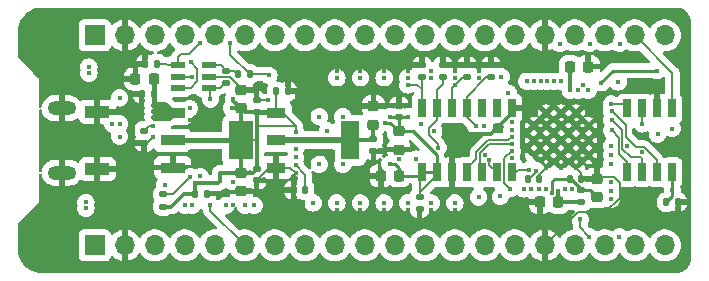
<source format=gbl>
G04 #@! TF.GenerationSoftware,KiCad,Pcbnew,7.0.7*
G04 #@! TF.CreationDate,2023-08-30T11:11:12+01:00*
G04 #@! TF.ProjectId,NB3_hindbrain,4e42335f-6869-46e6-9462-7261696e2e6b,0.0.1*
G04 #@! TF.SameCoordinates,PX4af0920PY4c4db10*
G04 #@! TF.FileFunction,Copper,L4,Bot*
G04 #@! TF.FilePolarity,Positive*
%FSLAX46Y46*%
G04 Gerber Fmt 4.6, Leading zero omitted, Abs format (unit mm)*
G04 Created by KiCad (PCBNEW 7.0.7) date 2023-08-30 11:11:12*
%MOMM*%
%LPD*%
G01*
G04 APERTURE LIST*
G04 Aperture macros list*
%AMRoundRect*
0 Rectangle with rounded corners*
0 $1 Rounding radius*
0 $2 $3 $4 $5 $6 $7 $8 $9 X,Y pos of 4 corners*
0 Add a 4 corners polygon primitive as box body*
4,1,4,$2,$3,$4,$5,$6,$7,$8,$9,$2,$3,0*
0 Add four circle primitives for the rounded corners*
1,1,$1+$1,$2,$3*
1,1,$1+$1,$4,$5*
1,1,$1+$1,$6,$7*
1,1,$1+$1,$8,$9*
0 Add four rect primitives between the rounded corners*
20,1,$1+$1,$2,$3,$4,$5,0*
20,1,$1+$1,$4,$5,$6,$7,0*
20,1,$1+$1,$6,$7,$8,$9,0*
20,1,$1+$1,$8,$9,$2,$3,0*%
G04 Aperture macros list end*
G04 #@! TA.AperFunction,ComponentPad*
%ADD10C,0.450000*%
G04 #@! TD*
G04 #@! TA.AperFunction,ComponentPad*
%ADD11O,1.460000X0.730000*%
G04 #@! TD*
G04 #@! TA.AperFunction,ComponentPad*
%ADD12O,2.400000X1.200000*%
G04 #@! TD*
G04 #@! TA.AperFunction,SMDPad,CuDef*
%ADD13R,2.100000X1.050000*%
G04 #@! TD*
G04 #@! TA.AperFunction,SMDPad,CuDef*
%ADD14RoundRect,0.135000X0.185000X-0.135000X0.185000X0.135000X-0.185000X0.135000X-0.185000X-0.135000X0*%
G04 #@! TD*
G04 #@! TA.AperFunction,SMDPad,CuDef*
%ADD15RoundRect,0.225000X0.250000X-0.225000X0.250000X0.225000X-0.250000X0.225000X-0.250000X-0.225000X0*%
G04 #@! TD*
G04 #@! TA.AperFunction,ComponentPad*
%ADD16R,1.700000X1.700000*%
G04 #@! TD*
G04 #@! TA.AperFunction,ComponentPad*
%ADD17O,1.700000X1.700000*%
G04 #@! TD*
G04 #@! TA.AperFunction,SMDPad,CuDef*
%ADD18RoundRect,0.135000X-0.185000X0.135000X-0.185000X-0.135000X0.185000X-0.135000X0.185000X0.135000X0*%
G04 #@! TD*
G04 #@! TA.AperFunction,SMDPad,CuDef*
%ADD19R,1.270000X0.558800*%
G04 #@! TD*
G04 #@! TA.AperFunction,SMDPad,CuDef*
%ADD20RoundRect,0.140000X0.140000X0.170000X-0.140000X0.170000X-0.140000X-0.170000X0.140000X-0.170000X0*%
G04 #@! TD*
G04 #@! TA.AperFunction,SMDPad,CuDef*
%ADD21RoundRect,0.225000X0.225000X0.250000X-0.225000X0.250000X-0.225000X-0.250000X0.225000X-0.250000X0*%
G04 #@! TD*
G04 #@! TA.AperFunction,SMDPad,CuDef*
%ADD22RoundRect,0.140000X-0.170000X0.140000X-0.170000X-0.140000X0.170000X-0.140000X0.170000X0.140000X0*%
G04 #@! TD*
G04 #@! TA.AperFunction,SMDPad,CuDef*
%ADD23RoundRect,0.135000X0.135000X0.185000X-0.135000X0.185000X-0.135000X-0.185000X0.135000X-0.185000X0*%
G04 #@! TD*
G04 #@! TA.AperFunction,SMDPad,CuDef*
%ADD24R,0.700000X1.525000*%
G04 #@! TD*
G04 #@! TA.AperFunction,SMDPad,CuDef*
%ADD25RoundRect,0.140000X0.170000X-0.140000X0.170000X0.140000X-0.170000X0.140000X-0.170000X-0.140000X0*%
G04 #@! TD*
G04 #@! TA.AperFunction,SMDPad,CuDef*
%ADD26RoundRect,0.225000X-0.250000X0.225000X-0.250000X-0.225000X0.250000X-0.225000X0.250000X0.225000X0*%
G04 #@! TD*
G04 #@! TA.AperFunction,SMDPad,CuDef*
%ADD27R,0.650000X1.500000*%
G04 #@! TD*
G04 #@! TA.AperFunction,SMDPad,CuDef*
%ADD28RoundRect,0.225000X-0.225000X-0.250000X0.225000X-0.250000X0.225000X0.250000X-0.225000X0.250000X0*%
G04 #@! TD*
G04 #@! TA.AperFunction,SMDPad,CuDef*
%ADD29RoundRect,0.140000X-0.140000X-0.170000X0.140000X-0.170000X0.140000X0.170000X-0.140000X0.170000X0*%
G04 #@! TD*
G04 #@! TA.AperFunction,SMDPad,CuDef*
%ADD30R,1.650000X0.950000*%
G04 #@! TD*
G04 #@! TA.AperFunction,SMDPad,CuDef*
%ADD31R,1.650000X3.250000*%
G04 #@! TD*
G04 #@! TA.AperFunction,SMDPad,CuDef*
%ADD32R,2.150000X0.950000*%
G04 #@! TD*
G04 #@! TA.AperFunction,SMDPad,CuDef*
%ADD33R,2.150000X3.250000*%
G04 #@! TD*
G04 #@! TA.AperFunction,ViaPad*
%ADD34C,0.450000*%
G04 #@! TD*
G04 #@! TA.AperFunction,Conductor*
%ADD35C,0.130000*%
G04 #@! TD*
G04 #@! TA.AperFunction,Conductor*
%ADD36C,0.500000*%
G04 #@! TD*
G04 #@! TA.AperFunction,Conductor*
%ADD37C,0.600000*%
G04 #@! TD*
G04 #@! TA.AperFunction,Conductor*
%ADD38C,0.400000*%
G04 #@! TD*
G04 #@! TA.AperFunction,Conductor*
%ADD39C,0.200000*%
G04 #@! TD*
G04 #@! TA.AperFunction,Conductor*
%ADD40C,0.300000*%
G04 #@! TD*
G04 #@! TA.AperFunction,Conductor*
%ADD41C,0.150000*%
G04 #@! TD*
G04 #@! TA.AperFunction,Conductor*
%ADD42C,0.250000*%
G04 #@! TD*
G04 APERTURE END LIST*
D10*
X46000000Y0D03*
X47260000Y0D03*
X47260000Y-1260000D03*
X46000000Y-1260000D03*
X44740000Y-1260000D03*
X47260000Y1260000D03*
X46000000Y1260000D03*
X44740000Y1260000D03*
X44740000Y0D03*
X48325000Y0D03*
X48325000Y-1260000D03*
X43675000Y-1260000D03*
X43675000Y0D03*
X43675000Y1260000D03*
X47260000Y-2325000D03*
X46000000Y-2325000D03*
X44740000Y-2325000D03*
X47260000Y2325000D03*
X46000000Y2325000D03*
X44740000Y2325000D03*
X48325000Y1260000D03*
D11*
X6730000Y2425000D03*
X6730000Y-2425000D03*
D12*
X3700000Y2725000D03*
X3700000Y-2725000D03*
D13*
X6730000Y2425000D03*
X6730000Y-2425000D03*
D14*
X12300000Y-5600000D03*
X12300000Y-4580000D03*
D15*
X18900000Y2725000D03*
X18900000Y4275000D03*
D16*
X6500000Y-8890000D03*
D17*
X9040000Y-8890000D03*
X11580000Y-8890000D03*
X14120000Y-8890000D03*
X16660000Y-8890000D03*
X19200000Y-8890000D03*
X21740000Y-8890000D03*
X24280000Y-8890000D03*
X26820000Y-8890000D03*
X29360000Y-8890000D03*
X31900000Y-8890000D03*
X34440000Y-8890000D03*
X36980000Y-8890000D03*
X39520000Y-8890000D03*
X42060000Y-8890000D03*
X44600000Y-8890000D03*
X47140000Y-8890000D03*
X49680000Y-8890000D03*
X52220000Y-8890000D03*
X54760000Y-8890000D03*
D18*
X40050000Y6360000D03*
X40050000Y5340000D03*
D19*
X16145400Y6339800D03*
X16145400Y5400000D03*
X16145400Y4460200D03*
X13554600Y4460200D03*
X13554600Y5400000D03*
X13554600Y6339800D03*
D20*
X22830000Y4150000D03*
X21870000Y4150000D03*
D18*
X38000000Y6360000D03*
X38000000Y5340000D03*
D21*
X11500000Y5200000D03*
X9950000Y5200000D03*
X32275000Y-3000000D03*
X30725000Y-3000000D03*
X45750000Y-5250000D03*
X44200000Y-5250000D03*
D20*
X11500000Y3900000D03*
X10540000Y3900000D03*
D22*
X34000000Y-4820000D03*
X34000000Y-5780000D03*
D23*
X19610000Y5600000D03*
X18590000Y5600000D03*
D24*
X34190000Y2712000D03*
X35460000Y2712000D03*
X36730000Y2712000D03*
X38000000Y2712000D03*
X39270000Y2712000D03*
X40540000Y2712000D03*
X41810000Y2712000D03*
X41810000Y-2712000D03*
X40540000Y-2712000D03*
X39270000Y-2712000D03*
X38000000Y-2712000D03*
X36730000Y-2712000D03*
X35460000Y-2712000D03*
X34190000Y-2712000D03*
D25*
X20200000Y2420000D03*
X20200000Y3380000D03*
D22*
X20200000Y-2420000D03*
X20200000Y-3380000D03*
D26*
X18900000Y-2725000D03*
X18900000Y-4275000D03*
D27*
X55405000Y-2700000D03*
X54135000Y-2700000D03*
X52865000Y-2700000D03*
X51595000Y-2700000D03*
X51595000Y2700000D03*
X52865000Y2700000D03*
X54135000Y2700000D03*
X55405000Y2700000D03*
D14*
X47650000Y-5250000D03*
X47650000Y-4230000D03*
D20*
X44130000Y-3250000D03*
X43170000Y-3250000D03*
D28*
X46750000Y6250000D03*
X48300000Y6250000D03*
D20*
X15980000Y-4500000D03*
X15020000Y-4500000D03*
D29*
X23340000Y-4200000D03*
X24300000Y-4200000D03*
D18*
X34200000Y6360000D03*
X34200000Y5340000D03*
D14*
X10700000Y-185000D03*
X10700000Y835000D03*
D15*
X49000000Y-4800000D03*
X49000000Y-3250000D03*
D29*
X54890000Y-5250000D03*
X55850000Y-5250000D03*
D25*
X32250000Y1970000D03*
X32250000Y2930000D03*
D15*
X30100000Y1325000D03*
X30100000Y2875000D03*
D14*
X17600000Y4890000D03*
X17600000Y5910000D03*
D22*
X30100000Y80000D03*
X30100000Y-880000D03*
D30*
X21850000Y-2300000D03*
X21850000Y0D03*
X21850000Y2300000D03*
D31*
X28150000Y0D03*
D26*
X32250000Y775000D03*
X32250000Y-775000D03*
D32*
X13100000Y-2300000D03*
X13100000Y0D03*
X13100000Y2300000D03*
D33*
X18900000Y0D03*
D18*
X36000000Y6360000D03*
X36000000Y5340000D03*
D29*
X46750000Y-3250000D03*
X47710000Y-3250000D03*
D20*
X11750000Y6500000D03*
X10790000Y6500000D03*
D16*
X6500000Y8890000D03*
D17*
X9040000Y8890000D03*
X11580000Y8890000D03*
X14120000Y8890000D03*
X16660000Y8890000D03*
X19200000Y8890000D03*
X21740000Y8890000D03*
X24280000Y8890000D03*
X26820000Y8890000D03*
X29360000Y8890000D03*
X31900000Y8890000D03*
X34440000Y8890000D03*
X36980000Y8890000D03*
X39520000Y8890000D03*
X42060000Y8890000D03*
X44600000Y8890000D03*
X47140000Y8890000D03*
X49680000Y8890000D03*
X52220000Y8890000D03*
X54760000Y8890000D03*
D34*
X50248907Y3079447D03*
X50256880Y2500000D03*
X50274965Y1750000D03*
X50256880Y836383D03*
X11475000Y1250000D03*
X14600000Y-3100000D03*
X11500000Y3000000D03*
X11500000Y2000000D03*
X11500000Y2500000D03*
X29000000Y-5900000D03*
X21150000Y3400000D03*
X35000000Y5900000D03*
X33000000Y5900000D03*
X14600000Y1750000D03*
X25000000Y5900000D03*
X35000000Y-5900000D03*
X16250000Y1000000D03*
X31000000Y-5900000D03*
X18250000Y-5500000D03*
X27000000Y-5900000D03*
X31000000Y5900000D03*
X12500000Y7500000D03*
X16250000Y-1000000D03*
X27000000Y5900000D03*
X16250000Y1750000D03*
X23500000Y3250000D03*
X23500000Y-2750000D03*
X39000000Y-5900000D03*
X11475000Y325000D03*
X16250000Y-1750000D03*
X41000000Y-5900000D03*
X29000000Y5900000D03*
X5200000Y-1300000D03*
X37000000Y5900000D03*
X14600000Y-1000000D03*
X37000000Y-5900000D03*
X37350000Y-50000D03*
X39000000Y5900000D03*
X33000000Y-5900000D03*
X26200000Y800000D03*
X35200000Y800000D03*
X40850000Y-4750000D03*
X14529502Y2700000D03*
X50250000Y-4250000D03*
X45750000Y-4250000D03*
X26800000Y0D03*
X26200000Y0D03*
X46750000Y4250000D03*
X54100000Y5900000D03*
X25515000Y-2030000D03*
X27500000Y2000000D03*
X15020000Y-3630000D03*
X5750000Y-5750000D03*
X19250000Y-5500000D03*
X18250000Y3500000D03*
X39532147Y-1232147D03*
X31100000Y1500000D03*
X43863569Y-2558669D03*
X31500000Y-2015000D03*
X5750000Y-5250000D03*
X27500000Y-2015000D03*
X23500000Y750000D03*
X15400000Y8250000D03*
X6000000Y5700000D03*
X20000000Y-5500000D03*
X17100000Y-3450000D03*
X55400000Y-4200000D03*
X21250000Y5500000D03*
X20800000Y2400000D03*
X25515000Y2015000D03*
X18100000Y2750000D03*
X31500000Y2000000D03*
X49400000Y4880500D03*
X33000000Y2000000D03*
X39500000Y1250000D03*
X6000000Y6200000D03*
X17950000Y8246632D03*
X23500000Y-2100000D03*
X32300000Y-1579500D03*
X50250000Y-500000D03*
X34100000Y1400000D03*
X50250000Y-1250000D03*
X33708089Y-1595500D03*
X50250000Y-2000000D03*
X40900000Y5400000D03*
X12450000Y-3750000D03*
X52850000Y-1000000D03*
X14170497Y-5500000D03*
X51595000Y-500000D03*
X41519500Y4000000D03*
X25000000Y-5300000D03*
X50250000Y-3500000D03*
X54150000Y500000D03*
X41800000Y900000D03*
X14750000Y-5500000D03*
X50250000Y-5000000D03*
X27000000Y-5300000D03*
X29000000Y-5300000D03*
X46929503Y-4100000D03*
X14649934Y6600000D03*
X14750000Y5399994D03*
X46350000Y-4100000D03*
X31000000Y-5300000D03*
X44750000Y-4100000D03*
X33000000Y-5300000D03*
X44100000Y-4100000D03*
X35000000Y-5300000D03*
X37000000Y-5300000D03*
X43450447Y-4097316D03*
X39000000Y-4800000D03*
X42854500Y-4100000D03*
X41801424Y1515312D03*
X16250000Y-5500000D03*
X55405000Y1000000D03*
X15450000Y-3050000D03*
X17600000Y-5500000D03*
X44827018Y5000000D03*
X23500000Y-1450000D03*
X23500000Y-750000D03*
X16300000Y3500000D03*
X43088509Y5000000D03*
X39000000Y5300000D03*
X43668012Y5000000D03*
X37000000Y5300000D03*
X44247515Y5000000D03*
X35000000Y5300000D03*
X41830174Y-880174D03*
X41625000Y-4100000D03*
X45406521Y5000000D03*
X18200000Y-3500000D03*
X45986024Y5000000D03*
X33000000Y5300000D03*
X31000000Y5300000D03*
X47414058Y4250000D03*
X47864856Y4681994D03*
X29000000Y5300000D03*
X48295500Y4250000D03*
X27000000Y5300000D03*
X43287181Y-2498666D03*
X45875000Y8200000D03*
X50825000Y4950000D03*
X8600000Y3600000D03*
X8600000Y1400000D03*
X8600000Y325000D03*
X8000000Y1400000D03*
X50937600Y8200000D03*
X33000000Y4700000D03*
X50925200Y-8150000D03*
X35570498Y-604500D03*
X37000000Y4700000D03*
X48400000Y8200000D03*
X38754500Y1222553D03*
X48387600Y-8150000D03*
X47600000Y-6700000D03*
X45214499Y-4471500D03*
X41800000Y320497D03*
X41806841Y-265918D03*
X39900000Y-1700000D03*
X41800000Y-1495500D03*
X52875000Y1400000D03*
D35*
X50248907Y3079447D02*
X51215553Y3079447D01*
X51215553Y3079447D02*
X51595000Y2700000D01*
X50256880Y2500000D02*
X51450000Y1306880D01*
X53023970Y-580000D02*
X54135000Y-1691030D01*
X51450000Y300000D02*
X52330000Y-580000D01*
X52330000Y-580000D02*
X53023970Y-580000D01*
X51450000Y1306880D02*
X51450000Y300000D01*
X54135000Y-1691030D02*
X54135000Y-2700000D01*
X51870000Y-1420000D02*
X52720000Y-1420000D01*
X51175000Y849965D02*
X51175000Y-725000D01*
X52720000Y-1420000D02*
X52865000Y-1565000D01*
X51175000Y-725000D02*
X51870000Y-1420000D01*
X50274965Y1750000D02*
X51175000Y849965D01*
X52865000Y-1565000D02*
X52865000Y-2700000D01*
X50915000Y-1115000D02*
X51595000Y-1795000D01*
X50256880Y836383D02*
X50915000Y178263D01*
X50915000Y178263D02*
X50915000Y-1115000D01*
X51595000Y-1795000D02*
X51595000Y-2700000D01*
X11475000Y1250000D02*
X11115000Y1250000D01*
X11115000Y1250000D02*
X10700000Y835000D01*
X14600000Y-3100000D02*
X13120000Y-4580000D01*
X13120000Y-4580000D02*
X12300000Y-4580000D01*
D36*
X12800000Y2000000D02*
X13100000Y2300000D01*
D37*
X12400000Y3000000D02*
X13100000Y2300000D01*
X11500000Y2000000D02*
X12800000Y2000000D01*
X11500000Y2500000D02*
X12900000Y2500000D01*
D38*
X11500000Y5200000D02*
X11500000Y3900000D01*
X11500000Y3900000D02*
X11500000Y3000000D01*
D37*
X11500000Y3000000D02*
X12400000Y3000000D01*
D35*
X51000000Y-4843970D02*
X49743970Y-6100000D01*
X23250000Y4150000D02*
X23500000Y3900000D01*
X23050000Y-2300000D02*
X21850000Y-2300000D01*
X23500000Y-2750000D02*
X23050000Y-2300000D01*
X22830000Y4150000D02*
X23250000Y4150000D01*
X21150000Y3400000D02*
X20220000Y3400000D01*
X50480000Y-3080000D02*
X51000000Y-3600000D01*
D39*
X47260000Y-2325000D02*
X47710000Y-2775000D01*
D35*
X49170000Y-3080000D02*
X50480000Y-3080000D01*
X23500000Y3900000D02*
X23500000Y3250000D01*
D39*
X44130000Y-2935000D02*
X44740000Y-2325000D01*
D40*
X41810000Y2299500D02*
X40010500Y500000D01*
D35*
X51000000Y-3600000D02*
X51000000Y-4843970D01*
D40*
X37350000Y-50000D02*
X36730000Y-670000D01*
D35*
X10700000Y-185000D02*
X10965000Y-185000D01*
X20200000Y-3380000D02*
X21280000Y-2300000D01*
D40*
X36730000Y-670000D02*
X36730000Y-2712000D01*
D35*
X17950000Y5400000D02*
X18900000Y4450000D01*
D40*
X40010500Y500000D02*
X37900000Y500000D01*
D35*
X10965000Y-185000D02*
X11475000Y325000D01*
X16145400Y5400000D02*
X17950000Y5400000D01*
D40*
X37900000Y500000D02*
X37350000Y-50000D01*
D39*
X47710000Y-2775000D02*
X47710000Y-3250000D01*
D35*
X49743970Y-6100000D02*
X47390000Y-6100000D01*
X47390000Y-6100000D02*
X44600000Y-8890000D01*
D39*
X44130000Y-3250000D02*
X44130000Y-2935000D01*
D40*
X45750000Y-4250000D02*
X45750000Y-5250000D01*
D36*
X26800000Y0D02*
X28150000Y0D01*
D40*
X46750000Y5250000D02*
X46750000Y6250000D01*
D36*
X26200000Y0D02*
X26800000Y0D01*
D40*
X47650000Y-5250000D02*
X45750000Y-5250000D01*
X30100000Y80000D02*
X30100000Y1325000D01*
D36*
X21850000Y0D02*
X26200000Y0D01*
D40*
X46750000Y4250000D02*
X46750000Y5250000D01*
X28150000Y0D02*
X30020000Y0D01*
D41*
X14450000Y7300000D02*
X15400000Y8250000D01*
D38*
X20200000Y2420000D02*
X20780000Y2420000D01*
D40*
X18250000Y3375000D02*
X18900000Y2725000D01*
X19625000Y-2725000D02*
X19650000Y-2700000D01*
D42*
X35450000Y-1250000D02*
X35460000Y-1260000D01*
X32250000Y775000D02*
X33425000Y775000D01*
D40*
X17100000Y-3450000D02*
X17100000Y-2725000D01*
D39*
X43863569Y-2558669D02*
X43863569Y-2683172D01*
D35*
X31530000Y1970000D02*
X31500000Y2000000D01*
D42*
X50400000Y5900000D02*
X54100000Y5900000D01*
X49400000Y4900000D02*
X50400000Y5900000D01*
D39*
X23500000Y1225000D02*
X22425000Y2300000D01*
D40*
X16920000Y-3630000D02*
X15020000Y-3630000D01*
X20200000Y750000D02*
X20200000Y0D01*
D39*
X20200000Y1200000D02*
X20200000Y750000D01*
D40*
X20200000Y2420000D02*
X20200000Y750000D01*
D42*
X34190000Y-2712000D02*
X35460000Y-2712000D01*
D39*
X23500000Y750000D02*
X23500000Y1200000D01*
X43863569Y-2683172D02*
X43296741Y-3250000D01*
D42*
X31500000Y-2015000D02*
X31915000Y-2015000D01*
D39*
X23500000Y1200000D02*
X20200000Y1200000D01*
D41*
X13800000Y7300000D02*
X14450000Y7300000D01*
X13554600Y6339800D02*
X13554600Y7054600D01*
D39*
X34000000Y-4820000D02*
X34000000Y-2902000D01*
D41*
X13554600Y7054600D02*
X13800000Y7300000D01*
D38*
X20820000Y2420000D02*
X21730000Y2420000D01*
D40*
X13000000Y-5600000D02*
X12300000Y-5600000D01*
X18125000Y2725000D02*
X18900000Y2725000D01*
D41*
X12550000Y6500000D02*
X11750000Y6500000D01*
D42*
X32250000Y1970000D02*
X32970000Y1970000D01*
D40*
X15020000Y-4500000D02*
X14100000Y-4500000D01*
D42*
X32275000Y-2375000D02*
X32275000Y-3000000D01*
X32250000Y1970000D02*
X32250000Y775000D01*
D40*
X20200000Y2420000D02*
X19205000Y2420000D01*
D35*
X17950000Y7260000D02*
X19610000Y5600000D01*
D40*
X19650000Y-2700000D02*
X19675000Y-2725000D01*
D42*
X33902000Y-3000000D02*
X34190000Y-2712000D01*
D38*
X13100000Y0D02*
X18900000Y0D01*
D42*
X33425000Y775000D02*
X35450000Y-1250000D01*
X32275000Y-3000000D02*
X33902000Y-3000000D01*
D39*
X23500000Y750000D02*
X23500000Y1225000D01*
D40*
X19895000Y-2725000D02*
X20200000Y-2420000D01*
X18900000Y-2725000D02*
X17100000Y-2725000D01*
D35*
X17950000Y8246632D02*
X17950000Y7260000D01*
D39*
X21850000Y4130000D02*
X21850000Y2300000D01*
D42*
X54900000Y-5250000D02*
X55405000Y-4745000D01*
X55405000Y-4205000D02*
X55400000Y-4200000D01*
D39*
X34000000Y-4400000D02*
X35460000Y-2940000D01*
D40*
X14100000Y-4500000D02*
X13000000Y-5600000D01*
D35*
X21150000Y5600000D02*
X21250000Y5500000D01*
D40*
X18900000Y2725000D02*
X18900000Y0D01*
D38*
X20780000Y2420000D02*
X20800000Y2400000D01*
D41*
X12710200Y6339800D02*
X12550000Y6500000D01*
D39*
X34000000Y-4820000D02*
X34000000Y-4400000D01*
D38*
X20800000Y2400000D02*
X20820000Y2420000D01*
D42*
X31915000Y-2015000D02*
X32275000Y-2375000D01*
X32250000Y1970000D02*
X31530000Y1970000D01*
D41*
X13554600Y6339800D02*
X12710200Y6339800D01*
D42*
X31100000Y1500000D02*
X31525000Y1500000D01*
X55405000Y-4195000D02*
X55405000Y-2700000D01*
X55400000Y-4200000D02*
X55405000Y-4195000D01*
X55405000Y-4745000D02*
X55405000Y-4205000D01*
D40*
X15020000Y-3630000D02*
X15020000Y-4500000D01*
D42*
X49400000Y4880500D02*
X49400000Y4900000D01*
D40*
X18900000Y-2725000D02*
X18900000Y0D01*
X17100000Y-3450000D02*
X16920000Y-3630000D01*
D42*
X31525000Y1500000D02*
X32250000Y775000D01*
D40*
X18900000Y-2725000D02*
X19625000Y-2725000D01*
D35*
X19610000Y5600000D02*
X21150000Y5600000D01*
D42*
X35460000Y-1260000D02*
X35460000Y-2712000D01*
D40*
X20200000Y0D02*
X20200000Y-2420000D01*
D35*
X32970000Y1970000D02*
X33000000Y2000000D01*
D40*
X19675000Y-2725000D02*
X19895000Y-2725000D01*
D35*
X20200000Y0D02*
X18900000Y0D01*
X23500000Y-2100000D02*
X24300000Y-2900000D01*
X24300000Y-2900000D02*
X24300000Y-4200000D01*
X15170000Y5020000D02*
X14610200Y4460200D01*
X14649934Y6600000D02*
X15170000Y6079934D01*
X14610200Y4460200D02*
X13704600Y4460200D01*
X15170000Y6079934D02*
X15170000Y5020000D01*
X14750000Y5399994D02*
X13554606Y5399994D01*
X16250000Y-5500000D02*
X16250000Y-5940000D01*
X16250000Y-5940000D02*
X19200000Y-8890000D01*
X16300000Y3500000D02*
X16300000Y4455600D01*
X17070200Y4460200D02*
X17500000Y4890000D01*
X16145400Y4460200D02*
X17070200Y4460200D01*
X41175000Y-3650000D02*
X41625000Y-4100000D01*
X41830174Y-880174D02*
X41821356Y-880174D01*
X41175000Y-1526530D02*
X41175000Y-3650000D01*
X41821356Y-880174D02*
X41175000Y-1526530D01*
X42371030Y-2498666D02*
X41983848Y-2885848D01*
X43287181Y-2498666D02*
X42371030Y-2498666D01*
X34190000Y2712000D02*
X34190000Y5330000D01*
X33800000Y4700000D02*
X34190000Y4310000D01*
X33000000Y4700000D02*
X33800000Y4700000D01*
X35460000Y4240000D02*
X36000000Y4780000D01*
X34780000Y470000D02*
X34780000Y1073970D01*
X36000000Y4780000D02*
X36000000Y5340000D01*
X35460000Y1753970D02*
X35460000Y2712000D01*
X35570498Y-320498D02*
X34780000Y470000D01*
X35460000Y4240000D02*
X35460000Y2712000D01*
X34780000Y1073970D02*
X35460000Y1753970D01*
X35570498Y-604500D02*
X35570498Y-320498D01*
X36730000Y4430000D02*
X36730000Y2712000D01*
X37000000Y4700000D02*
X36730000Y4430000D01*
X37000000Y4700000D02*
X37640000Y5340000D01*
X37640000Y5340000D02*
X38000000Y5340000D01*
X38000000Y3700000D02*
X39640000Y5340000D01*
X38000000Y1977053D02*
X38754500Y1222553D01*
X39640000Y5340000D02*
X40000000Y5340000D01*
X38000000Y3700000D02*
X38000000Y2712000D01*
X38000000Y2712000D02*
X38000000Y1977053D01*
X47600000Y-7362400D02*
X48387600Y-8150000D01*
X47600000Y-6700000D02*
X47600000Y-7362400D01*
X17500000Y5910000D02*
X18280000Y5910000D01*
X18280000Y5910000D02*
X18590000Y5600000D01*
X16145400Y6339800D02*
X17170200Y6339800D01*
X17170200Y6339800D02*
X17600000Y5910000D01*
D42*
X45450000Y-3250000D02*
X46750000Y-3250000D01*
X45214499Y-4471500D02*
X45250000Y-4435999D01*
X45250000Y-4435999D02*
X45250000Y-3450000D01*
X47650000Y-4104307D02*
X46795693Y-3250000D01*
X47650000Y-4230000D02*
X48430000Y-4230000D01*
X48430000Y-4230000D02*
X49000000Y-4800000D01*
X45250000Y-3450000D02*
X45450000Y-3250000D01*
D35*
X39835567Y32233D02*
X38820000Y-983334D01*
X38820000Y-983334D02*
X38820000Y-1580000D01*
X38820000Y-1580000D02*
X38000000Y-2400000D01*
X41800000Y320497D02*
X41511736Y32233D01*
X41511736Y32233D02*
X39835567Y32233D01*
X39080000Y-1091030D02*
X39080000Y-2522000D01*
X39905112Y-265918D02*
X39080000Y-1091030D01*
X41806841Y-265918D02*
X39905112Y-265918D01*
X39900000Y-2072000D02*
X40540000Y-2712000D01*
X39900000Y-1700000D02*
X39900000Y-2072000D01*
X52865000Y1410000D02*
X52875000Y1400000D01*
X52865000Y2700000D02*
X52865000Y1410000D01*
D39*
X52220000Y8890000D02*
X55405000Y5705000D01*
X55405000Y5705000D02*
X55405000Y2700000D01*
G04 #@! TA.AperFunction,Conductor*
G36*
X37408330Y1496920D02*
G01*
X37458972Y1478032D01*
X37540798Y1447511D01*
X37601345Y1441001D01*
X37601362Y1441000D01*
X37673640Y1441000D01*
X37740679Y1421315D01*
X37761321Y1404681D01*
X37994935Y1171067D01*
X38028420Y1109744D01*
X38030474Y1097271D01*
X38034864Y1058307D01*
X38089458Y902285D01*
X38176821Y763249D01*
X38177398Y762330D01*
X38294277Y645451D01*
X38357488Y605733D01*
X38426205Y562555D01*
X38434233Y557511D01*
X38590248Y502919D01*
X38590251Y502919D01*
X38590253Y502918D01*
X38754496Y484412D01*
X38754500Y484412D01*
X38754504Y484412D01*
X38918744Y502918D01*
X38918744Y502919D01*
X38918752Y502919D01*
X39074767Y557511D01*
X39089805Y566961D01*
X39157040Y585962D01*
X39196730Y579011D01*
X39287930Y547099D01*
X39344705Y506377D01*
X39370453Y441424D01*
X39356997Y372863D01*
X39334656Y342376D01*
X38443935Y-548346D01*
X38437834Y-553698D01*
X38410975Y-574309D01*
X38340955Y-665555D01*
X38340953Y-665562D01*
X38319047Y-694110D01*
X38319045Y-694114D01*
X38261262Y-833616D01*
X38261260Y-833621D01*
X38241551Y-983332D01*
X38241551Y-983333D01*
X38245968Y-1016894D01*
X38246499Y-1024993D01*
X38246500Y-1291087D01*
X38226816Y-1358126D01*
X38210181Y-1378768D01*
X38184268Y-1404681D01*
X38122945Y-1438166D01*
X38096587Y-1441000D01*
X37601345Y-1441000D01*
X37540797Y-1447511D01*
X37540796Y-1447511D01*
X37396172Y-1501453D01*
X37326481Y-1506437D01*
X37309506Y-1501453D01*
X37187380Y-1455903D01*
X37187372Y-1455901D01*
X37127844Y-1449500D01*
X36980000Y-1449500D01*
X36980000Y-3974500D01*
X37127828Y-3974500D01*
X37127844Y-3974499D01*
X37187372Y-3968098D01*
X37187376Y-3968097D01*
X37309506Y-3922545D01*
X37379198Y-3917561D01*
X37396175Y-3922546D01*
X37403794Y-3925388D01*
X37403796Y-3925389D01*
X37509607Y-3964855D01*
X37536801Y-3974998D01*
X37540799Y-3976489D01*
X37568050Y-3979418D01*
X37601345Y-3982999D01*
X37601362Y-3983000D01*
X38398638Y-3983000D01*
X38398654Y-3982999D01*
X38459201Y-3976489D01*
X38463198Y-3974998D01*
X38487320Y-3966000D01*
X38557010Y-3961015D01*
X38618334Y-3994499D01*
X38651821Y-4055821D01*
X38646838Y-4125513D01*
X38604968Y-4181447D01*
X38596628Y-4187175D01*
X38539779Y-4222896D01*
X38539776Y-4222898D01*
X38422898Y-4339776D01*
X38334958Y-4479731D01*
X38280364Y-4635753D01*
X38261859Y-4799996D01*
X38261859Y-4800003D01*
X38280364Y-4964246D01*
X38280365Y-4964251D01*
X38280366Y-4964252D01*
X38288094Y-4986336D01*
X38334958Y-5120268D01*
X38389710Y-5207405D01*
X38422898Y-5260223D01*
X38539777Y-5377102D01*
X38598901Y-5414252D01*
X38678475Y-5464252D01*
X38679733Y-5465042D01*
X38835748Y-5519634D01*
X38835751Y-5519634D01*
X38835753Y-5519635D01*
X38999996Y-5538141D01*
X39000000Y-5538141D01*
X39000004Y-5538141D01*
X39164246Y-5519635D01*
X39164247Y-5519634D01*
X39164252Y-5519634D01*
X39220363Y-5500000D01*
X43250001Y-5500000D01*
X43250001Y-5548322D01*
X43260144Y-5647607D01*
X43313452Y-5808481D01*
X43313457Y-5808492D01*
X43402424Y-5952728D01*
X43402427Y-5952732D01*
X43522267Y-6072572D01*
X43522271Y-6072575D01*
X43666507Y-6161542D01*
X43666518Y-6161547D01*
X43827393Y-6214855D01*
X43926683Y-6224999D01*
X43949999Y-6224998D01*
X43950000Y-5500000D01*
X43250001Y-5500000D01*
X39220363Y-5500000D01*
X39320267Y-5465042D01*
X39460223Y-5377102D01*
X39577102Y-5260223D01*
X39665042Y-5120267D01*
X39719634Y-4964252D01*
X39719884Y-4962032D01*
X39738141Y-4800003D01*
X39738141Y-4799996D01*
X39719635Y-4635753D01*
X39719634Y-4635751D01*
X39719634Y-4635748D01*
X39665042Y-4479733D01*
X39660341Y-4472252D01*
X39607404Y-4388003D01*
X39577102Y-4339777D01*
X39460223Y-4222898D01*
X39442868Y-4211993D01*
X39396578Y-4159659D01*
X39385930Y-4090606D01*
X39414305Y-4026757D01*
X39472695Y-3988385D01*
X39508841Y-3983000D01*
X39668638Y-3983000D01*
X39668654Y-3982999D01*
X39695692Y-3980091D01*
X39729201Y-3976489D01*
X39733199Y-3974998D01*
X39751698Y-3968098D01*
X39861668Y-3927080D01*
X39931356Y-3922095D01*
X39948322Y-3927077D01*
X40058302Y-3968098D01*
X40076801Y-3974998D01*
X40080799Y-3976489D01*
X40108050Y-3979418D01*
X40141345Y-3982999D01*
X40141362Y-3983000D01*
X40280313Y-3983000D01*
X40347352Y-4002685D01*
X40393107Y-4055489D01*
X40403051Y-4124647D01*
X40374026Y-4188203D01*
X40367994Y-4194681D01*
X40272898Y-4289776D01*
X40184958Y-4429731D01*
X40130364Y-4585753D01*
X40111859Y-4749996D01*
X40111859Y-4750000D01*
X40130364Y-4914246D01*
X40130365Y-4914251D01*
X40130366Y-4914252D01*
X40135782Y-4929731D01*
X40184958Y-5070268D01*
X40244337Y-5164768D01*
X40272898Y-5210223D01*
X40389777Y-5327102D01*
X40469350Y-5377101D01*
X40528475Y-5414252D01*
X40529733Y-5415042D01*
X40685748Y-5469634D01*
X40685751Y-5469634D01*
X40685753Y-5469635D01*
X40849996Y-5488141D01*
X40850000Y-5488141D01*
X40850004Y-5488141D01*
X41014246Y-5469635D01*
X41014247Y-5469634D01*
X41014252Y-5469634D01*
X41170267Y-5415042D01*
X41310223Y-5327102D01*
X41427102Y-5210223D01*
X41515042Y-5070267D01*
X41569353Y-4915052D01*
X41610075Y-4858278D01*
X41672512Y-4832788D01*
X41789246Y-4819635D01*
X41789247Y-4819634D01*
X41789252Y-4819634D01*
X41945267Y-4765042D01*
X42085223Y-4677102D01*
X42152069Y-4610256D01*
X42213392Y-4576771D01*
X42283084Y-4581755D01*
X42327431Y-4610256D01*
X42394277Y-4677102D01*
X42534233Y-4765042D01*
X42690248Y-4819634D01*
X42690251Y-4819634D01*
X42690253Y-4819635D01*
X42854496Y-4838141D01*
X42854500Y-4838141D01*
X42854504Y-4838141D01*
X43018746Y-4819635D01*
X43018747Y-4819634D01*
X43018752Y-4819634D01*
X43088424Y-4795253D01*
X43158201Y-4791691D01*
X43218828Y-4826419D01*
X43251056Y-4888412D01*
X43252736Y-4924895D01*
X43250001Y-4951670D01*
X43250000Y-4951690D01*
X43249999Y-4999999D01*
X43250000Y-5000000D01*
X44326000Y-5000000D01*
X44393039Y-5019685D01*
X44438794Y-5072489D01*
X44450000Y-5124000D01*
X44450000Y-6224999D01*
X44473308Y-6224999D01*
X44473322Y-6224998D01*
X44572607Y-6214855D01*
X44733481Y-6161547D01*
X44733492Y-6161542D01*
X44877731Y-6072573D01*
X44881304Y-6069001D01*
X44942625Y-6035512D01*
X45012317Y-6040493D01*
X45056671Y-6068996D01*
X45066959Y-6079284D01*
X45066963Y-6079287D01*
X45212890Y-6169297D01*
X45212893Y-6169298D01*
X45212899Y-6169302D01*
X45375664Y-6223236D01*
X45476128Y-6233500D01*
X45476133Y-6233500D01*
X46023867Y-6233500D01*
X46023872Y-6233500D01*
X46124336Y-6223236D01*
X46287101Y-6169302D01*
X46433040Y-6079285D01*
X46554285Y-5958040D01*
X46554288Y-5958034D01*
X46556223Y-5955589D01*
X46557980Y-5954344D01*
X46559392Y-5952933D01*
X46559633Y-5953174D01*
X46613245Y-5915212D01*
X46653489Y-5908500D01*
X47052127Y-5908500D01*
X47115263Y-5925777D01*
X47116950Y-5926775D01*
X47164626Y-5977850D01*
X47177121Y-6046594D01*
X47150466Y-6111179D01*
X47141496Y-6121179D01*
X47022897Y-6239778D01*
X46934958Y-6379731D01*
X46880364Y-6535753D01*
X46861859Y-6699996D01*
X46861859Y-6700003D01*
X46880364Y-6864246D01*
X46934958Y-7020268D01*
X47007493Y-7135706D01*
X47026499Y-7201678D01*
X47026499Y-7320737D01*
X47025968Y-7328836D01*
X47021551Y-7362399D01*
X47027823Y-7410053D01*
X47017054Y-7479088D01*
X46970673Y-7531342D01*
X46925293Y-7548543D01*
X46805361Y-7568556D01*
X46592430Y-7641656D01*
X46592419Y-7641661D01*
X46394427Y-7748808D01*
X46394422Y-7748812D01*
X46216761Y-7887092D01*
X46216756Y-7887097D01*
X46064284Y-8052723D01*
X46064276Y-8052734D01*
X45970251Y-8196650D01*
X45917105Y-8242007D01*
X45847873Y-8251430D01*
X45784538Y-8221928D01*
X45764868Y-8199951D01*
X45638113Y-8018926D01*
X45638108Y-8018920D01*
X45471082Y-7851894D01*
X45277578Y-7716399D01*
X45063492Y-7616570D01*
X45063486Y-7616567D01*
X44850000Y-7559364D01*
X44850000Y-8277698D01*
X44830315Y-8344737D01*
X44777511Y-8390492D01*
X44708355Y-8400436D01*
X44635766Y-8390000D01*
X44635763Y-8390000D01*
X44564237Y-8390000D01*
X44564233Y-8390000D01*
X44491645Y-8400436D01*
X44422487Y-8390492D01*
X44369684Y-8344736D01*
X44350000Y-8277698D01*
X44349999Y-7559364D01*
X44136513Y-7616567D01*
X44136507Y-7616570D01*
X43922422Y-7716399D01*
X43922420Y-7716400D01*
X43728926Y-7851886D01*
X43728920Y-7851891D01*
X43561891Y-8018920D01*
X43561890Y-8018922D01*
X43435131Y-8199952D01*
X43380554Y-8243577D01*
X43311055Y-8250769D01*
X43248701Y-8219247D01*
X43229752Y-8196656D01*
X43135722Y-8052732D01*
X43135715Y-8052725D01*
X43135715Y-8052723D01*
X42983243Y-7887097D01*
X42983238Y-7887092D01*
X42805577Y-7748812D01*
X42805572Y-7748808D01*
X42607580Y-7641661D01*
X42607577Y-7641659D01*
X42607574Y-7641658D01*
X42607571Y-7641657D01*
X42607569Y-7641656D01*
X42394637Y-7568556D01*
X42172569Y-7531500D01*
X41947431Y-7531500D01*
X41725362Y-7568556D01*
X41512430Y-7641656D01*
X41512419Y-7641661D01*
X41314427Y-7748808D01*
X41314422Y-7748812D01*
X41136761Y-7887092D01*
X41136756Y-7887097D01*
X40984284Y-8052723D01*
X40984276Y-8052734D01*
X40893808Y-8191206D01*
X40840662Y-8236562D01*
X40771431Y-8245986D01*
X40708095Y-8216484D01*
X40686192Y-8191206D01*
X40595723Y-8052734D01*
X40595715Y-8052723D01*
X40443243Y-7887097D01*
X40443238Y-7887092D01*
X40265577Y-7748812D01*
X40265572Y-7748808D01*
X40067580Y-7641661D01*
X40067577Y-7641659D01*
X40067574Y-7641658D01*
X40067571Y-7641657D01*
X40067569Y-7641656D01*
X39854637Y-7568556D01*
X39632569Y-7531500D01*
X39407431Y-7531500D01*
X39185362Y-7568556D01*
X38972430Y-7641656D01*
X38972419Y-7641661D01*
X38774427Y-7748808D01*
X38774422Y-7748812D01*
X38596761Y-7887092D01*
X38596756Y-7887097D01*
X38444284Y-8052723D01*
X38444276Y-8052734D01*
X38353808Y-8191206D01*
X38300662Y-8236562D01*
X38231431Y-8245986D01*
X38168095Y-8216484D01*
X38146192Y-8191206D01*
X38055723Y-8052734D01*
X38055715Y-8052723D01*
X37903243Y-7887097D01*
X37903238Y-7887092D01*
X37725577Y-7748812D01*
X37725572Y-7748808D01*
X37527580Y-7641661D01*
X37527577Y-7641659D01*
X37527574Y-7641658D01*
X37527571Y-7641657D01*
X37527569Y-7641656D01*
X37314637Y-7568556D01*
X37092569Y-7531500D01*
X36867431Y-7531500D01*
X36645362Y-7568556D01*
X36432430Y-7641656D01*
X36432419Y-7641661D01*
X36234427Y-7748808D01*
X36234422Y-7748812D01*
X36056761Y-7887092D01*
X36056756Y-7887097D01*
X35904284Y-8052723D01*
X35904276Y-8052734D01*
X35813808Y-8191206D01*
X35760662Y-8236562D01*
X35691431Y-8245986D01*
X35628095Y-8216484D01*
X35606192Y-8191206D01*
X35515723Y-8052734D01*
X35515715Y-8052723D01*
X35363243Y-7887097D01*
X35363238Y-7887092D01*
X35185577Y-7748812D01*
X35185572Y-7748808D01*
X34987580Y-7641661D01*
X34987577Y-7641659D01*
X34987574Y-7641658D01*
X34987571Y-7641657D01*
X34987569Y-7641656D01*
X34774637Y-7568556D01*
X34552569Y-7531500D01*
X34327431Y-7531500D01*
X34105362Y-7568556D01*
X33892430Y-7641656D01*
X33892419Y-7641661D01*
X33694427Y-7748808D01*
X33694422Y-7748812D01*
X33516761Y-7887092D01*
X33516756Y-7887097D01*
X33364284Y-8052723D01*
X33364276Y-8052734D01*
X33273808Y-8191206D01*
X33220662Y-8236562D01*
X33151431Y-8245986D01*
X33088095Y-8216484D01*
X33066192Y-8191206D01*
X32975723Y-8052734D01*
X32975715Y-8052723D01*
X32823243Y-7887097D01*
X32823238Y-7887092D01*
X32645577Y-7748812D01*
X32645572Y-7748808D01*
X32447580Y-7641661D01*
X32447577Y-7641659D01*
X32447574Y-7641658D01*
X32447571Y-7641657D01*
X32447569Y-7641656D01*
X32234637Y-7568556D01*
X32012569Y-7531500D01*
X31787431Y-7531500D01*
X31565362Y-7568556D01*
X31352430Y-7641656D01*
X31352419Y-7641661D01*
X31154427Y-7748808D01*
X31154422Y-7748812D01*
X30976761Y-7887092D01*
X30976756Y-7887097D01*
X30824284Y-8052723D01*
X30824276Y-8052734D01*
X30733808Y-8191206D01*
X30680662Y-8236562D01*
X30611431Y-8245986D01*
X30548095Y-8216484D01*
X30526192Y-8191206D01*
X30435723Y-8052734D01*
X30435715Y-8052723D01*
X30283243Y-7887097D01*
X30283238Y-7887092D01*
X30105577Y-7748812D01*
X30105572Y-7748808D01*
X29907580Y-7641661D01*
X29907577Y-7641659D01*
X29907574Y-7641658D01*
X29907571Y-7641657D01*
X29907569Y-7641656D01*
X29694637Y-7568556D01*
X29472569Y-7531500D01*
X29247431Y-7531500D01*
X29025362Y-7568556D01*
X28812430Y-7641656D01*
X28812419Y-7641661D01*
X28614427Y-7748808D01*
X28614422Y-7748812D01*
X28436761Y-7887092D01*
X28436756Y-7887097D01*
X28284284Y-8052723D01*
X28284276Y-8052734D01*
X28193808Y-8191206D01*
X28140662Y-8236562D01*
X28071431Y-8245986D01*
X28008095Y-8216484D01*
X27986192Y-8191206D01*
X27895723Y-8052734D01*
X27895715Y-8052723D01*
X27743243Y-7887097D01*
X27743238Y-7887092D01*
X27565577Y-7748812D01*
X27565572Y-7748808D01*
X27367580Y-7641661D01*
X27367577Y-7641659D01*
X27367574Y-7641658D01*
X27367571Y-7641657D01*
X27367569Y-7641656D01*
X27154637Y-7568556D01*
X26932569Y-7531500D01*
X26707431Y-7531500D01*
X26485362Y-7568556D01*
X26272430Y-7641656D01*
X26272419Y-7641661D01*
X26074427Y-7748808D01*
X26074422Y-7748812D01*
X25896761Y-7887092D01*
X25896756Y-7887097D01*
X25744284Y-8052723D01*
X25744276Y-8052734D01*
X25653808Y-8191206D01*
X25600662Y-8236562D01*
X25531431Y-8245986D01*
X25468095Y-8216484D01*
X25446192Y-8191206D01*
X25355723Y-8052734D01*
X25355715Y-8052723D01*
X25203243Y-7887097D01*
X25203238Y-7887092D01*
X25025577Y-7748812D01*
X25025572Y-7748808D01*
X24827580Y-7641661D01*
X24827577Y-7641659D01*
X24827574Y-7641658D01*
X24827571Y-7641657D01*
X24827569Y-7641656D01*
X24614637Y-7568556D01*
X24392569Y-7531500D01*
X24167431Y-7531500D01*
X23945362Y-7568556D01*
X23732430Y-7641656D01*
X23732419Y-7641661D01*
X23534427Y-7748808D01*
X23534422Y-7748812D01*
X23356761Y-7887092D01*
X23356756Y-7887097D01*
X23204284Y-8052723D01*
X23204276Y-8052734D01*
X23113808Y-8191206D01*
X23060662Y-8236562D01*
X22991431Y-8245986D01*
X22928095Y-8216484D01*
X22906192Y-8191206D01*
X22815723Y-8052734D01*
X22815715Y-8052723D01*
X22663243Y-7887097D01*
X22663238Y-7887092D01*
X22485577Y-7748812D01*
X22485572Y-7748808D01*
X22287580Y-7641661D01*
X22287577Y-7641659D01*
X22287574Y-7641658D01*
X22287571Y-7641657D01*
X22287569Y-7641656D01*
X22074637Y-7568556D01*
X21852569Y-7531500D01*
X21627431Y-7531500D01*
X21405362Y-7568556D01*
X21192430Y-7641656D01*
X21192419Y-7641661D01*
X20994427Y-7748808D01*
X20994422Y-7748812D01*
X20816761Y-7887092D01*
X20816756Y-7887097D01*
X20664284Y-8052723D01*
X20664276Y-8052734D01*
X20573808Y-8191206D01*
X20520662Y-8236562D01*
X20451431Y-8245986D01*
X20388095Y-8216484D01*
X20366192Y-8191206D01*
X20275723Y-8052734D01*
X20275715Y-8052723D01*
X20123243Y-7887097D01*
X20123238Y-7887092D01*
X19945577Y-7748812D01*
X19945572Y-7748808D01*
X19747580Y-7641661D01*
X19747577Y-7641659D01*
X19747574Y-7641658D01*
X19747571Y-7641657D01*
X19747569Y-7641656D01*
X19534637Y-7568556D01*
X19312569Y-7531500D01*
X19087431Y-7531500D01*
X18865363Y-7568556D01*
X18807731Y-7588340D01*
X18737933Y-7591488D01*
X18679790Y-7558739D01*
X17565648Y-6444597D01*
X17532163Y-6383274D01*
X17537147Y-6313582D01*
X17579019Y-6257649D01*
X17639444Y-6233696D01*
X17718705Y-6224766D01*
X17764246Y-6219635D01*
X17764247Y-6219634D01*
X17764252Y-6219634D01*
X17920267Y-6165042D01*
X18060223Y-6077102D01*
X18177102Y-5960223D01*
X18265042Y-5820267D01*
X18307959Y-5697616D01*
X18348680Y-5640842D01*
X18413632Y-5615094D01*
X18482194Y-5628550D01*
X18532597Y-5676937D01*
X18542038Y-5697611D01*
X18563345Y-5758500D01*
X18584958Y-5820268D01*
X18644616Y-5915212D01*
X18672898Y-5960223D01*
X18789777Y-6077102D01*
X18853077Y-6116876D01*
X18929021Y-6164595D01*
X18929733Y-6165042D01*
X19085748Y-6219634D01*
X19085751Y-6219634D01*
X19085753Y-6219635D01*
X19249996Y-6238141D01*
X19250000Y-6238141D01*
X19250004Y-6238141D01*
X19414246Y-6219635D01*
X19414247Y-6219634D01*
X19414252Y-6219634D01*
X19570267Y-6165042D01*
X19570270Y-6165040D01*
X19571195Y-6164595D01*
X19571856Y-6164485D01*
X19576841Y-6162742D01*
X19577146Y-6163614D01*
X19640136Y-6153241D01*
X19673097Y-6162919D01*
X19673159Y-6162742D01*
X19676627Y-6163955D01*
X19678805Y-6164595D01*
X19679735Y-6165043D01*
X19691907Y-6169302D01*
X19835748Y-6219634D01*
X19835751Y-6219634D01*
X19835753Y-6219635D01*
X19999996Y-6238141D01*
X20000000Y-6238141D01*
X20000004Y-6238141D01*
X20164246Y-6219635D01*
X20164247Y-6219634D01*
X20164252Y-6219634D01*
X20320267Y-6165042D01*
X20460223Y-6077102D01*
X20577102Y-5960223D01*
X20665042Y-5820267D01*
X20719634Y-5664252D01*
X20721510Y-5647607D01*
X20738141Y-5500000D01*
X20738141Y-5499996D01*
X20719635Y-5335753D01*
X20719634Y-5335751D01*
X20719634Y-5335748D01*
X20665042Y-5179733D01*
X20637404Y-5135748D01*
X20611098Y-5093882D01*
X20577102Y-5039777D01*
X20460223Y-4922898D01*
X20402277Y-4886488D01*
X20320268Y-4834958D01*
X20164246Y-4780364D01*
X20000004Y-4761859D01*
X19993036Y-4761859D01*
X19993036Y-4759390D01*
X19935509Y-4749304D01*
X19884138Y-4701946D01*
X19866526Y-4634332D01*
X19867109Y-4625544D01*
X19874999Y-4548319D01*
X19875000Y-4548309D01*
X19875000Y-4525000D01*
X17925001Y-4525000D01*
X17925001Y-4548322D01*
X17935718Y-4653225D01*
X17922948Y-4721918D01*
X17875068Y-4772803D01*
X17807278Y-4789723D01*
X17771413Y-4782871D01*
X17764250Y-4780365D01*
X17764248Y-4780364D01*
X17600004Y-4761859D01*
X17599996Y-4761859D01*
X17435753Y-4780364D01*
X17279731Y-4834958D01*
X17139776Y-4922898D01*
X17022893Y-5039781D01*
X17021940Y-5040977D01*
X17021128Y-5041546D01*
X17017974Y-5044701D01*
X17017421Y-5044148D01*
X16964748Y-5081113D01*
X16894936Y-5083956D01*
X16834670Y-5048606D01*
X16828060Y-5040977D01*
X16827106Y-5039781D01*
X16764220Y-4976895D01*
X16730735Y-4915572D01*
X16732825Y-4854617D01*
X16757144Y-4770914D01*
X16757145Y-4770909D01*
X16758790Y-4750000D01*
X15932500Y-4750000D01*
X15865461Y-4730315D01*
X15819706Y-4677511D01*
X15808500Y-4626000D01*
X15808500Y-4450000D01*
X22561210Y-4450000D01*
X22562854Y-4470910D01*
X22607968Y-4626195D01*
X22690278Y-4765374D01*
X22690285Y-4765383D01*
X22804616Y-4879714D01*
X22804625Y-4879721D01*
X22943804Y-4962031D01*
X23090000Y-5004504D01*
X23090000Y-4450000D01*
X22561210Y-4450000D01*
X15808500Y-4450000D01*
X15808500Y-4412500D01*
X15828185Y-4345461D01*
X15880989Y-4299706D01*
X15932500Y-4288500D01*
X16833609Y-4288500D01*
X16849746Y-4290281D01*
X16849768Y-4290054D01*
X16857534Y-4290788D01*
X16857536Y-4290787D01*
X16857537Y-4290788D01*
X16930342Y-4288500D01*
X16961432Y-4288500D01*
X16968822Y-4287566D01*
X16974651Y-4287107D01*
X17023831Y-4285562D01*
X17044583Y-4279532D01*
X17063621Y-4275590D01*
X17085064Y-4272882D01*
X17130834Y-4254760D01*
X17136348Y-4252873D01*
X17162875Y-4245165D01*
X17183600Y-4239145D01*
X17202196Y-4228146D01*
X17219664Y-4219589D01*
X17239756Y-4211635D01*
X17279572Y-4182704D01*
X17284436Y-4179509D01*
X17326807Y-4154453D01*
X17326808Y-4154451D01*
X17333526Y-4150479D01*
X17333691Y-4150758D01*
X17361640Y-4135556D01*
X17420264Y-4115043D01*
X17420263Y-4115043D01*
X17420267Y-4115042D01*
X17556057Y-4029719D01*
X17623292Y-4010720D01*
X17690127Y-4031088D01*
X17709708Y-4047033D01*
X17739777Y-4077102D01*
X17761269Y-4090606D01*
X17862880Y-4154453D01*
X17879733Y-4165042D01*
X18035748Y-4219634D01*
X18035751Y-4219634D01*
X18035753Y-4219635D01*
X18199996Y-4238141D01*
X18200000Y-4238141D01*
X18200004Y-4238141D01*
X18364246Y-4219635D01*
X18364247Y-4219634D01*
X18364252Y-4219634D01*
X18520267Y-4165042D01*
X18660223Y-4077102D01*
X18676005Y-4061319D01*
X18737329Y-4027834D01*
X18763687Y-4025000D01*
X19790999Y-4025000D01*
X19858038Y-4044685D01*
X19903793Y-4097489D01*
X19914999Y-4149000D01*
X19914999Y-4153051D01*
X19929087Y-4157144D01*
X19929090Y-4157145D01*
X19950000Y-4158790D01*
X19950000Y-3630000D01*
X20450000Y-3630000D01*
X20450000Y-4158789D01*
X20470910Y-4157145D01*
X20626195Y-4112031D01*
X20765374Y-4029721D01*
X20765383Y-4029714D01*
X20879714Y-3915383D01*
X20879721Y-3915374D01*
X20962031Y-3776195D01*
X21004504Y-3630000D01*
X20450000Y-3630000D01*
X19950000Y-3630000D01*
X19950000Y-3491107D01*
X19969685Y-3424068D01*
X20022489Y-3378313D01*
X20058463Y-3368084D01*
X20060064Y-3367882D01*
X20105834Y-3349760D01*
X20111348Y-3347873D01*
X20137875Y-3340165D01*
X20158600Y-3334145D01*
X20177196Y-3323146D01*
X20194664Y-3314589D01*
X20214756Y-3306635D01*
X20254582Y-3277698D01*
X20259441Y-3274506D01*
X20301807Y-3249453D01*
X20306437Y-3244822D01*
X20367758Y-3211335D01*
X20394122Y-3208500D01*
X20435487Y-3208500D01*
X20457546Y-3206763D01*
X20472254Y-3205606D01*
X20472256Y-3205605D01*
X20472258Y-3205605D01*
X20518766Y-3192093D01*
X20629597Y-3159894D01*
X20650946Y-3147267D01*
X20714067Y-3130000D01*
X20926000Y-3130000D01*
X20993039Y-3149685D01*
X21038794Y-3202489D01*
X21050000Y-3254000D01*
X21050000Y-3275000D01*
X21600000Y-3275000D01*
X21600000Y-1325000D01*
X20982500Y-1325000D01*
X20915461Y-1305315D01*
X20869706Y-1252511D01*
X20858500Y-1201000D01*
X20858500Y-1107500D01*
X20878185Y-1040461D01*
X20930989Y-994706D01*
X20982500Y-983500D01*
X22711365Y-983500D01*
X22778404Y-1003185D01*
X22824159Y-1055989D01*
X22834103Y-1125147D01*
X22828407Y-1148453D01*
X22822571Y-1165133D01*
X22796453Y-1239776D01*
X22795691Y-1241953D01*
X22754970Y-1298730D01*
X22690017Y-1324478D01*
X22678649Y-1325000D01*
X22100000Y-1325000D01*
X22100000Y-3275000D01*
X22722828Y-3275000D01*
X22722841Y-3274999D01*
X22760982Y-3270898D01*
X22829741Y-3283302D01*
X22880880Y-3330911D01*
X22898160Y-3398610D01*
X22876097Y-3464905D01*
X22837361Y-3500918D01*
X22804627Y-3520276D01*
X22804616Y-3520285D01*
X22690285Y-3634616D01*
X22690278Y-3634625D01*
X22607968Y-3773804D01*
X22607966Y-3773809D01*
X22562855Y-3929081D01*
X22562854Y-3929087D01*
X22561209Y-3949999D01*
X22561210Y-3950000D01*
X23090000Y-3950000D01*
X23090000Y-3395494D01*
X23089998Y-3395493D01*
X23075347Y-3399750D01*
X23005477Y-3399551D01*
X22946807Y-3361609D01*
X22917964Y-3297970D01*
X22928105Y-3228840D01*
X22966441Y-3181407D01*
X23032191Y-3132186D01*
X23118350Y-3017093D01*
X23118354Y-3017086D01*
X23166136Y-2888977D01*
X23208007Y-2833043D01*
X23273471Y-2808626D01*
X23323272Y-2815268D01*
X23335748Y-2819634D01*
X23374715Y-2824024D01*
X23439126Y-2851089D01*
X23448512Y-2859563D01*
X23690181Y-3101232D01*
X23723666Y-3162555D01*
X23726500Y-3188913D01*
X23726500Y-3269998D01*
X23706815Y-3337037D01*
X23654011Y-3382792D01*
X23595763Y-3391167D01*
X23589999Y-3395494D01*
X23589999Y-3685933D01*
X23572733Y-3749051D01*
X23560105Y-3770405D01*
X23514394Y-3927741D01*
X23514393Y-3927747D01*
X23511500Y-3964513D01*
X23511500Y-4435487D01*
X23514393Y-4472252D01*
X23514394Y-4472258D01*
X23560104Y-4629592D01*
X23560108Y-4629602D01*
X23572732Y-4650948D01*
X23589999Y-4714067D01*
X23589999Y-5004504D01*
X23590000Y-5004504D01*
X23736194Y-4962032D01*
X23748527Y-4954738D01*
X23816251Y-4937553D01*
X23874770Y-4954734D01*
X23900403Y-4969894D01*
X23900405Y-4969894D01*
X23900406Y-4969895D01*
X24057741Y-5015605D01*
X24057744Y-5015605D01*
X24057746Y-5015606D01*
X24066938Y-5016329D01*
X24094513Y-5018500D01*
X24094516Y-5018500D01*
X24154820Y-5018500D01*
X24221859Y-5038185D01*
X24267614Y-5090989D01*
X24278040Y-5156383D01*
X24261859Y-5299996D01*
X24261859Y-5300003D01*
X24280364Y-5464246D01*
X24280365Y-5464251D01*
X24280366Y-5464252D01*
X24282249Y-5469634D01*
X24334958Y-5620268D01*
X24409023Y-5738141D01*
X24422898Y-5760223D01*
X24539777Y-5877102D01*
X24598901Y-5914252D01*
X24672063Y-5960223D01*
X24679733Y-5965042D01*
X24835748Y-6019634D01*
X24835751Y-6019634D01*
X24835753Y-6019635D01*
X24999996Y-6038141D01*
X25000000Y-6038141D01*
X25000004Y-6038141D01*
X25164246Y-6019635D01*
X25164247Y-6019634D01*
X25164252Y-6019634D01*
X25320267Y-5965042D01*
X25460223Y-5877102D01*
X25577102Y-5760223D01*
X25665042Y-5620267D01*
X25719634Y-5464252D01*
X25720088Y-5460223D01*
X25738141Y-5300003D01*
X26261859Y-5300003D01*
X26280364Y-5464246D01*
X26280365Y-5464251D01*
X26280366Y-5464252D01*
X26282249Y-5469634D01*
X26334958Y-5620268D01*
X26409023Y-5738141D01*
X26422898Y-5760223D01*
X26539777Y-5877102D01*
X26598901Y-5914252D01*
X26672063Y-5960223D01*
X26679733Y-5965042D01*
X26835748Y-6019634D01*
X26835751Y-6019634D01*
X26835753Y-6019635D01*
X26999996Y-6038141D01*
X27000000Y-6038141D01*
X27000004Y-6038141D01*
X27164246Y-6019635D01*
X27164247Y-6019634D01*
X27164252Y-6019634D01*
X27320267Y-5965042D01*
X27460223Y-5877102D01*
X27577102Y-5760223D01*
X27665042Y-5620267D01*
X27719634Y-5464252D01*
X27720088Y-5460223D01*
X27738141Y-5300003D01*
X28261859Y-5300003D01*
X28280364Y-5464246D01*
X28280365Y-5464251D01*
X28280366Y-5464252D01*
X28282249Y-5469634D01*
X28334958Y-5620268D01*
X28409023Y-5738141D01*
X28422898Y-5760223D01*
X28539777Y-5877102D01*
X28598901Y-5914252D01*
X28672063Y-5960223D01*
X28679733Y-5965042D01*
X28835748Y-6019634D01*
X28835751Y-6019634D01*
X28835753Y-6019635D01*
X28999996Y-6038141D01*
X29000000Y-6038141D01*
X29000004Y-6038141D01*
X29164246Y-6019635D01*
X29164247Y-6019634D01*
X29164252Y-6019634D01*
X29320267Y-5965042D01*
X29460223Y-5877102D01*
X29577102Y-5760223D01*
X29665042Y-5620267D01*
X29719634Y-5464252D01*
X29720088Y-5460223D01*
X29738141Y-5300003D01*
X30261859Y-5300003D01*
X30280364Y-5464246D01*
X30280365Y-5464251D01*
X30280366Y-5464252D01*
X30282249Y-5469634D01*
X30334958Y-5620268D01*
X30409023Y-5738141D01*
X30422898Y-5760223D01*
X30539777Y-5877102D01*
X30598901Y-5914252D01*
X30672063Y-5960223D01*
X30679733Y-5965042D01*
X30835748Y-6019634D01*
X30835751Y-6019634D01*
X30835753Y-6019635D01*
X30999996Y-6038141D01*
X31000000Y-6038141D01*
X31000004Y-6038141D01*
X31164246Y-6019635D01*
X31164247Y-6019634D01*
X31164252Y-6019634D01*
X31320267Y-5965042D01*
X31460223Y-5877102D01*
X31577102Y-5760223D01*
X31665042Y-5620267D01*
X31719634Y-5464252D01*
X31720088Y-5460223D01*
X31738141Y-5300003D01*
X31738141Y-5299996D01*
X31719635Y-5135753D01*
X31719634Y-5135751D01*
X31719634Y-5135748D01*
X31665042Y-4979733D01*
X31664637Y-4979089D01*
X31602196Y-4879714D01*
X31577102Y-4839777D01*
X31460223Y-4722898D01*
X31399312Y-4684625D01*
X31320268Y-4634958D01*
X31177375Y-4584958D01*
X31164252Y-4580366D01*
X31164251Y-4580365D01*
X31164246Y-4580364D01*
X31000004Y-4561859D01*
X30999996Y-4561859D01*
X30835753Y-4580364D01*
X30679731Y-4634958D01*
X30539776Y-4722898D01*
X30422898Y-4839776D01*
X30334958Y-4979731D01*
X30280364Y-5135753D01*
X30261859Y-5299996D01*
X30261859Y-5300003D01*
X29738141Y-5300003D01*
X29738141Y-5299996D01*
X29719635Y-5135753D01*
X29719634Y-5135751D01*
X29719634Y-5135748D01*
X29665042Y-4979733D01*
X29664637Y-4979089D01*
X29602196Y-4879714D01*
X29577102Y-4839777D01*
X29460223Y-4722898D01*
X29399312Y-4684625D01*
X29320268Y-4634958D01*
X29177375Y-4584958D01*
X29164252Y-4580366D01*
X29164251Y-4580365D01*
X29164246Y-4580364D01*
X29000004Y-4561859D01*
X28999996Y-4561859D01*
X28835753Y-4580364D01*
X28679731Y-4634958D01*
X28539776Y-4722898D01*
X28422898Y-4839776D01*
X28334958Y-4979731D01*
X28280364Y-5135753D01*
X28261859Y-5299996D01*
X28261859Y-5300003D01*
X27738141Y-5300003D01*
X27738141Y-5299996D01*
X27719635Y-5135753D01*
X27719634Y-5135751D01*
X27719634Y-5135748D01*
X27665042Y-4979733D01*
X27664637Y-4979089D01*
X27602196Y-4879714D01*
X27577102Y-4839777D01*
X27460223Y-4722898D01*
X27399312Y-4684625D01*
X27320268Y-4634958D01*
X27177375Y-4584958D01*
X27164252Y-4580366D01*
X27164251Y-4580365D01*
X27164246Y-4580364D01*
X27000004Y-4561859D01*
X26999996Y-4561859D01*
X26835753Y-4580364D01*
X26679731Y-4634958D01*
X26539776Y-4722898D01*
X26422898Y-4839776D01*
X26334958Y-4979731D01*
X26280364Y-5135753D01*
X26261859Y-5299996D01*
X26261859Y-5300003D01*
X25738141Y-5300003D01*
X25738141Y-5299996D01*
X25719635Y-5135753D01*
X25719634Y-5135751D01*
X25719634Y-5135748D01*
X25665042Y-4979733D01*
X25664637Y-4979089D01*
X25602196Y-4879714D01*
X25577102Y-4839777D01*
X25460223Y-4722898D01*
X25399312Y-4684625D01*
X25320267Y-4634957D01*
X25320263Y-4634956D01*
X25169590Y-4582233D01*
X25112814Y-4541512D01*
X25087067Y-4476559D01*
X25086928Y-4455460D01*
X25088500Y-4435486D01*
X25088500Y-3964513D01*
X25085762Y-3929733D01*
X25085606Y-3927746D01*
X25084921Y-3925389D01*
X25041234Y-3775015D01*
X25039894Y-3770403D01*
X24956488Y-3629371D01*
X24936090Y-3608973D01*
X24909817Y-3582699D01*
X24876333Y-3521375D01*
X24873500Y-3495019D01*
X24873500Y-3250000D01*
X29775001Y-3250000D01*
X29775001Y-3298322D01*
X29785144Y-3397607D01*
X29838452Y-3558481D01*
X29838457Y-3558492D01*
X29927424Y-3702728D01*
X29927427Y-3702732D01*
X30047267Y-3822572D01*
X30047271Y-3822575D01*
X30191507Y-3911542D01*
X30191518Y-3911547D01*
X30352393Y-3964855D01*
X30451683Y-3974999D01*
X30474999Y-3974998D01*
X30475000Y-3250000D01*
X29775001Y-3250000D01*
X24873500Y-3250000D01*
X24873500Y-2941657D01*
X24874031Y-2933556D01*
X24875937Y-2919079D01*
X24878449Y-2900000D01*
X24874690Y-2871451D01*
X24860682Y-2765042D01*
X24858739Y-2750286D01*
X24857432Y-2747132D01*
X24857124Y-2744260D01*
X24856635Y-2742435D01*
X24856919Y-2742358D01*
X24849964Y-2677665D01*
X24881239Y-2615186D01*
X24941327Y-2579533D01*
X25011152Y-2582026D01*
X25047810Y-2604671D01*
X25049334Y-2602761D01*
X25054776Y-2607101D01*
X25054777Y-2607102D01*
X25110018Y-2641812D01*
X25187421Y-2690448D01*
X25194733Y-2695042D01*
X25350748Y-2749634D01*
X25350751Y-2749634D01*
X25350753Y-2749635D01*
X25514996Y-2768141D01*
X25515000Y-2768141D01*
X25515004Y-2768141D01*
X25679246Y-2749635D01*
X25679247Y-2749634D01*
X25679252Y-2749634D01*
X25835267Y-2695042D01*
X25975223Y-2607102D01*
X26092102Y-2490223D01*
X26180042Y-2350267D01*
X26234634Y-2194252D01*
X26236530Y-2177424D01*
X26253141Y-2030003D01*
X26253141Y-2029996D01*
X26234635Y-1865753D01*
X26234634Y-1865751D01*
X26234634Y-1865748D01*
X26180042Y-1709733D01*
X26175997Y-1703296D01*
X26136204Y-1639965D01*
X26092102Y-1569777D01*
X25975223Y-1452898D01*
X25970611Y-1450000D01*
X25835268Y-1364958D01*
X25679246Y-1310364D01*
X25515004Y-1291859D01*
X25514996Y-1291859D01*
X25350753Y-1310364D01*
X25194731Y-1364958D01*
X25054776Y-1452898D01*
X24937898Y-1569776D01*
X24849958Y-1709731D01*
X24795364Y-1865753D01*
X24776859Y-2029996D01*
X24776859Y-2030003D01*
X24795364Y-2194246D01*
X24825888Y-2281479D01*
X24829449Y-2351258D01*
X24794720Y-2411885D01*
X24732726Y-2444112D01*
X24663151Y-2437706D01*
X24621165Y-2410114D01*
X24259563Y-2048512D01*
X24226078Y-1987189D01*
X24224025Y-1974729D01*
X24219634Y-1935748D01*
X24218901Y-1933654D01*
X24190389Y-1852172D01*
X24177715Y-1815953D01*
X24174153Y-1746176D01*
X24177710Y-1734061D01*
X24219634Y-1614252D01*
X24219634Y-1614250D01*
X24219635Y-1614248D01*
X24238141Y-1450003D01*
X24238141Y-1449996D01*
X24219635Y-1285751D01*
X24216524Y-1276859D01*
X24168967Y-1140952D01*
X24165406Y-1071176D01*
X24168964Y-1059058D01*
X24219634Y-914252D01*
X24220405Y-907406D01*
X24224776Y-868618D01*
X24251842Y-804203D01*
X24309436Y-764648D01*
X24347996Y-758500D01*
X26111344Y-758500D01*
X26692500Y-758500D01*
X26759539Y-778185D01*
X26805294Y-830989D01*
X26816500Y-882500D01*
X26816500Y-1673640D01*
X26819583Y-1702318D01*
X26813335Y-1756525D01*
X26780364Y-1850752D01*
X26761859Y-2014996D01*
X26761859Y-2015003D01*
X26780364Y-2179246D01*
X26834958Y-2335268D01*
X26899495Y-2437978D01*
X26922898Y-2475223D01*
X27039777Y-2592102D01*
X27118884Y-2641808D01*
X27178615Y-2679340D01*
X27179733Y-2680042D01*
X27335748Y-2734634D01*
X27335751Y-2734634D01*
X27335753Y-2734635D01*
X27499996Y-2753141D01*
X27500000Y-2753141D01*
X27500004Y-2753141D01*
X27527881Y-2750000D01*
X29775000Y-2750000D01*
X30474999Y-2750000D01*
X30474999Y-2024999D01*
X30451693Y-2025000D01*
X30451674Y-2025001D01*
X30352392Y-2035144D01*
X30191518Y-2088452D01*
X30191507Y-2088457D01*
X30047271Y-2177424D01*
X30047267Y-2177427D01*
X29927427Y-2297267D01*
X29927424Y-2297271D01*
X29838457Y-2441507D01*
X29838452Y-2441518D01*
X29785144Y-2602393D01*
X29775000Y-2701677D01*
X29775000Y-2750000D01*
X27527881Y-2750000D01*
X27664246Y-2734635D01*
X27664247Y-2734634D01*
X27664252Y-2734634D01*
X27820267Y-2680042D01*
X27960223Y-2592102D01*
X28077102Y-2475223D01*
X28165042Y-2335267D01*
X28206584Y-2216545D01*
X28247306Y-2159770D01*
X28312259Y-2134022D01*
X28323626Y-2133500D01*
X29023638Y-2133500D01*
X29023654Y-2133499D01*
X29050692Y-2130591D01*
X29084201Y-2126989D01*
X29221204Y-2075889D01*
X29338261Y-1988261D01*
X29425889Y-1871204D01*
X29476989Y-1734201D01*
X29480511Y-1701436D01*
X29507247Y-1636888D01*
X29564639Y-1597039D01*
X29634465Y-1594544D01*
X29666919Y-1607960D01*
X29673801Y-1612030D01*
X29673804Y-1612031D01*
X29829089Y-1657145D01*
X29850000Y-1658789D01*
X29850000Y-832500D01*
X29869685Y-765461D01*
X29922489Y-719706D01*
X29974000Y-708500D01*
X30335487Y-708500D01*
X30357546Y-706763D01*
X30372254Y-705606D01*
X30372256Y-705605D01*
X30372258Y-705605D01*
X30413746Y-693551D01*
X30529597Y-659894D01*
X30550946Y-647267D01*
X30614067Y-630000D01*
X30904504Y-630000D01*
X30862031Y-483804D01*
X30854738Y-471473D01*
X30837553Y-403749D01*
X30854736Y-345227D01*
X30869894Y-319597D01*
X30915606Y-162254D01*
X30917259Y-141242D01*
X30918500Y-125487D01*
X30918500Y285487D01*
X30915925Y318199D01*
X30915606Y322254D01*
X30914809Y324997D01*
X30867718Y487088D01*
X30870557Y487913D01*
X30863703Y543484D01*
X30893999Y606444D01*
X30898382Y611057D01*
X30929283Y641958D01*
X30929283Y641959D01*
X30929285Y641960D01*
X30968246Y705126D01*
X31020192Y751850D01*
X31087669Y763249D01*
X31100000Y761859D01*
X31128616Y765084D01*
X31197435Y753031D01*
X31248816Y705684D01*
X31266500Y641864D01*
X31266500Y501121D01*
X31276764Y400664D01*
X31330697Y237902D01*
X31330702Y237891D01*
X31420712Y91964D01*
X31420715Y91960D01*
X31431004Y81671D01*
X31464489Y20348D01*
X31459505Y-49344D01*
X31431004Y-93691D01*
X31427427Y-97267D01*
X31427424Y-97271D01*
X31338457Y-241507D01*
X31338452Y-241518D01*
X31285144Y-402393D01*
X31275000Y-501677D01*
X31275000Y-525000D01*
X33224999Y-525000D01*
X33224999Y-501692D01*
X33224998Y-501677D01*
X33214855Y-402392D01*
X33161547Y-241518D01*
X33161544Y-241511D01*
X33100270Y-142172D01*
X33081829Y-74779D01*
X33102751Y-8116D01*
X33156393Y36654D01*
X33225723Y45316D01*
X33288731Y15120D01*
X33293489Y10607D01*
X33968445Y-664349D01*
X34001930Y-725672D01*
X33996946Y-795364D01*
X33955074Y-851297D01*
X33889610Y-875714D01*
X33866881Y-875250D01*
X33708093Y-857359D01*
X33708085Y-857359D01*
X33543842Y-875864D01*
X33387820Y-930458D01*
X33267607Y-1005994D01*
X33201635Y-1025000D01*
X32831918Y-1025000D01*
X32765946Y-1005994D01*
X32620267Y-914458D01*
X32620268Y-914458D01*
X32464246Y-859864D01*
X32300004Y-841359D01*
X32299996Y-841359D01*
X32135753Y-859864D01*
X31979731Y-914458D01*
X31834054Y-1005994D01*
X31768082Y-1025000D01*
X31275001Y-1025000D01*
X31275001Y-1048322D01*
X31285144Y-1147606D01*
X31285144Y-1147607D01*
X31295916Y-1180116D01*
X31298316Y-1249945D01*
X31262583Y-1309986D01*
X31219167Y-1336158D01*
X31179735Y-1349957D01*
X31179730Y-1349959D01*
X31037788Y-1439147D01*
X30970551Y-1458147D01*
X30903716Y-1437779D01*
X30858502Y-1384511D01*
X30849265Y-1315255D01*
X30860451Y-1284009D01*
X30858934Y-1283353D01*
X30862031Y-1276195D01*
X30904504Y-1130000D01*
X30350000Y-1130000D01*
X30350000Y-1658789D01*
X30370910Y-1657145D01*
X30526193Y-1612032D01*
X30661036Y-1532285D01*
X30728760Y-1515102D01*
X30795023Y-1537261D01*
X30838786Y-1591727D01*
X30846156Y-1661207D01*
X30835887Y-1692801D01*
X30834960Y-1694724D01*
X30780364Y-1850753D01*
X30761859Y-2014996D01*
X30761859Y-2015003D01*
X30780364Y-2179246D01*
X30834958Y-2335268D01*
X30922898Y-2475223D01*
X30938681Y-2491006D01*
X30972166Y-2552329D01*
X30975000Y-2578687D01*
X30975000Y-3974999D01*
X30998308Y-3974999D01*
X30998322Y-3974998D01*
X31097607Y-3964855D01*
X31258481Y-3911547D01*
X31258492Y-3911542D01*
X31402728Y-3822575D01*
X31402732Y-3822572D01*
X31406309Y-3818996D01*
X31467632Y-3785511D01*
X31537324Y-3790495D01*
X31581671Y-3818996D01*
X31591959Y-3829284D01*
X31591963Y-3829287D01*
X31737890Y-3919297D01*
X31737893Y-3919298D01*
X31737899Y-3919302D01*
X31900664Y-3973236D01*
X32001128Y-3983500D01*
X32001133Y-3983500D01*
X32548867Y-3983500D01*
X32548872Y-3983500D01*
X32649336Y-3973236D01*
X32812101Y-3919302D01*
X32958040Y-3829285D01*
X33079285Y-3708040D01*
X33088929Y-3692403D01*
X33140875Y-3645679D01*
X33194468Y-3633500D01*
X33267500Y-3633500D01*
X33334539Y-3653185D01*
X33380294Y-3705989D01*
X33391500Y-3757500D01*
X33391500Y-4150020D01*
X33371815Y-4217059D01*
X33355181Y-4237701D01*
X33313516Y-4279365D01*
X33313510Y-4279373D01*
X33230106Y-4420402D01*
X33230104Y-4420406D01*
X33212164Y-4482158D01*
X33174557Y-4541043D01*
X33111085Y-4570249D01*
X33079206Y-4570782D01*
X33000005Y-4561859D01*
X32999996Y-4561859D01*
X32835753Y-4580364D01*
X32679731Y-4634958D01*
X32539776Y-4722898D01*
X32422898Y-4839776D01*
X32334958Y-4979731D01*
X32280364Y-5135753D01*
X32261859Y-5299996D01*
X32261859Y-5300003D01*
X32280364Y-5464246D01*
X32280365Y-5464251D01*
X32280366Y-5464252D01*
X32282249Y-5469634D01*
X32334958Y-5620268D01*
X32409023Y-5738141D01*
X32422898Y-5760223D01*
X32539777Y-5877102D01*
X32598901Y-5914252D01*
X32672063Y-5960223D01*
X32679733Y-5965042D01*
X32835748Y-6019634D01*
X32835751Y-6019634D01*
X32835753Y-6019635D01*
X32999996Y-6038141D01*
X33000000Y-6038141D01*
X33000002Y-6038141D01*
X33058144Y-6031589D01*
X33087774Y-6028251D01*
X33156596Y-6040305D01*
X33207975Y-6087654D01*
X33220734Y-6116876D01*
X33237966Y-6176190D01*
X33237968Y-6176195D01*
X33320278Y-6315374D01*
X33320285Y-6315383D01*
X33434616Y-6429714D01*
X33434625Y-6429721D01*
X33573804Y-6512031D01*
X33729089Y-6557145D01*
X33750000Y-6558789D01*
X33750000Y-5732500D01*
X33769685Y-5665461D01*
X33822489Y-5619706D01*
X33874000Y-5608500D01*
X34126000Y-5608500D01*
X34193039Y-5628185D01*
X34238794Y-5680989D01*
X34250000Y-5732500D01*
X34250000Y-6558789D01*
X34270910Y-6557145D01*
X34426195Y-6512031D01*
X34565374Y-6429721D01*
X34565383Y-6429714D01*
X34679714Y-6315383D01*
X34679721Y-6315374D01*
X34762031Y-6176195D01*
X34762033Y-6176190D01*
X34779266Y-6116876D01*
X34816872Y-6057990D01*
X34880344Y-6028784D01*
X34912225Y-6028251D01*
X34941855Y-6031589D01*
X34999998Y-6038141D01*
X35000000Y-6038141D01*
X35000004Y-6038141D01*
X35164246Y-6019635D01*
X35164247Y-6019634D01*
X35164252Y-6019634D01*
X35320267Y-5965042D01*
X35460223Y-5877102D01*
X35577102Y-5760223D01*
X35665042Y-5620267D01*
X35719634Y-5464252D01*
X35720088Y-5460223D01*
X35738141Y-5300003D01*
X36261859Y-5300003D01*
X36280364Y-5464246D01*
X36280365Y-5464251D01*
X36280366Y-5464252D01*
X36282249Y-5469634D01*
X36334958Y-5620268D01*
X36409023Y-5738141D01*
X36422898Y-5760223D01*
X36539777Y-5877102D01*
X36598901Y-5914252D01*
X36672063Y-5960223D01*
X36679733Y-5965042D01*
X36835748Y-6019634D01*
X36835751Y-6019634D01*
X36835753Y-6019635D01*
X36999996Y-6038141D01*
X37000000Y-6038141D01*
X37000004Y-6038141D01*
X37164246Y-6019635D01*
X37164247Y-6019634D01*
X37164252Y-6019634D01*
X37320267Y-5965042D01*
X37460223Y-5877102D01*
X37577102Y-5760223D01*
X37665042Y-5620267D01*
X37719634Y-5464252D01*
X37720088Y-5460223D01*
X37738141Y-5300003D01*
X37738141Y-5299996D01*
X37719635Y-5135753D01*
X37719634Y-5135751D01*
X37719634Y-5135748D01*
X37665042Y-4979733D01*
X37664637Y-4979089D01*
X37602196Y-4879714D01*
X37577102Y-4839777D01*
X37460223Y-4722898D01*
X37399312Y-4684625D01*
X37320268Y-4634958D01*
X37177375Y-4584958D01*
X37164252Y-4580366D01*
X37164251Y-4580365D01*
X37164246Y-4580364D01*
X37000004Y-4561859D01*
X36999996Y-4561859D01*
X36835753Y-4580364D01*
X36679731Y-4634958D01*
X36539776Y-4722898D01*
X36422898Y-4839776D01*
X36334958Y-4979731D01*
X36280364Y-5135753D01*
X36261859Y-5299996D01*
X36261859Y-5300003D01*
X35738141Y-5300003D01*
X35738141Y-5299996D01*
X35719635Y-5135753D01*
X35719634Y-5135751D01*
X35719634Y-5135748D01*
X35665042Y-4979733D01*
X35664637Y-4979089D01*
X35602196Y-4879714D01*
X35577102Y-4839777D01*
X35460223Y-4722898D01*
X35399312Y-4684625D01*
X35320268Y-4634958D01*
X35177375Y-4584958D01*
X35164252Y-4580366D01*
X35164251Y-4580365D01*
X35164246Y-4580364D01*
X35000004Y-4561859D01*
X34998051Y-4561859D01*
X34996835Y-4561501D01*
X34993081Y-4561079D01*
X34993155Y-4560421D01*
X34931012Y-4542174D01*
X34885257Y-4489370D01*
X34875313Y-4420212D01*
X34904338Y-4356656D01*
X34910370Y-4350178D01*
X35032398Y-4228151D01*
X35241229Y-4019319D01*
X35302553Y-3985834D01*
X35328911Y-3983000D01*
X35858638Y-3983000D01*
X35858654Y-3982999D01*
X35885692Y-3980091D01*
X35919201Y-3976489D01*
X35923199Y-3974998D01*
X35947320Y-3966001D01*
X36056204Y-3925389D01*
X36056206Y-3925387D01*
X36063824Y-3922546D01*
X36133516Y-3917560D01*
X36150493Y-3922545D01*
X36272623Y-3968097D01*
X36272627Y-3968098D01*
X36332155Y-3974499D01*
X36332172Y-3974500D01*
X36480000Y-3974500D01*
X36480000Y-1449500D01*
X36332155Y-1449500D01*
X36272627Y-1455901D01*
X36272617Y-1455903D01*
X36260830Y-1460300D01*
X36191138Y-1465282D01*
X36129816Y-1431796D01*
X36096333Y-1370472D01*
X36093500Y-1344117D01*
X36093500Y-1343631D01*
X36095238Y-1327881D01*
X36094968Y-1327856D01*
X36095701Y-1320094D01*
X36095702Y-1320091D01*
X36093500Y-1250041D01*
X36093500Y-1220144D01*
X36092614Y-1213136D01*
X36092156Y-1207315D01*
X36091612Y-1189998D01*
X36091186Y-1176453D01*
X36108755Y-1108831D01*
X36127446Y-1084877D01*
X36132189Y-1080133D01*
X36147600Y-1064723D01*
X36235540Y-924767D01*
X36290132Y-768752D01*
X36290503Y-765461D01*
X36308639Y-604503D01*
X36308639Y-604496D01*
X36290133Y-440253D01*
X36290132Y-440251D01*
X36290132Y-440248D01*
X36235540Y-284233D01*
X36224029Y-265914D01*
X36185084Y-203933D01*
X36147600Y-144277D01*
X36114949Y-111626D01*
X36088069Y-71397D01*
X36086454Y-67499D01*
X36071450Y-31274D01*
X35979523Y88527D01*
X35952660Y109140D01*
X35946562Y114489D01*
X35856857Y204194D01*
X35825481Y235571D01*
X35791998Y296892D01*
X35796982Y366584D01*
X35808170Y389222D01*
X35865042Y479733D01*
X35919634Y635748D01*
X35920334Y641960D01*
X35938141Y799997D01*
X35938141Y800004D01*
X35919635Y964247D01*
X35919634Y964249D01*
X35919634Y964252D01*
X35865042Y1120267D01*
X35852401Y1140385D01*
X35831162Y1174187D01*
X35812162Y1241424D01*
X35832530Y1308259D01*
X35860671Y1338536D01*
X35869025Y1344945D01*
X35898879Y1383851D01*
X35937488Y1434169D01*
X35992527Y1474862D01*
X36051670Y1496921D01*
X36121360Y1501903D01*
X36138334Y1496918D01*
X36270792Y1447513D01*
X36270795Y1447513D01*
X36270799Y1447511D01*
X36300270Y1444343D01*
X36331345Y1441001D01*
X36331362Y1441000D01*
X37128638Y1441000D01*
X37128654Y1441001D01*
X37155692Y1443909D01*
X37189201Y1447511D01*
X37189207Y1447513D01*
X37258032Y1473184D01*
X37321665Y1496919D01*
X37391356Y1501903D01*
X37408330Y1496920D01*
G37*
G04 #@! TD.AperFunction*
G04 #@! TA.AperFunction,Conductor*
G36*
X44777512Y8390493D02*
G01*
X44830315Y8344738D01*
X44850000Y8277699D01*
X44850000Y7559367D01*
X45063483Y7616567D01*
X45063492Y7616571D01*
X45228688Y7693602D01*
X45297766Y7704094D01*
X45361550Y7675574D01*
X45368774Y7668901D01*
X45414777Y7622898D01*
X45449908Y7600824D01*
X45552420Y7536411D01*
X45554733Y7534958D01*
X45710748Y7480366D01*
X45710751Y7480366D01*
X45710753Y7480365D01*
X45874996Y7461859D01*
X45875000Y7461859D01*
X45875004Y7461859D01*
X46039246Y7480365D01*
X46039247Y7480366D01*
X46039252Y7480366D01*
X46195267Y7534958D01*
X46335223Y7622898D01*
X46372329Y7660005D01*
X46433650Y7693490D01*
X46503342Y7688506D01*
X46519027Y7681379D01*
X46570556Y7653493D01*
X46592426Y7641658D01*
X46805365Y7568556D01*
X47027431Y7531500D01*
X47252569Y7531500D01*
X47474635Y7568556D01*
X47687574Y7641658D01*
X47757728Y7679624D01*
X47826053Y7694219D01*
X47891425Y7669557D01*
X47904425Y7658250D01*
X47939777Y7622898D01*
X47974908Y7600824D01*
X48077420Y7536411D01*
X48079733Y7534958D01*
X48235748Y7480366D01*
X48235751Y7480366D01*
X48235753Y7480365D01*
X48399996Y7461859D01*
X48400000Y7461859D01*
X48400003Y7461859D01*
X48483836Y7471305D01*
X48485753Y7470970D01*
X48491960Y7472220D01*
X48564246Y7480365D01*
X48564247Y7480366D01*
X48564252Y7480366D01*
X48720267Y7534958D01*
X48860223Y7622898D01*
X48902596Y7665272D01*
X48963918Y7698757D01*
X49033609Y7693773D01*
X49049294Y7686646D01*
X49103322Y7657408D01*
X49132426Y7641658D01*
X49345365Y7568556D01*
X49567431Y7531500D01*
X49792569Y7531500D01*
X50014635Y7568556D01*
X50227574Y7641658D01*
X50296172Y7678783D01*
X50364495Y7693377D01*
X50429867Y7668715D01*
X50442867Y7657408D01*
X50477377Y7622898D01*
X50512508Y7600824D01*
X50615020Y7536411D01*
X50617333Y7534958D01*
X50773348Y7480366D01*
X50773351Y7480366D01*
X50773353Y7480365D01*
X50937596Y7461859D01*
X50937600Y7461859D01*
X50937604Y7461859D01*
X51101846Y7480365D01*
X51101847Y7480366D01*
X51101852Y7480366D01*
X51257867Y7534958D01*
X51397823Y7622898D01*
X51441039Y7666115D01*
X51502361Y7699600D01*
X51572052Y7694616D01*
X51587737Y7687489D01*
X51620873Y7669557D01*
X51672426Y7641658D01*
X51885365Y7568556D01*
X52107431Y7531500D01*
X52332569Y7531500D01*
X52554635Y7568556D01*
X52575412Y7575690D01*
X52645209Y7578843D01*
X52703360Y7546091D01*
X53504270Y6745181D01*
X53537755Y6683858D01*
X53532771Y6614166D01*
X53490899Y6558233D01*
X53425435Y6533816D01*
X53416589Y6533500D01*
X50483632Y6533500D01*
X50467880Y6535240D01*
X50467855Y6534968D01*
X50460093Y6535702D01*
X50460092Y6535702D01*
X50390029Y6533500D01*
X50360144Y6533500D01*
X50360141Y6533500D01*
X50360129Y6533499D01*
X50353137Y6532616D01*
X50347320Y6532159D01*
X50300111Y6530675D01*
X50300109Y6530674D01*
X50280496Y6524977D01*
X50261459Y6521035D01*
X50241208Y6518476D01*
X50241202Y6518474D01*
X50197299Y6501093D01*
X50191775Y6499202D01*
X50146406Y6486019D01*
X50146401Y6486017D01*
X50128827Y6475624D01*
X50111362Y6467068D01*
X50092387Y6459555D01*
X50092385Y6459554D01*
X50054176Y6431794D01*
X50049294Y6428588D01*
X50008635Y6404542D01*
X49994200Y6390106D01*
X49979412Y6377475D01*
X49962894Y6365474D01*
X49962888Y6365468D01*
X49932780Y6329075D01*
X49928849Y6324754D01*
X49461506Y5857412D01*
X49400183Y5823927D01*
X49330491Y5828911D01*
X49274558Y5870783D01*
X49250141Y5936247D01*
X49250015Y5948528D01*
X49250000Y5948528D01*
X49250000Y5950034D01*
X49249986Y5951402D01*
X49250000Y5951677D01*
X49250000Y6000000D01*
X48174000Y6000000D01*
X48106961Y6019685D01*
X48061206Y6072489D01*
X48050000Y6124000D01*
X48050000Y7225000D01*
X48549999Y7225000D01*
X48549999Y6500001D01*
X48550001Y6500000D01*
X49249999Y6500000D01*
X49249999Y6548308D01*
X49249998Y6548323D01*
X49239855Y6647608D01*
X49186547Y6808482D01*
X49186542Y6808493D01*
X49097575Y6952729D01*
X49097572Y6952733D01*
X48977732Y7072573D01*
X48977728Y7072576D01*
X48833492Y7161543D01*
X48833481Y7161548D01*
X48672606Y7214856D01*
X48573322Y7225000D01*
X48549999Y7225000D01*
X48050000Y7225000D01*
X48050000Y7225001D01*
X48026693Y7225000D01*
X48026674Y7224999D01*
X47927392Y7214856D01*
X47766518Y7161548D01*
X47766507Y7161543D01*
X47622271Y7072576D01*
X47622267Y7072573D01*
X47618691Y7068996D01*
X47557368Y7035511D01*
X47487676Y7040495D01*
X47443329Y7068996D01*
X47433040Y7079285D01*
X47433036Y7079288D01*
X47287109Y7169298D01*
X47287103Y7169301D01*
X47287101Y7169302D01*
X47124336Y7223236D01*
X47023879Y7233500D01*
X47023872Y7233500D01*
X46476128Y7233500D01*
X46476120Y7233500D01*
X46375663Y7223236D01*
X46212901Y7169303D01*
X46212890Y7169298D01*
X46066963Y7079288D01*
X46066959Y7079285D01*
X45945715Y6958041D01*
X45945712Y6958037D01*
X45855702Y6812110D01*
X45855697Y6812099D01*
X45801764Y6649337D01*
X45791500Y6548880D01*
X45791500Y5951121D01*
X45801764Y5850662D01*
X45801877Y5850321D01*
X45801884Y5850100D01*
X45803181Y5844043D01*
X45802100Y5843812D01*
X45804272Y5780492D01*
X45768534Y5720454D01*
X45706011Y5689267D01*
X45643213Y5694286D01*
X45626883Y5700000D01*
X45570773Y5719634D01*
X45570772Y5719635D01*
X45570767Y5719636D01*
X45406525Y5738141D01*
X45406517Y5738141D01*
X45242270Y5719635D01*
X45157723Y5690051D01*
X45087944Y5686490D01*
X45075816Y5690051D01*
X44991265Y5719636D01*
X44991266Y5719636D01*
X44827022Y5738141D01*
X44827014Y5738141D01*
X44662767Y5719635D01*
X44578220Y5690051D01*
X44508441Y5686490D01*
X44496313Y5690051D01*
X44411762Y5719636D01*
X44411763Y5719636D01*
X44247519Y5738141D01*
X44247511Y5738141D01*
X44083264Y5719635D01*
X43998717Y5690051D01*
X43928938Y5686490D01*
X43916810Y5690051D01*
X43832259Y5719636D01*
X43832260Y5719636D01*
X43668016Y5738141D01*
X43668008Y5738141D01*
X43503761Y5719635D01*
X43419214Y5690051D01*
X43349435Y5686490D01*
X43337307Y5690051D01*
X43252756Y5719636D01*
X43252757Y5719636D01*
X43088513Y5738141D01*
X43088505Y5738141D01*
X42924262Y5719636D01*
X42768240Y5665042D01*
X42628285Y5577102D01*
X42511407Y5460224D01*
X42423467Y5320269D01*
X42368873Y5164247D01*
X42350368Y5000004D01*
X42350368Y4999997D01*
X42368873Y4835754D01*
X42368874Y4835749D01*
X42368875Y4835748D01*
X42370984Y4829722D01*
X42423467Y4679732D01*
X42498477Y4560355D01*
X42511407Y4539777D01*
X42628286Y4422898D01*
X42768242Y4334958D01*
X42924257Y4280366D01*
X42924260Y4280366D01*
X42924262Y4280365D01*
X43088505Y4261859D01*
X43088509Y4261859D01*
X43088513Y4261859D01*
X43252757Y4280365D01*
X43252759Y4280366D01*
X43252761Y4280366D01*
X43337305Y4309951D01*
X43407083Y4313513D01*
X43419215Y4309950D01*
X43503763Y4280365D01*
X43668008Y4261859D01*
X43668012Y4261859D01*
X43668016Y4261859D01*
X43832260Y4280365D01*
X43832262Y4280366D01*
X43832264Y4280366D01*
X43916808Y4309951D01*
X43986586Y4313513D01*
X43998718Y4309950D01*
X44083266Y4280365D01*
X44247511Y4261859D01*
X44247515Y4261859D01*
X44247519Y4261859D01*
X44411763Y4280365D01*
X44411765Y4280366D01*
X44411767Y4280366D01*
X44496311Y4309951D01*
X44566089Y4313513D01*
X44578221Y4309950D01*
X44662769Y4280365D01*
X44827014Y4261859D01*
X44827018Y4261859D01*
X44827022Y4261859D01*
X44991266Y4280365D01*
X44991268Y4280366D01*
X44991270Y4280366D01*
X45075814Y4309951D01*
X45145592Y4313513D01*
X45157724Y4309950D01*
X45242272Y4280365D01*
X45406517Y4261859D01*
X45406521Y4261859D01*
X45406525Y4261859D01*
X45570769Y4280365D01*
X45570771Y4280366D01*
X45570773Y4280366D01*
X45655317Y4309951D01*
X45725095Y4313513D01*
X45737227Y4309950D01*
X45821775Y4280365D01*
X45912572Y4270135D01*
X45976986Y4243069D01*
X46016541Y4185474D01*
X46021909Y4160799D01*
X46030364Y4085754D01*
X46030365Y4085749D01*
X46030366Y4085748D01*
X46033248Y4077511D01*
X46084958Y3929732D01*
X46172897Y3789778D01*
X46172898Y3789777D01*
X46289777Y3672898D01*
X46348323Y3636111D01*
X46423624Y3588796D01*
X46429733Y3584958D01*
X46585748Y3530366D01*
X46585751Y3530366D01*
X46585753Y3530365D01*
X46749996Y3511859D01*
X46750000Y3511859D01*
X46750004Y3511859D01*
X46914244Y3530365D01*
X46914244Y3530366D01*
X46914252Y3530366D01*
X47041077Y3574745D01*
X47110853Y3578305D01*
X47122965Y3574750D01*
X47249806Y3530366D01*
X47249812Y3530366D01*
X47249813Y3530365D01*
X47414054Y3511859D01*
X47414058Y3511859D01*
X47414062Y3511859D01*
X47578304Y3530365D01*
X47578305Y3530366D01*
X47578310Y3530366D01*
X47734325Y3584958D01*
X47788805Y3619191D01*
X47856042Y3638192D01*
X47920752Y3619191D01*
X47975233Y3584958D01*
X48131248Y3530366D01*
X48131251Y3530366D01*
X48131253Y3530365D01*
X48295496Y3511859D01*
X48295500Y3511859D01*
X48295504Y3511859D01*
X48459746Y3530365D01*
X48459747Y3530366D01*
X48459752Y3530366D01*
X48615767Y3584958D01*
X48755723Y3672898D01*
X48872602Y3789777D01*
X48960542Y3929733D01*
X48983542Y3995465D01*
X49015130Y4085735D01*
X49015131Y4085740D01*
X49015134Y4085748D01*
X49015135Y4085757D01*
X49016448Y4091510D01*
X49050552Y4152491D01*
X49112210Y4185354D01*
X49178293Y4180971D01*
X49235748Y4160866D01*
X49235754Y4160866D01*
X49235755Y4160865D01*
X49399996Y4142359D01*
X49400000Y4142359D01*
X49400004Y4142359D01*
X49564246Y4160865D01*
X49564247Y4160866D01*
X49564252Y4160866D01*
X49720267Y4215458D01*
X49860223Y4303398D01*
X49977102Y4420277D01*
X50029340Y4503415D01*
X50081674Y4549706D01*
X50150727Y4560355D01*
X50214576Y4531980D01*
X50239325Y4503419D01*
X50247894Y4489782D01*
X50247898Y4489777D01*
X50364777Y4372898D01*
X50420093Y4338141D01*
X50499170Y4288453D01*
X50504733Y4284958D01*
X50660748Y4230366D01*
X50660751Y4230366D01*
X50660753Y4230365D01*
X50824996Y4211859D01*
X50825000Y4211859D01*
X50825004Y4211859D01*
X50989246Y4230365D01*
X50989247Y4230366D01*
X50989252Y4230366D01*
X51145267Y4284958D01*
X51285223Y4372898D01*
X51402102Y4489777D01*
X51490042Y4629733D01*
X51544634Y4785748D01*
X51546510Y4802393D01*
X51563141Y4950000D01*
X51563141Y4950004D01*
X51544636Y5114240D01*
X51544634Y5114246D01*
X51544634Y5114252D01*
X51544631Y5114259D01*
X51544487Y5114893D01*
X51544513Y5115328D01*
X51543855Y5121173D01*
X51544878Y5121289D01*
X51548752Y5184632D01*
X51590044Y5240995D01*
X51655253Y5266086D01*
X51665375Y5266500D01*
X53693810Y5266500D01*
X53759783Y5247493D01*
X53774973Y5237949D01*
X53779733Y5234958D01*
X53935748Y5180366D01*
X53935751Y5180366D01*
X53935753Y5180365D01*
X54099996Y5161859D01*
X54100000Y5161859D01*
X54100004Y5161859D01*
X54264246Y5180365D01*
X54264247Y5180366D01*
X54264252Y5180366D01*
X54420267Y5234958D01*
X54560223Y5322898D01*
X54584818Y5347494D01*
X54646141Y5380978D01*
X54715833Y5375994D01*
X54771766Y5334122D01*
X54796183Y5268658D01*
X54796499Y5259812D01*
X54796499Y4036734D01*
X54776814Y3969695D01*
X54724010Y3923940D01*
X54654852Y3913996D01*
X54629166Y3920552D01*
X54567379Y3943597D01*
X54567372Y3943599D01*
X54507844Y3950000D01*
X54385000Y3950000D01*
X54385000Y2574000D01*
X54365315Y2506961D01*
X54312511Y2461206D01*
X54261000Y2450000D01*
X54009000Y2450000D01*
X53941961Y2469685D01*
X53896206Y2522489D01*
X53885000Y2574000D01*
X53885000Y3950000D01*
X53762155Y3950000D01*
X53702627Y3943599D01*
X53702620Y3943597D01*
X53567905Y3893352D01*
X53567511Y3893136D01*
X53567072Y3893041D01*
X53559601Y3890254D01*
X53559200Y3891329D01*
X53499238Y3878287D01*
X53445016Y3898514D01*
X53443992Y3896637D01*
X53436206Y3900889D01*
X53299203Y3951989D01*
X53238654Y3958500D01*
X53238638Y3958500D01*
X52491362Y3958500D01*
X52491345Y3958500D01*
X52430797Y3951989D01*
X52430795Y3951989D01*
X52293794Y3900889D01*
X52289420Y3898500D01*
X52221146Y3883653D01*
X52170577Y3898502D01*
X52166204Y3900890D01*
X52029207Y3951988D01*
X52029202Y3951989D01*
X51968654Y3958500D01*
X51968638Y3958500D01*
X51221362Y3958500D01*
X51221345Y3958500D01*
X51160797Y3951989D01*
X51160795Y3951989D01*
X51023795Y3900889D01*
X50906739Y3813261D01*
X50832220Y3713716D01*
X50776286Y3671845D01*
X50706594Y3666861D01*
X50666981Y3683033D01*
X50569174Y3744489D01*
X50569175Y3744489D01*
X50429917Y3793217D01*
X50413159Y3799081D01*
X50413158Y3799082D01*
X50413153Y3799083D01*
X50248911Y3817588D01*
X50248903Y3817588D01*
X50084660Y3799083D01*
X49928638Y3744489D01*
X49788683Y3656549D01*
X49671805Y3539671D01*
X49583865Y3399716D01*
X49529271Y3243694D01*
X49510766Y3079451D01*
X49510766Y3079445D01*
X49529272Y2915196D01*
X49562832Y2819284D01*
X49566393Y2749505D01*
X49562832Y2737378D01*
X49537245Y2664252D01*
X49518739Y2500003D01*
X49518739Y2499997D01*
X49537244Y2335754D01*
X49537245Y2335749D01*
X49537246Y2335748D01*
X49570772Y2239937D01*
X49591838Y2179733D01*
X49596287Y2172652D01*
X49615286Y2105415D01*
X49608334Y2065728D01*
X49555329Y1914247D01*
X49536824Y1750004D01*
X49536824Y1749997D01*
X49555329Y1585754D01*
X49609922Y1429734D01*
X49645222Y1373555D01*
X49664222Y1306319D01*
X49645222Y1241611D01*
X49591838Y1156652D01*
X49537244Y1000630D01*
X49518739Y836387D01*
X49518739Y836380D01*
X49537244Y672137D01*
X49591838Y516115D01*
X49679778Y376160D01*
X49796842Y259096D01*
X49830327Y197773D01*
X49825343Y128081D01*
X49793111Y83616D01*
X49794701Y82026D01*
X49672898Y-39776D01*
X49584958Y-179731D01*
X49530364Y-335753D01*
X49511859Y-499996D01*
X49511859Y-500003D01*
X49530364Y-664246D01*
X49584957Y-820265D01*
X49585408Y-821201D01*
X49585517Y-821865D01*
X49587258Y-826840D01*
X49586386Y-827144D01*
X49596758Y-890143D01*
X49587081Y-923098D01*
X49587258Y-923160D01*
X49586050Y-926611D01*
X49585408Y-928799D01*
X49584957Y-929734D01*
X49530364Y-1085753D01*
X49511859Y-1249996D01*
X49511859Y-1250003D01*
X49530364Y-1414246D01*
X49530365Y-1414251D01*
X49530366Y-1414252D01*
X49533198Y-1422345D01*
X49584956Y-1570263D01*
X49585405Y-1571194D01*
X49585514Y-1571855D01*
X49587258Y-1576840D01*
X49586385Y-1577145D01*
X49596759Y-1640135D01*
X49587081Y-1673098D01*
X49587258Y-1673160D01*
X49586049Y-1676613D01*
X49585410Y-1678792D01*
X49584960Y-1679724D01*
X49530364Y-1835753D01*
X49511859Y-1999996D01*
X49511859Y-2000003D01*
X49531145Y-2171173D01*
X49528409Y-2171481D01*
X49524874Y-2228783D01*
X49483552Y-2285123D01*
X49418330Y-2310180D01*
X49395671Y-2309946D01*
X49298322Y-2300000D01*
X49250000Y-2300000D01*
X49250000Y-3376000D01*
X49230315Y-3443039D01*
X49177511Y-3488794D01*
X49126000Y-3500000D01*
X48111169Y-3500000D01*
X48076574Y-3495076D01*
X47936472Y-3454372D01*
X47930229Y-3453232D01*
X47930525Y-3451610D01*
X47872816Y-3429610D01*
X47860160Y-3418563D01*
X47653279Y-3211681D01*
X47619794Y-3150358D01*
X47624778Y-3080666D01*
X47666650Y-3024733D01*
X47732114Y-3000316D01*
X47740960Y-3000000D01*
X48750000Y-3000000D01*
X48750000Y-2300000D01*
X48749999Y-2299999D01*
X48701693Y-2300000D01*
X48701675Y-2300001D01*
X48602392Y-2310144D01*
X48441518Y-2363452D01*
X48441507Y-2363457D01*
X48297271Y-2452424D01*
X48271939Y-2477756D01*
X48210615Y-2511240D01*
X48140924Y-2506254D01*
X48121138Y-2496805D01*
X48106196Y-2487968D01*
X48106190Y-2487966D01*
X48075825Y-2479144D01*
X48016939Y-2441538D01*
X47987733Y-2378065D01*
X47987200Y-2346183D01*
X47989587Y-2325000D01*
X47989587Y-2324996D01*
X47971296Y-2162660D01*
X47971295Y-2162653D01*
X47953337Y-2111334D01*
X47949774Y-2041555D01*
X47984503Y-1980927D01*
X48046496Y-1948700D01*
X48111334Y-1953337D01*
X48162653Y-1971295D01*
X48162660Y-1971296D01*
X48324996Y-1989587D01*
X48325004Y-1989587D01*
X48487339Y-1971296D01*
X48487341Y-1971296D01*
X48641557Y-1917333D01*
X48655422Y-1908620D01*
X48324999Y-1578197D01*
X47952351Y-1950845D01*
X47949782Y-1948276D01*
X47948338Y-1949843D01*
X47950846Y-1952351D01*
X47564561Y-2338635D01*
X47503238Y-2372120D01*
X47433546Y-2367136D01*
X47377613Y-2325264D01*
X47362190Y-2295523D01*
X47360000Y-2292508D01*
X47321803Y-2239935D01*
X47321802Y-2239934D01*
X47291639Y-2230133D01*
X47264348Y-2211471D01*
X47228358Y-2230135D01*
X47198196Y-2239935D01*
X47148456Y-2308397D01*
X47148134Y-2308163D01*
X47121607Y-2346953D01*
X47057247Y-2374148D01*
X46988401Y-2362229D01*
X46955438Y-2338636D01*
X46630000Y-2013198D01*
X46304561Y-2338636D01*
X46243238Y-2372121D01*
X46173546Y-2367137D01*
X46117613Y-2325265D01*
X46102188Y-2295520D01*
X46096581Y-2287803D01*
X46061803Y-2239935D01*
X46031640Y-2230134D01*
X46004346Y-2211471D01*
X45968361Y-2230133D01*
X45938197Y-2239934D01*
X45938196Y-2239935D01*
X45888456Y-2308397D01*
X45888134Y-2308163D01*
X45861607Y-2346953D01*
X45797247Y-2374148D01*
X45728401Y-2362229D01*
X45695438Y-2338636D01*
X45370000Y-2013198D01*
X45044561Y-2338636D01*
X44983238Y-2372121D01*
X44913546Y-2367137D01*
X44857613Y-2325265D01*
X44842188Y-2295520D01*
X44836581Y-2287803D01*
X44801803Y-2239935D01*
X44801802Y-2239934D01*
X44771639Y-2230133D01*
X44744347Y-2211470D01*
X44708361Y-2230133D01*
X44659523Y-2246003D01*
X44659128Y-2244790D01*
X44617653Y-2259586D01*
X44549600Y-2243757D01*
X44505587Y-2201760D01*
X44440671Y-2098446D01*
X44323792Y-1981567D01*
X44274898Y-1950845D01*
X44183837Y-1893627D01*
X44032862Y-1840799D01*
X44027821Y-1839035D01*
X44027820Y-1839034D01*
X44027815Y-1839033D01*
X43967272Y-1832212D01*
X43902858Y-1805145D01*
X43893475Y-1796673D01*
X43889302Y-1792500D01*
X44525698Y-1792500D01*
X44739999Y-2006801D01*
X44954300Y-1792500D01*
X45785698Y-1792500D01*
X45999999Y-2006801D01*
X46214300Y-1792500D01*
X46214298Y-1792498D01*
X47045697Y-1792498D01*
X47259999Y-2006801D01*
X47474302Y-1792499D01*
X47259999Y-1578197D01*
X47045697Y-1792498D01*
X46214298Y-1792498D01*
X45999999Y-1578197D01*
X45785698Y-1792499D01*
X45785698Y-1792500D01*
X44954300Y-1792500D01*
X44954301Y-1792499D01*
X44739999Y-1578197D01*
X44525698Y-1792499D01*
X44525698Y-1792500D01*
X43889302Y-1792500D01*
X43657279Y-1560477D01*
X43623794Y-1499154D01*
X43628778Y-1429462D01*
X43670650Y-1373529D01*
X43706639Y-1354865D01*
X43736803Y-1345065D01*
X43775000Y-1292492D01*
X43775000Y-1292491D01*
X43786544Y-1276603D01*
X43786865Y-1276836D01*
X43796305Y-1263029D01*
X43792611Y-1260264D01*
X43792473Y-1259998D01*
X43993198Y-1259998D01*
X44207499Y-1474301D01*
X44421801Y-1259998D01*
X44418771Y-1256968D01*
X44618693Y-1256968D01*
X44622386Y-1259732D01*
X44637811Y-1289479D01*
X44678195Y-1345063D01*
X44678197Y-1345065D01*
X44706138Y-1354143D01*
X44708358Y-1354865D01*
X44735651Y-1373528D01*
X44771639Y-1354865D01*
X44801803Y-1345065D01*
X44840000Y-1292492D01*
X44840000Y-1292491D01*
X44851544Y-1276603D01*
X44851865Y-1276836D01*
X44861305Y-1263029D01*
X44857613Y-1260265D01*
X44857475Y-1259999D01*
X45058197Y-1259999D01*
X45369999Y-1571801D01*
X45681801Y-1259999D01*
X45678770Y-1256968D01*
X45878693Y-1256968D01*
X45882386Y-1259733D01*
X45897812Y-1289481D01*
X45938196Y-1345064D01*
X45938197Y-1345065D01*
X45966138Y-1354143D01*
X45968358Y-1354865D01*
X45995650Y-1373527D01*
X46031637Y-1354866D01*
X46061803Y-1345065D01*
X46100000Y-1292492D01*
X46100000Y-1292491D01*
X46111544Y-1276603D01*
X46111865Y-1276836D01*
X46121305Y-1263028D01*
X46117612Y-1260264D01*
X46117474Y-1259998D01*
X46318198Y-1259998D01*
X46629999Y-1571801D01*
X46941801Y-1259998D01*
X46938771Y-1256968D01*
X47138693Y-1256968D01*
X47142386Y-1259732D01*
X47157811Y-1289479D01*
X47198195Y-1345063D01*
X47198197Y-1345065D01*
X47226138Y-1354143D01*
X47228358Y-1354865D01*
X47255650Y-1373527D01*
X47291637Y-1354866D01*
X47321803Y-1345065D01*
X47360000Y-1292492D01*
X47360000Y-1292491D01*
X47371544Y-1276603D01*
X47371865Y-1276836D01*
X47381306Y-1263029D01*
X47377611Y-1260263D01*
X47377474Y-1259998D01*
X47578196Y-1259998D01*
X47792499Y-1474301D01*
X48006801Y-1259999D01*
X48003770Y-1256968D01*
X48203693Y-1256968D01*
X48207386Y-1259733D01*
X48222812Y-1289481D01*
X48263196Y-1345064D01*
X48263197Y-1345065D01*
X48291138Y-1354143D01*
X48293358Y-1354865D01*
X48320650Y-1373527D01*
X48356637Y-1354866D01*
X48386803Y-1345065D01*
X48425000Y-1292492D01*
X48425000Y-1292491D01*
X48436544Y-1276603D01*
X48436865Y-1276836D01*
X48446305Y-1263028D01*
X48442612Y-1260264D01*
X48442474Y-1259998D01*
X48643197Y-1259998D01*
X48973620Y-1590422D01*
X48982333Y-1576557D01*
X49036296Y-1422341D01*
X49036296Y-1422339D01*
X49054587Y-1260003D01*
X49054587Y-1259996D01*
X49036296Y-1097660D01*
X49036294Y-1097649D01*
X48982335Y-943446D01*
X48973620Y-929576D01*
X48643197Y-1259998D01*
X48442474Y-1259998D01*
X48427188Y-1230520D01*
X48419649Y-1220144D01*
X48386803Y-1174935D01*
X48386802Y-1174934D01*
X48356639Y-1165133D01*
X48329347Y-1146470D01*
X48293361Y-1165133D01*
X48263197Y-1174934D01*
X48263196Y-1174935D01*
X48213456Y-1243397D01*
X48213134Y-1243163D01*
X48203693Y-1256968D01*
X48003770Y-1256968D01*
X47792499Y-1045698D01*
X47578196Y-1259998D01*
X47377474Y-1259998D01*
X47362190Y-1230522D01*
X47321803Y-1174935D01*
X47321802Y-1174934D01*
X47291640Y-1165134D01*
X47264346Y-1146471D01*
X47228361Y-1165133D01*
X47198197Y-1174934D01*
X47198196Y-1174935D01*
X47148456Y-1243397D01*
X47148133Y-1243162D01*
X47138693Y-1256968D01*
X46938771Y-1256968D01*
X46630000Y-948198D01*
X46318198Y-1259998D01*
X46117474Y-1259998D01*
X46102188Y-1230520D01*
X46094649Y-1220144D01*
X46061803Y-1174935D01*
X46061802Y-1174934D01*
X46031639Y-1165133D01*
X46004347Y-1146470D01*
X45968361Y-1165133D01*
X45938197Y-1174934D01*
X45938196Y-1174935D01*
X45888456Y-1243397D01*
X45888134Y-1243163D01*
X45878693Y-1256968D01*
X45678770Y-1256968D01*
X45370000Y-948198D01*
X45058197Y-1259999D01*
X44857475Y-1259999D01*
X44842188Y-1230520D01*
X44834649Y-1220144D01*
X44801803Y-1174935D01*
X44771640Y-1165134D01*
X44744346Y-1146471D01*
X44708361Y-1165133D01*
X44678197Y-1174934D01*
X44678196Y-1174935D01*
X44628456Y-1243397D01*
X44628133Y-1243162D01*
X44618693Y-1256968D01*
X44418771Y-1256968D01*
X44207499Y-1045698D01*
X43993198Y-1259998D01*
X43792473Y-1259998D01*
X43777188Y-1230520D01*
X43769649Y-1220144D01*
X43736803Y-1174935D01*
X43736802Y-1174934D01*
X43706639Y-1165133D01*
X43679347Y-1146470D01*
X43643361Y-1165133D01*
X43613197Y-1174934D01*
X43613196Y-1174935D01*
X43563456Y-1243397D01*
X43563134Y-1243163D01*
X43536607Y-1281953D01*
X43472247Y-1309148D01*
X43403401Y-1297229D01*
X43370438Y-1273636D01*
X43026377Y-929575D01*
X43017666Y-943440D01*
X42963703Y-1097658D01*
X42963703Y-1097660D01*
X42945413Y-1259996D01*
X42945413Y-1260003D01*
X42963703Y-1422339D01*
X42963704Y-1422345D01*
X43017664Y-1576555D01*
X43058204Y-1641074D01*
X43077204Y-1708311D01*
X43056836Y-1775146D01*
X43003568Y-1820360D01*
X42994167Y-1824087D01*
X42966913Y-1833624D01*
X42907102Y-1871206D01*
X42851472Y-1906160D01*
X42785502Y-1925166D01*
X42779738Y-1925166D01*
X42712699Y-1905481D01*
X42666944Y-1852677D01*
X42663557Y-1844500D01*
X42610891Y-1703300D01*
X42610888Y-1703295D01*
X42609499Y-1701440D01*
X42563480Y-1639966D01*
X42556764Y-1630994D01*
X42532347Y-1565529D01*
X42532811Y-1542797D01*
X42536909Y-1506437D01*
X42538141Y-1495500D01*
X42537059Y-1485900D01*
X42519635Y-1331255D01*
X42519634Y-1331254D01*
X42519634Y-1331248D01*
X42498868Y-1271904D01*
X42495308Y-1202129D01*
X42498870Y-1189998D01*
X42518018Y-1135277D01*
X42549808Y-1044426D01*
X42549808Y-1044424D01*
X42549809Y-1044422D01*
X42568315Y-880177D01*
X42568315Y-880170D01*
X42549809Y-715929D01*
X42549808Y-715928D01*
X42549808Y-715922D01*
X42519742Y-630000D01*
X43363198Y-630000D01*
X43674999Y-941801D01*
X43986800Y-630000D01*
X44428198Y-630000D01*
X44739999Y-941801D01*
X45051801Y-630000D01*
X45688198Y-630000D01*
X45999999Y-941801D01*
X46311800Y-630000D01*
X46948198Y-630000D01*
X47259999Y-941801D01*
X47571801Y-630000D01*
X48013198Y-630000D01*
X48324999Y-941801D01*
X48636801Y-629999D01*
X48324999Y-318197D01*
X48013198Y-629999D01*
X48013198Y-630000D01*
X47571801Y-630000D01*
X47571801Y-629999D01*
X47259999Y-318197D01*
X46948198Y-629999D01*
X46948198Y-630000D01*
X46311800Y-630000D01*
X46311801Y-629999D01*
X45999999Y-318197D01*
X45688198Y-629999D01*
X45688198Y-630000D01*
X45051801Y-630000D01*
X45051801Y-629999D01*
X44739999Y-318197D01*
X44428198Y-629999D01*
X44428198Y-630000D01*
X43986800Y-630000D01*
X43986801Y-629999D01*
X43674999Y-318197D01*
X43363198Y-629999D01*
X43363198Y-630000D01*
X42519742Y-630000D01*
X42502475Y-580654D01*
X42498915Y-510879D01*
X42502466Y-498781D01*
X42526475Y-430170D01*
X42536630Y-340042D01*
X42544982Y-265921D01*
X42544982Y-265914D01*
X42526476Y-101671D01*
X42526475Y-101669D01*
X42526475Y-101666D01*
X42492260Y-3887D01*
X42492062Y-3D01*
X42945413Y-3D01*
X42963703Y-162339D01*
X42963704Y-162344D01*
X43017665Y-316557D01*
X43026378Y-330423D01*
X43356802Y2D01*
X43353772Y3032D01*
X43553693Y3032D01*
X43557386Y268D01*
X43572811Y-29479D01*
X43613195Y-85063D01*
X43613197Y-85065D01*
X43639745Y-93691D01*
X43643358Y-94865D01*
X43670651Y-113528D01*
X43706639Y-94865D01*
X43736803Y-85065D01*
X43775000Y-32492D01*
X43775000Y-32491D01*
X43786544Y-16603D01*
X43786865Y-16836D01*
X43796305Y-3029D01*
X43792613Y-265D01*
X43792475Y1D01*
X43993197Y1D01*
X44207499Y-214301D01*
X44421801Y1D01*
X44418770Y3032D01*
X44618693Y3032D01*
X44622386Y267D01*
X44637812Y-29481D01*
X44678196Y-85064D01*
X44678197Y-85065D01*
X44704745Y-93691D01*
X44708358Y-94865D01*
X44735650Y-113527D01*
X44771637Y-94866D01*
X44801803Y-85065D01*
X44840000Y-32492D01*
X44840000Y-32491D01*
X44851544Y-16603D01*
X44851865Y-16836D01*
X44861305Y-3029D01*
X44857612Y-264D01*
X44857475Y1D01*
X45058196Y1D01*
X45370000Y-311801D01*
X45681801Y2D01*
X45678771Y3032D01*
X45878693Y3032D01*
X45882386Y268D01*
X45897811Y-29479D01*
X45938195Y-85063D01*
X45938197Y-85065D01*
X45964745Y-93691D01*
X45968358Y-94865D01*
X45995651Y-113528D01*
X46031639Y-94865D01*
X46061803Y-85065D01*
X46100000Y-32492D01*
X46100000Y-32491D01*
X46111544Y-16603D01*
X46111865Y-16836D01*
X46121305Y-3029D01*
X46117613Y-265D01*
X46117475Y1D01*
X46318197Y1D01*
X46629999Y-311801D01*
X46941801Y1D01*
X46938770Y3032D01*
X47138693Y3032D01*
X47142386Y267D01*
X47157812Y-29481D01*
X47198196Y-85064D01*
X47198197Y-85065D01*
X47224745Y-93691D01*
X47228358Y-94865D01*
X47255650Y-113527D01*
X47291637Y-94866D01*
X47321803Y-85065D01*
X47360000Y-32492D01*
X47360000Y-32491D01*
X47371544Y-16603D01*
X47371865Y-16836D01*
X47381305Y-3029D01*
X47377611Y-264D01*
X47377474Y1D01*
X47578196Y1D01*
X47792500Y-214300D01*
X48006800Y2D01*
X48003770Y3032D01*
X48203693Y3032D01*
X48207386Y268D01*
X48222811Y-29479D01*
X48263195Y-85063D01*
X48263197Y-85065D01*
X48289745Y-93691D01*
X48293358Y-94865D01*
X48320651Y-113528D01*
X48356639Y-94865D01*
X48386803Y-85065D01*
X48425000Y-32492D01*
X48425000Y-32491D01*
X48436544Y-16603D01*
X48436865Y-16836D01*
X48446305Y-3030D01*
X48442613Y-266D01*
X48442475Y1D01*
X48643197Y1D01*
X48973620Y-330422D01*
X48982333Y-316557D01*
X49036296Y-162341D01*
X49036296Y-162339D01*
X49054587Y-3D01*
X49054587Y4D01*
X49036296Y162340D01*
X49036294Y162351D01*
X48982335Y316554D01*
X48973620Y330425D01*
X48643197Y1D01*
X48442475Y1D01*
X48427188Y29480D01*
X48421857Y36817D01*
X48386803Y85065D01*
X48356640Y94866D01*
X48329346Y113529D01*
X48293361Y94867D01*
X48263197Y85066D01*
X48263196Y85065D01*
X48213456Y16603D01*
X48213133Y16838D01*
X48203693Y3032D01*
X48003770Y3032D01*
X47792499Y214302D01*
X47578196Y1D01*
X47377474Y1D01*
X47362188Y29480D01*
X47356857Y36817D01*
X47321803Y85065D01*
X47321802Y85066D01*
X47291639Y94867D01*
X47264347Y113530D01*
X47228361Y94867D01*
X47198197Y85066D01*
X47198196Y85065D01*
X47148456Y16603D01*
X47148134Y16837D01*
X47138693Y3032D01*
X46938770Y3032D01*
X46630000Y311802D01*
X46318197Y1D01*
X46117475Y1D01*
X46102188Y29480D01*
X46096857Y36817D01*
X46061803Y85065D01*
X46031640Y94866D01*
X46004346Y113529D01*
X45968361Y94867D01*
X45938197Y85066D01*
X45938196Y85065D01*
X45888456Y16603D01*
X45888133Y16838D01*
X45878693Y3032D01*
X45678771Y3032D01*
X45370000Y311802D01*
X45058196Y1D01*
X44857475Y1D01*
X44842188Y29480D01*
X44836857Y36817D01*
X44801803Y85065D01*
X44801802Y85066D01*
X44771639Y94867D01*
X44744347Y113530D01*
X44708361Y94867D01*
X44678197Y85066D01*
X44678196Y85065D01*
X44628456Y16603D01*
X44628134Y16837D01*
X44618693Y3032D01*
X44418770Y3032D01*
X44207500Y214302D01*
X43993197Y1D01*
X43792475Y1D01*
X43777188Y29480D01*
X43771857Y36817D01*
X43736803Y85065D01*
X43706640Y94866D01*
X43679346Y113529D01*
X43643361Y94867D01*
X43613197Y85066D01*
X43613196Y85065D01*
X43563456Y16603D01*
X43563133Y16838D01*
X43553693Y3032D01*
X43353772Y3032D01*
X43026379Y330425D01*
X43026377Y330424D01*
X43017667Y316561D01*
X42963703Y162342D01*
X42963703Y162340D01*
X42945413Y4D01*
X42945413Y-3D01*
X42492062Y-3D01*
X42488700Y65891D01*
X42492262Y78021D01*
X42493539Y81671D01*
X42519634Y156245D01*
X42519634Y156247D01*
X42519635Y156249D01*
X42538141Y320494D01*
X42538141Y320501D01*
X42519635Y484746D01*
X42518815Y487088D01*
X42490050Y569294D01*
X42486951Y630000D01*
X43363198Y630000D01*
X43674999Y318199D01*
X43986801Y630000D01*
X44428198Y630000D01*
X44739999Y318199D01*
X45051800Y630000D01*
X45688198Y630000D01*
X45999999Y318199D01*
X46311801Y630000D01*
X46948198Y630000D01*
X47259999Y318199D01*
X47571800Y630000D01*
X48013198Y630000D01*
X48324999Y318199D01*
X48636801Y630000D01*
X48636801Y630001D01*
X48324999Y941803D01*
X48013198Y630001D01*
X48013198Y630000D01*
X47571800Y630000D01*
X47571801Y630001D01*
X47259999Y941803D01*
X46948198Y630001D01*
X46948198Y630000D01*
X46311801Y630000D01*
X46311801Y630001D01*
X45999999Y941803D01*
X45688198Y630001D01*
X45688198Y630000D01*
X45051800Y630000D01*
X45051801Y630001D01*
X44739999Y941803D01*
X44428198Y630001D01*
X44428198Y630000D01*
X43986801Y630000D01*
X43986801Y630001D01*
X43674999Y941803D01*
X43363198Y630001D01*
X43363198Y630000D01*
X42486951Y630000D01*
X42486488Y639073D01*
X42490050Y651204D01*
X42519634Y735748D01*
X42519634Y735750D01*
X42519635Y735752D01*
X42538141Y899997D01*
X42538141Y900004D01*
X42519635Y1064247D01*
X42519634Y1064251D01*
X42519634Y1064252D01*
X42484495Y1164671D01*
X42480933Y1234445D01*
X42484488Y1246553D01*
X42489192Y1259997D01*
X42945413Y1259997D01*
X42963703Y1097661D01*
X42963704Y1097656D01*
X43017665Y943443D01*
X43026378Y929577D01*
X43356801Y1260001D01*
X43353770Y1263032D01*
X43553693Y1263032D01*
X43557386Y1260267D01*
X43572812Y1230519D01*
X43613196Y1174936D01*
X43613197Y1174935D01*
X43641138Y1165857D01*
X43643358Y1165135D01*
X43670650Y1146473D01*
X43706637Y1165134D01*
X43736803Y1174935D01*
X43775000Y1227508D01*
X43775000Y1227509D01*
X43786544Y1243397D01*
X43786865Y1243164D01*
X43796305Y1256971D01*
X43792611Y1259736D01*
X43792473Y1260002D01*
X43993198Y1260002D01*
X44207499Y1045699D01*
X44421801Y1260002D01*
X44418771Y1263032D01*
X44618693Y1263032D01*
X44622386Y1260268D01*
X44637811Y1230521D01*
X44640000Y1227509D01*
X44640000Y1227508D01*
X44641822Y1225000D01*
X44678195Y1174937D01*
X44678197Y1174935D01*
X44706138Y1165857D01*
X44708358Y1165135D01*
X44735651Y1146472D01*
X44771639Y1165135D01*
X44801803Y1174935D01*
X44840000Y1227508D01*
X44840000Y1227509D01*
X44851544Y1243397D01*
X44851865Y1243164D01*
X44861305Y1256971D01*
X44857613Y1259735D01*
X44857475Y1260001D01*
X45058197Y1260001D01*
X45369999Y948199D01*
X45681801Y1260001D01*
X45678770Y1263032D01*
X45878693Y1263032D01*
X45882386Y1260267D01*
X45897812Y1230519D01*
X45938196Y1174936D01*
X45938197Y1174935D01*
X45966138Y1165857D01*
X45968358Y1165135D01*
X45995650Y1146473D01*
X46031637Y1165134D01*
X46061803Y1174935D01*
X46100000Y1227508D01*
X46100000Y1227509D01*
X46111544Y1243397D01*
X46111865Y1243164D01*
X46121305Y1256972D01*
X46117612Y1259736D01*
X46117474Y1260002D01*
X46318198Y1260002D01*
X46629999Y948199D01*
X46941801Y1260002D01*
X46938771Y1263032D01*
X47138693Y1263032D01*
X47142386Y1260268D01*
X47157811Y1230521D01*
X47160000Y1227509D01*
X47160000Y1227508D01*
X47161822Y1225000D01*
X47198195Y1174937D01*
X47198197Y1174935D01*
X47226138Y1165857D01*
X47228358Y1165135D01*
X47255651Y1146472D01*
X47291639Y1165135D01*
X47321803Y1174935D01*
X47360000Y1227508D01*
X47360000Y1227509D01*
X47371544Y1243397D01*
X47371865Y1243164D01*
X47381305Y1256971D01*
X47377613Y1259735D01*
X47377475Y1260001D01*
X47578197Y1260001D01*
X47792499Y1045699D01*
X48006801Y1260001D01*
X48003770Y1263032D01*
X48203693Y1263032D01*
X48207386Y1260267D01*
X48222812Y1230519D01*
X48263196Y1174936D01*
X48263197Y1174935D01*
X48291138Y1165857D01*
X48293358Y1165135D01*
X48320650Y1146473D01*
X48356637Y1165134D01*
X48386803Y1174935D01*
X48425000Y1227508D01*
X48425000Y1227509D01*
X48436544Y1243397D01*
X48436865Y1243164D01*
X48446305Y1256972D01*
X48442612Y1259736D01*
X48442474Y1260002D01*
X48643197Y1260002D01*
X48973620Y929578D01*
X48982333Y943443D01*
X49036296Y1097659D01*
X49036296Y1097661D01*
X49054587Y1259997D01*
X49054587Y1260004D01*
X49036296Y1422340D01*
X49036294Y1422351D01*
X48982335Y1576554D01*
X48973620Y1590424D01*
X48643197Y1260002D01*
X48442474Y1260002D01*
X48427188Y1289480D01*
X48422912Y1295365D01*
X48386803Y1345065D01*
X48356640Y1354866D01*
X48329346Y1373529D01*
X48293361Y1354867D01*
X48263197Y1345066D01*
X48263196Y1345065D01*
X48213456Y1276603D01*
X48213134Y1276837D01*
X48203693Y1263032D01*
X48003770Y1263032D01*
X47792500Y1474302D01*
X47578197Y1260001D01*
X47377475Y1260001D01*
X47362188Y1289480D01*
X47357912Y1295365D01*
X47321803Y1345065D01*
X47291640Y1354866D01*
X47264346Y1373529D01*
X47228361Y1354867D01*
X47198197Y1345066D01*
X47198196Y1345065D01*
X47148456Y1276603D01*
X47148133Y1276838D01*
X47138693Y1263032D01*
X46938771Y1263032D01*
X46630000Y1571802D01*
X46318198Y1260002D01*
X46117474Y1260002D01*
X46102188Y1289480D01*
X46097912Y1295365D01*
X46061803Y1345065D01*
X46061802Y1345066D01*
X46031639Y1354867D01*
X46004347Y1373530D01*
X45968361Y1354867D01*
X45938197Y1345066D01*
X45938196Y1345065D01*
X45888456Y1276603D01*
X45888134Y1276837D01*
X45878693Y1263032D01*
X45678770Y1263032D01*
X45370000Y1571802D01*
X45058197Y1260001D01*
X44857475Y1260001D01*
X44842188Y1289480D01*
X44837912Y1295365D01*
X44801803Y1345065D01*
X44771640Y1354866D01*
X44744346Y1373529D01*
X44708361Y1354867D01*
X44678197Y1345066D01*
X44678196Y1345065D01*
X44628456Y1276603D01*
X44628133Y1276838D01*
X44618693Y1263032D01*
X44418771Y1263032D01*
X44207499Y1474302D01*
X43993198Y1260002D01*
X43792473Y1260002D01*
X43777188Y1289480D01*
X43772912Y1295365D01*
X43736803Y1345065D01*
X43706640Y1354866D01*
X43679346Y1373529D01*
X43643361Y1354867D01*
X43613197Y1345066D01*
X43613196Y1345065D01*
X43563456Y1276603D01*
X43563134Y1276837D01*
X43553693Y1263032D01*
X43353770Y1263032D01*
X43026377Y1590425D01*
X43017666Y1576560D01*
X42963703Y1422342D01*
X42963703Y1422340D01*
X42945413Y1260004D01*
X42945413Y1259997D01*
X42489192Y1259997D01*
X42521058Y1351060D01*
X42521799Y1357632D01*
X42539565Y1515310D01*
X42539565Y1515313D01*
X42538774Y1522328D01*
X42534600Y1559374D01*
X42546653Y1628193D01*
X42558554Y1647569D01*
X42603351Y1707410D01*
X42653597Y1842124D01*
X42653598Y1842128D01*
X42659999Y1901656D01*
X42660000Y1901673D01*
X42660000Y1908623D01*
X43344575Y1908623D01*
X43675000Y1578198D01*
X43889302Y1792500D01*
X44525698Y1792500D01*
X44739999Y1578199D01*
X44954301Y1792500D01*
X45785698Y1792500D01*
X45999999Y1578199D01*
X46214300Y1792500D01*
X47045698Y1792500D01*
X47259999Y1578199D01*
X47474301Y1792500D01*
X47259999Y2006803D01*
X47045698Y1792501D01*
X47045698Y1792500D01*
X46214300Y1792500D01*
X46214301Y1792501D01*
X45999999Y2006803D01*
X45785698Y1792501D01*
X45785698Y1792500D01*
X44954301Y1792500D01*
X44739999Y2006803D01*
X44525698Y1792501D01*
X44525698Y1792500D01*
X43889302Y1792500D01*
X44047649Y1950847D01*
X44050218Y1948278D01*
X44051660Y1949844D01*
X44049153Y1952351D01*
X44421801Y2325001D01*
X44418770Y2328032D01*
X44618693Y2328032D01*
X44622386Y2325267D01*
X44637812Y2295519D01*
X44678196Y2239936D01*
X44678197Y2239935D01*
X44706138Y2230857D01*
X44708358Y2230135D01*
X44735650Y2211473D01*
X44771637Y2230134D01*
X44801803Y2239935D01*
X44840000Y2292508D01*
X44840000Y2292509D01*
X44851544Y2308397D01*
X44851865Y2308164D01*
X44861305Y2321971D01*
X44857612Y2324736D01*
X44857475Y2325001D01*
X45058196Y2325001D01*
X45370000Y2013199D01*
X45681801Y2325002D01*
X45678771Y2328032D01*
X45878693Y2328032D01*
X45882386Y2325268D01*
X45897811Y2295521D01*
X45938195Y2239937D01*
X45938197Y2239935D01*
X45966138Y2230857D01*
X45968358Y2230135D01*
X45995651Y2211472D01*
X46031639Y2230135D01*
X46061803Y2239935D01*
X46100000Y2292508D01*
X46100000Y2292509D01*
X46111544Y2308397D01*
X46111865Y2308164D01*
X46121305Y2321971D01*
X46117613Y2324735D01*
X46117475Y2325001D01*
X46318197Y2325001D01*
X46629999Y2013199D01*
X46941801Y2325001D01*
X46938770Y2328032D01*
X47138693Y2328032D01*
X47142386Y2325267D01*
X47157812Y2295519D01*
X47198196Y2239936D01*
X47198197Y2239935D01*
X47226138Y2230857D01*
X47228358Y2230135D01*
X47255650Y2211473D01*
X47291637Y2230134D01*
X47321803Y2239935D01*
X47360000Y2292508D01*
X47360000Y2292509D01*
X47371544Y2308397D01*
X47371865Y2308164D01*
X47381305Y2321972D01*
X47377613Y2324736D01*
X47377476Y2325001D01*
X47578196Y2325001D01*
X47950845Y1952353D01*
X47948278Y1949787D01*
X47949845Y1948344D01*
X47952350Y1950848D01*
X48324999Y1578198D01*
X48655423Y1908622D01*
X48655423Y1908623D01*
X48641557Y1917335D01*
X48487344Y1971296D01*
X48487339Y1971297D01*
X48325004Y1989587D01*
X48324996Y1989587D01*
X48162660Y1971297D01*
X48162651Y1971295D01*
X48111332Y1953338D01*
X48041553Y1949777D01*
X47980926Y1984507D01*
X47948700Y2046501D01*
X47953338Y2111335D01*
X47971294Y2162651D01*
X47971296Y2162661D01*
X47989587Y2324997D01*
X47989587Y2325004D01*
X47971296Y2487340D01*
X47971294Y2487351D01*
X47917335Y2641554D01*
X47908620Y2655424D01*
X47578196Y2325001D01*
X47377476Y2325001D01*
X47362190Y2354477D01*
X47360000Y2357492D01*
X47321803Y2410065D01*
X47291640Y2419866D01*
X47264346Y2438529D01*
X47228361Y2419867D01*
X47198197Y2410066D01*
X47198196Y2410065D01*
X47148456Y2341603D01*
X47148134Y2341837D01*
X47138693Y2328032D01*
X46938770Y2328032D01*
X46630000Y2636802D01*
X46318197Y2325001D01*
X46117475Y2325001D01*
X46102188Y2354480D01*
X46095568Y2363591D01*
X46061803Y2410065D01*
X46031640Y2419866D01*
X46004346Y2438529D01*
X45968361Y2419867D01*
X45938197Y2410066D01*
X45938196Y2410065D01*
X45888456Y2341603D01*
X45888133Y2341838D01*
X45878693Y2328032D01*
X45678771Y2328032D01*
X45370000Y2636802D01*
X45058196Y2325001D01*
X44857475Y2325001D01*
X44842188Y2354480D01*
X44835568Y2363591D01*
X44801803Y2410065D01*
X44771640Y2419866D01*
X44744346Y2438529D01*
X44708361Y2419867D01*
X44678197Y2410066D01*
X44678196Y2410065D01*
X44628456Y2341603D01*
X44628134Y2341837D01*
X44618693Y2328032D01*
X44418770Y2328032D01*
X44091377Y2655425D01*
X44082666Y2641560D01*
X44028703Y2487342D01*
X44028703Y2487340D01*
X44010413Y2325004D01*
X44010413Y2324997D01*
X44028703Y2162661D01*
X44028704Y2162655D01*
X44046662Y2111334D01*
X44050223Y2041555D01*
X44015494Y1980928D01*
X43953500Y1948701D01*
X43888666Y1953338D01*
X43837345Y1971296D01*
X43837339Y1971297D01*
X43675004Y1989587D01*
X43674996Y1989587D01*
X43512660Y1971297D01*
X43512658Y1971297D01*
X43358440Y1917334D01*
X43344575Y1908623D01*
X42660000Y1908623D01*
X42660000Y2462000D01*
X41684000Y2462000D01*
X41616961Y2481685D01*
X41571206Y2534489D01*
X41560000Y2586000D01*
X41560000Y2838000D01*
X41579685Y2905039D01*
X41632489Y2950794D01*
X41684000Y2962000D01*
X42659999Y2962000D01*
X42659999Y2973623D01*
X44409575Y2973623D01*
X44740000Y2643198D01*
X45070423Y2973622D01*
X45070423Y2973623D01*
X45669575Y2973623D01*
X46000000Y2643198D01*
X46330423Y2973622D01*
X46330423Y2973623D01*
X46929575Y2973623D01*
X47260000Y2643198D01*
X47590423Y2973622D01*
X47590423Y2973623D01*
X47576557Y2982335D01*
X47422344Y3036296D01*
X47422339Y3036297D01*
X47260004Y3054587D01*
X47259996Y3054587D01*
X47097660Y3036297D01*
X47097658Y3036297D01*
X46943440Y2982334D01*
X46929575Y2973623D01*
X46330423Y2973623D01*
X46316557Y2982335D01*
X46162344Y3036296D01*
X46162339Y3036297D01*
X46000004Y3054587D01*
X45999996Y3054587D01*
X45837660Y3036297D01*
X45837658Y3036297D01*
X45683440Y2982334D01*
X45669575Y2973623D01*
X45070423Y2973623D01*
X45056557Y2982335D01*
X44902344Y3036296D01*
X44902339Y3036297D01*
X44740004Y3054587D01*
X44739996Y3054587D01*
X44577660Y3036297D01*
X44577658Y3036297D01*
X44423440Y2982334D01*
X44409575Y2973623D01*
X42659999Y2973623D01*
X42660000Y3522328D01*
X42659999Y3522345D01*
X42653598Y3581873D01*
X42653596Y3581880D01*
X42603354Y3716587D01*
X42603350Y3716594D01*
X42517190Y3831688D01*
X42517187Y3831691D01*
X42402093Y3917851D01*
X42402088Y3917854D01*
X42332325Y3943874D01*
X42276392Y3985746D01*
X42252439Y4046173D01*
X42239135Y4164247D01*
X42239134Y4164249D01*
X42239134Y4164252D01*
X42184542Y4320267D01*
X42175310Y4334959D01*
X42145324Y4382682D01*
X42096602Y4460223D01*
X41979723Y4577102D01*
X41927796Y4609730D01*
X41839768Y4665042D01*
X41710533Y4710263D01*
X41683752Y4719634D01*
X41683751Y4719635D01*
X41683746Y4719636D01*
X41556005Y4734029D01*
X41491591Y4761096D01*
X41452036Y4818691D01*
X41449899Y4888528D01*
X41472946Y4934567D01*
X41477095Y4939771D01*
X41477102Y4939777D01*
X41565042Y5079733D01*
X41619634Y5235748D01*
X41620088Y5239777D01*
X41638141Y5399997D01*
X41638141Y5400004D01*
X41619635Y5564247D01*
X41619634Y5564249D01*
X41619634Y5564252D01*
X41565042Y5720267D01*
X41477102Y5860223D01*
X41360223Y5977102D01*
X41338171Y5990958D01*
X41220268Y6065042D01*
X41075700Y6115628D01*
X41064252Y6119634D01*
X41064251Y6119635D01*
X41064246Y6119636D01*
X40900004Y6138141D01*
X40899996Y6138141D01*
X40735753Y6119636D01*
X40734799Y6119302D01*
X40728098Y6116958D01*
X40687148Y6110000D01*
X40373489Y6110000D01*
X40338894Y6114924D01*
X40336472Y6115628D01*
X40336460Y6115630D01*
X40299992Y6118500D01*
X40299989Y6118500D01*
X39925472Y6118500D01*
X39800011Y6118499D01*
X39763533Y6115629D01*
X39761107Y6114924D01*
X39726512Y6110000D01*
X39237154Y6110000D01*
X39211488Y6075817D01*
X39155494Y6034026D01*
X39098445Y6027050D01*
X39000004Y6038141D01*
X38999995Y6038141D01*
X38947653Y6032244D01*
X38878832Y6044299D01*
X38834610Y6081011D01*
X38812844Y6110000D01*
X38323489Y6110000D01*
X38288894Y6114924D01*
X38286472Y6115628D01*
X38286460Y6115630D01*
X38249992Y6118500D01*
X38249989Y6118500D01*
X37874400Y6118500D01*
X37750011Y6118499D01*
X37713533Y6115629D01*
X37711107Y6114924D01*
X37676512Y6110000D01*
X37187154Y6110000D01*
X37165388Y6081011D01*
X37109394Y6039220D01*
X37052345Y6032244D01*
X37000004Y6038141D01*
X36999995Y6038141D01*
X36947653Y6032244D01*
X36878832Y6044299D01*
X36834610Y6081011D01*
X36812844Y6110000D01*
X36323489Y6110000D01*
X36288894Y6114924D01*
X36286472Y6115628D01*
X36286460Y6115630D01*
X36249992Y6118500D01*
X35874000Y6118500D01*
X35806961Y6138185D01*
X35761206Y6190989D01*
X35750000Y6242500D01*
X35750000Y7129932D01*
X36250000Y7129932D01*
X36250000Y6610000D01*
X36812844Y6610000D01*
X37187156Y6610000D01*
X37750000Y6610000D01*
X37749999Y7129932D01*
X38250000Y7129932D01*
X38250000Y6610000D01*
X38812844Y6610000D01*
X39237156Y6610000D01*
X39800000Y6610000D01*
X39800000Y6610001D01*
X40299999Y6610001D01*
X40300000Y6610000D01*
X40862844Y6610000D01*
X40822404Y6749195D01*
X40740738Y6887286D01*
X40740731Y6887295D01*
X40627294Y7000732D01*
X40627285Y7000739D01*
X40489191Y7082407D01*
X40489188Y7082408D01*
X40335130Y7127166D01*
X40300000Y7129932D01*
X40299999Y6610001D01*
X39800000Y6610001D01*
X39800000Y7129932D01*
X39764869Y7127166D01*
X39764868Y7127166D01*
X39610811Y7082408D01*
X39610808Y7082407D01*
X39472714Y7000739D01*
X39472705Y7000732D01*
X39359268Y6887295D01*
X39359261Y6887286D01*
X39277595Y6749195D01*
X39237156Y6610000D01*
X38812844Y6610000D01*
X38772404Y6749195D01*
X38690738Y6887286D01*
X38690731Y6887295D01*
X38577294Y7000732D01*
X38577285Y7000739D01*
X38439191Y7082407D01*
X38439188Y7082408D01*
X38285130Y7127166D01*
X38250000Y7129932D01*
X37749999Y7129932D01*
X37714869Y7127166D01*
X37714868Y7127166D01*
X37560811Y7082408D01*
X37560808Y7082407D01*
X37422714Y7000739D01*
X37422705Y7000732D01*
X37309268Y6887295D01*
X37309261Y6887286D01*
X37227595Y6749195D01*
X37187156Y6610000D01*
X36812844Y6610000D01*
X36772404Y6749195D01*
X36690738Y6887286D01*
X36690731Y6887295D01*
X36577294Y7000732D01*
X36577285Y7000739D01*
X36439191Y7082407D01*
X36439188Y7082408D01*
X36285130Y7127166D01*
X36250000Y7129932D01*
X35750000Y7129932D01*
X35749999Y7129932D01*
X35714869Y7127166D01*
X35714868Y7127166D01*
X35560811Y7082408D01*
X35560808Y7082407D01*
X35422714Y7000739D01*
X35422705Y7000732D01*
X35309268Y6887295D01*
X35309261Y6887286D01*
X35227593Y6749192D01*
X35227592Y6749189D01*
X35219076Y6719876D01*
X35181470Y6660990D01*
X35117998Y6631784D01*
X35048811Y6641530D01*
X34995876Y6687134D01*
X34980924Y6719876D01*
X34972407Y6749189D01*
X34972406Y6749192D01*
X34890738Y6887286D01*
X34890731Y6887295D01*
X34777294Y7000732D01*
X34777285Y7000739D01*
X34639191Y7082407D01*
X34639188Y7082408D01*
X34485130Y7127166D01*
X34449999Y7129932D01*
X34450000Y6242500D01*
X34430315Y6175461D01*
X34377511Y6129706D01*
X34326000Y6118500D01*
X33950011Y6118499D01*
X33913533Y6115629D01*
X33911107Y6114924D01*
X33876512Y6110000D01*
X33387156Y6110000D01*
X33374279Y6092851D01*
X33374253Y6083841D01*
X33336309Y6025172D01*
X33272670Y5996332D01*
X33214424Y6002078D01*
X33164246Y6019636D01*
X33000004Y6038141D01*
X32999996Y6038141D01*
X32835753Y6019636D01*
X32679731Y5965042D01*
X32539776Y5877102D01*
X32422898Y5760224D01*
X32334958Y5620269D01*
X32280364Y5464247D01*
X32261859Y5300004D01*
X32261859Y5299997D01*
X32280364Y5135750D01*
X32313535Y5040955D01*
X32317096Y4971177D01*
X32313535Y4959047D01*
X32280365Y4864251D01*
X32261859Y4700004D01*
X32261859Y4699997D01*
X32280364Y4535754D01*
X32280365Y4535749D01*
X32280366Y4535748D01*
X32282649Y4529224D01*
X32334958Y4379732D01*
X32421191Y4242494D01*
X32422898Y4239777D01*
X32539777Y4122898D01*
X32598901Y4085748D01*
X32677746Y4036206D01*
X32679733Y4034958D01*
X32835748Y3980366D01*
X32835751Y3980366D01*
X32835753Y3980365D01*
X32999996Y3961859D01*
X33000000Y3961859D01*
X33000004Y3961859D01*
X33164246Y3980365D01*
X33164247Y3980366D01*
X33164252Y3980366D01*
X33320267Y4034958D01*
X33322254Y4036206D01*
X33360476Y4060223D01*
X33362306Y4061374D01*
X33429542Y4080374D01*
X33496378Y4060007D01*
X33541592Y4006740D01*
X33550831Y3937483D01*
X33521160Y3874227D01*
X33502591Y3857114D01*
X33497272Y3853132D01*
X33476739Y3837761D01*
X33455984Y3810035D01*
X33389111Y3720705D01*
X33338011Y3583705D01*
X33338011Y3583703D01*
X33331500Y3523155D01*
X33331500Y2835873D01*
X33311815Y2768834D01*
X33259011Y2723079D01*
X33189853Y2713135D01*
X33166551Y2718830D01*
X33164252Y2719634D01*
X33164250Y2719635D01*
X33164245Y2719636D01*
X33164248Y2719636D01*
X33000004Y2738141D01*
X32999996Y2738141D01*
X32835753Y2719636D01*
X32835745Y2719634D01*
X32781729Y2700733D01*
X32711951Y2697172D01*
X32686964Y2707278D01*
X32686756Y2706796D01*
X32679600Y2709893D01*
X32668441Y2713135D01*
X32522254Y2755606D01*
X32522251Y2755607D01*
X32522252Y2755607D01*
X32485487Y2758500D01*
X32485484Y2758500D01*
X32014516Y2758500D01*
X32014513Y2758500D01*
X31977747Y2755607D01*
X31977741Y2755606D01*
X31820407Y2709896D01*
X31813245Y2706796D01*
X31812491Y2708538D01*
X31754595Y2693861D01*
X31718270Y2700733D01*
X31664247Y2719636D01*
X31664248Y2719636D01*
X31500004Y2738141D01*
X31499996Y2738141D01*
X31335753Y2719636D01*
X31179731Y2665042D01*
X31146253Y2644006D01*
X31080282Y2625000D01*
X29125001Y2625000D01*
X29125001Y2601678D01*
X29135144Y2502393D01*
X29188452Y2341519D01*
X29188455Y2341512D01*
X29204690Y2315191D01*
X29223129Y2247799D01*
X29202205Y2181135D01*
X29148563Y2136367D01*
X29085894Y2126807D01*
X29023654Y2133500D01*
X29023638Y2133500D01*
X28318377Y2133500D01*
X28251338Y2153185D01*
X28205583Y2205989D01*
X28201339Y2216536D01*
X28165042Y2320267D01*
X28163971Y2321971D01*
X28106819Y2412928D01*
X28077102Y2460223D01*
X27960223Y2577102D01*
X27936351Y2592102D01*
X27820268Y2665042D01*
X27682825Y2713135D01*
X27664252Y2719634D01*
X27664251Y2719635D01*
X27664246Y2719636D01*
X27500004Y2738141D01*
X27499996Y2738141D01*
X27335753Y2719636D01*
X27179731Y2665042D01*
X27039776Y2577102D01*
X26922898Y2460224D01*
X26834958Y2320269D01*
X26780364Y2164247D01*
X26761859Y2000004D01*
X26761859Y1999997D01*
X26780365Y1835750D01*
X26812101Y1745052D01*
X26818349Y1690848D01*
X26816500Y1673650D01*
X26816500Y1503268D01*
X26796815Y1436229D01*
X26744011Y1390474D01*
X26674853Y1380530D01*
X26626528Y1398274D01*
X26520267Y1465042D01*
X26520268Y1465042D01*
X26376609Y1515310D01*
X26364252Y1519634D01*
X26364251Y1519635D01*
X26364246Y1519636D01*
X26282597Y1528835D01*
X26218183Y1555901D01*
X26178627Y1613496D01*
X26176490Y1683333D01*
X26179438Y1693010D01*
X26180041Y1694732D01*
X26180042Y1694733D01*
X26234634Y1850748D01*
X26246082Y1952351D01*
X26253141Y2014997D01*
X26253141Y2015004D01*
X26234635Y2179247D01*
X26234634Y2179249D01*
X26234634Y2179252D01*
X26180042Y2335267D01*
X26092102Y2475223D01*
X25975223Y2592102D01*
X25922866Y2625000D01*
X25835268Y2680042D01*
X25679246Y2734636D01*
X25515004Y2753141D01*
X25514996Y2753141D01*
X25350753Y2734636D01*
X25194731Y2680042D01*
X25054776Y2592102D01*
X24937898Y2475224D01*
X24849958Y2335269D01*
X24795364Y2179247D01*
X24776859Y2015004D01*
X24776859Y2014997D01*
X24795364Y1850754D01*
X24795365Y1850749D01*
X24795366Y1850748D01*
X24806492Y1818953D01*
X24849958Y1694732D01*
X24931304Y1565271D01*
X24937898Y1554777D01*
X25054777Y1437898D01*
X25126367Y1392915D01*
X25192969Y1351066D01*
X25194733Y1349958D01*
X25350748Y1295366D01*
X25350752Y1295366D01*
X25350754Y1295365D01*
X25399410Y1289883D01*
X25432401Y1286166D01*
X25496815Y1259100D01*
X25536371Y1201506D01*
X25538510Y1131669D01*
X25535561Y1121992D01*
X25480364Y964247D01*
X25469590Y868617D01*
X25442524Y804203D01*
X25384929Y764648D01*
X25346370Y758500D01*
X24347996Y758500D01*
X24280957Y778185D01*
X24235202Y830989D01*
X24224776Y868618D01*
X24219635Y914244D01*
X24219634Y914250D01*
X24219634Y914252D01*
X24165042Y1070267D01*
X24132292Y1122388D01*
X24113294Y1189624D01*
X24113751Y1196085D01*
X24113751Y1208130D01*
X24114238Y1208130D01*
X24114238Y1216870D01*
X24113751Y1216870D01*
X24113751Y1225001D01*
X24100255Y1327511D01*
X24092838Y1383851D01*
X24055139Y1474864D01*
X24031526Y1531872D01*
X24031523Y1531877D01*
X23957235Y1628692D01*
X23957215Y1628716D01*
X23948582Y1639966D01*
X23933987Y1658987D01*
X23933985Y1658989D01*
X23933984Y1658990D01*
X23914872Y1673655D01*
X23905293Y1681005D01*
X23899203Y1686346D01*
X23219819Y2365730D01*
X23186334Y2427053D01*
X23183500Y2453411D01*
X23183500Y2823638D01*
X23183499Y2823655D01*
X23179134Y2864247D01*
X23176989Y2884201D01*
X23165782Y2914247D01*
X23140387Y2982334D01*
X23125889Y3021204D01*
X23048188Y3125000D01*
X29125000Y3125000D01*
X29850000Y3125000D01*
X29850000Y3825000D01*
X30350000Y3825000D01*
X30350000Y3125000D01*
X31074999Y3125000D01*
X31074999Y3148308D01*
X31074998Y3148323D01*
X31071762Y3180000D01*
X31445496Y3180000D01*
X31999999Y3180000D01*
X32000000Y3708790D01*
X31999999Y3708791D01*
X32500000Y3708791D01*
X32500000Y3180000D01*
X33054504Y3180000D01*
X33012031Y3326196D01*
X32929721Y3465375D01*
X32929714Y3465384D01*
X32815383Y3579715D01*
X32815374Y3579722D01*
X32676195Y3662032D01*
X32676190Y3662034D01*
X32520918Y3707145D01*
X32520912Y3707146D01*
X32500000Y3708791D01*
X31999999Y3708791D01*
X31979087Y3707146D01*
X31979081Y3707145D01*
X31823809Y3662034D01*
X31823804Y3662032D01*
X31684625Y3579722D01*
X31684616Y3579715D01*
X31570285Y3465384D01*
X31570278Y3465375D01*
X31487968Y3326196D01*
X31445496Y3180000D01*
X31071762Y3180000D01*
X31064855Y3247608D01*
X31011547Y3408482D01*
X31011542Y3408493D01*
X30922575Y3552729D01*
X30922572Y3552733D01*
X30802732Y3672573D01*
X30802728Y3672576D01*
X30658492Y3761543D01*
X30658481Y3761548D01*
X30497606Y3814856D01*
X30398322Y3825000D01*
X30350000Y3825000D01*
X29850000Y3825000D01*
X29849999Y3825001D01*
X29801693Y3825000D01*
X29801675Y3824999D01*
X29702392Y3814856D01*
X29541518Y3761548D01*
X29541507Y3761543D01*
X29397271Y3672576D01*
X29397267Y3672573D01*
X29277427Y3552733D01*
X29277424Y3552729D01*
X29188457Y3408493D01*
X29188452Y3408482D01*
X29135144Y3247607D01*
X29125000Y3148323D01*
X29125000Y3125000D01*
X23048188Y3125000D01*
X23038261Y3138261D01*
X23038259Y3138263D01*
X23038258Y3138264D01*
X23035337Y3141185D01*
X23033357Y3144811D01*
X23032946Y3145360D01*
X23033024Y3145420D01*
X23001852Y3202508D01*
X23006836Y3272200D01*
X23048708Y3328133D01*
X23088424Y3347943D01*
X23226195Y3387969D01*
X23365374Y3470279D01*
X23365383Y3470286D01*
X23479714Y3584617D01*
X23479721Y3584626D01*
X23562031Y3723805D01*
X23562033Y3723810D01*
X23607144Y3879082D01*
X23607145Y3879088D01*
X23608790Y3900000D01*
X22782500Y3900000D01*
X22715461Y3919685D01*
X22669706Y3972489D01*
X22658500Y4024000D01*
X22658500Y4385487D01*
X22657358Y4400000D01*
X23080000Y4400000D01*
X23608790Y4400000D01*
X23607145Y4420911D01*
X23562031Y4576196D01*
X23479721Y4715375D01*
X23479714Y4715384D01*
X23365383Y4829715D01*
X23365374Y4829722D01*
X23226193Y4912033D01*
X23226190Y4912035D01*
X23080001Y4954507D01*
X23080000Y4954506D01*
X23080000Y4400000D01*
X22657358Y4400000D01*
X22655606Y4422253D01*
X22655605Y4422259D01*
X22614413Y4564041D01*
X22609894Y4579597D01*
X22609892Y4579601D01*
X22609891Y4579603D01*
X22597267Y4600950D01*
X22580000Y4664069D01*
X22580000Y4954506D01*
X22579998Y4954507D01*
X22433809Y4912035D01*
X22433806Y4912033D01*
X22421466Y4904735D01*
X22353742Y4887555D01*
X22295229Y4904736D01*
X22269599Y4919893D01*
X22269592Y4919896D01*
X22112258Y4965606D01*
X22112252Y4965607D01*
X22075487Y4968500D01*
X22075484Y4968500D01*
X22006677Y4968500D01*
X21939638Y4988185D01*
X21893883Y5040989D01*
X21883939Y5110147D01*
X21901683Y5158472D01*
X21915041Y5179732D01*
X21915042Y5179733D01*
X21957124Y5299997D01*
X26261859Y5299997D01*
X26280364Y5135754D01*
X26280365Y5135749D01*
X26280366Y5135748D01*
X26287888Y5114252D01*
X26334958Y4979732D01*
X26391866Y4889164D01*
X26422898Y4839777D01*
X26539777Y4722898D01*
X26612235Y4677370D01*
X26673449Y4638906D01*
X26679733Y4634958D01*
X26835748Y4580366D01*
X26835751Y4580366D01*
X26835753Y4580365D01*
X26999996Y4561859D01*
X27000000Y4561859D01*
X27000004Y4561859D01*
X27164246Y4580365D01*
X27164247Y4580366D01*
X27164252Y4580366D01*
X27320267Y4634958D01*
X27460223Y4722898D01*
X27577102Y4839777D01*
X27665042Y4979733D01*
X27719634Y5135748D01*
X27720363Y5142217D01*
X27738141Y5299997D01*
X28261859Y5299997D01*
X28280364Y5135754D01*
X28280365Y5135749D01*
X28280366Y5135748D01*
X28287888Y5114252D01*
X28334958Y4979732D01*
X28391866Y4889164D01*
X28422898Y4839777D01*
X28539777Y4722898D01*
X28612235Y4677370D01*
X28673449Y4638906D01*
X28679733Y4634958D01*
X28835748Y4580366D01*
X28835751Y4580366D01*
X28835753Y4580365D01*
X28999996Y4561859D01*
X29000000Y4561859D01*
X29000004Y4561859D01*
X29164246Y4580365D01*
X29164247Y4580366D01*
X29164252Y4580366D01*
X29320267Y4634958D01*
X29460223Y4722898D01*
X29577102Y4839777D01*
X29665042Y4979733D01*
X29719634Y5135748D01*
X29720363Y5142217D01*
X29738141Y5299997D01*
X30261859Y5299997D01*
X30280364Y5135754D01*
X30280365Y5135749D01*
X30280366Y5135748D01*
X30287888Y5114252D01*
X30334958Y4979732D01*
X30391866Y4889164D01*
X30422898Y4839777D01*
X30539777Y4722898D01*
X30612235Y4677370D01*
X30673449Y4638906D01*
X30679733Y4634958D01*
X30835748Y4580366D01*
X30835751Y4580366D01*
X30835753Y4580365D01*
X30999996Y4561859D01*
X31000000Y4561859D01*
X31000004Y4561859D01*
X31164246Y4580365D01*
X31164247Y4580366D01*
X31164252Y4580366D01*
X31320267Y4634958D01*
X31460223Y4722898D01*
X31577102Y4839777D01*
X31665042Y4979733D01*
X31719634Y5135748D01*
X31720363Y5142217D01*
X31738141Y5299997D01*
X31738141Y5300004D01*
X31719635Y5464247D01*
X31719634Y5464249D01*
X31719634Y5464252D01*
X31665042Y5620267D01*
X31637404Y5664252D01*
X31622546Y5687899D01*
X31577102Y5760223D01*
X31460223Y5877102D01*
X31419438Y5902729D01*
X31320268Y5965042D01*
X31164246Y6019636D01*
X31000004Y6038141D01*
X30999996Y6038141D01*
X30835753Y6019636D01*
X30679731Y5965042D01*
X30539776Y5877102D01*
X30422898Y5760224D01*
X30334958Y5620269D01*
X30280364Y5464247D01*
X30261859Y5300004D01*
X30261859Y5299997D01*
X29738141Y5299997D01*
X29738141Y5300004D01*
X29719635Y5464247D01*
X29719634Y5464249D01*
X29719634Y5464252D01*
X29665042Y5620267D01*
X29637404Y5664252D01*
X29622546Y5687899D01*
X29577102Y5760223D01*
X29460223Y5877102D01*
X29419438Y5902729D01*
X29320268Y5965042D01*
X29164246Y6019636D01*
X29000004Y6038141D01*
X28999996Y6038141D01*
X28835753Y6019636D01*
X28679731Y5965042D01*
X28539776Y5877102D01*
X28422898Y5760224D01*
X28334958Y5620269D01*
X28280364Y5464247D01*
X28261859Y5300004D01*
X28261859Y5299997D01*
X27738141Y5299997D01*
X27738141Y5300004D01*
X27719635Y5464247D01*
X27719634Y5464249D01*
X27719634Y5464252D01*
X27665042Y5620267D01*
X27637404Y5664252D01*
X27622546Y5687899D01*
X27577102Y5760223D01*
X27460223Y5877102D01*
X27419438Y5902729D01*
X27320268Y5965042D01*
X27164246Y6019636D01*
X27000004Y6038141D01*
X26999996Y6038141D01*
X26835753Y6019636D01*
X26679731Y5965042D01*
X26539776Y5877102D01*
X26422898Y5760224D01*
X26334958Y5620269D01*
X26280364Y5464247D01*
X26261859Y5300004D01*
X26261859Y5299997D01*
X21957124Y5299997D01*
X21969634Y5335748D01*
X21970906Y5347036D01*
X21988141Y5499997D01*
X21988141Y5500004D01*
X21969635Y5664247D01*
X21969634Y5664249D01*
X21969634Y5664252D01*
X21915042Y5820267D01*
X21912742Y5823927D01*
X21834450Y5948528D01*
X21827102Y5960223D01*
X21710223Y6077102D01*
X21699498Y6083841D01*
X21570268Y6165042D01*
X21414246Y6219636D01*
X21250004Y6238141D01*
X21249996Y6238141D01*
X21085751Y6219636D01*
X20973793Y6180459D01*
X20932838Y6173500D01*
X20317909Y6173500D01*
X20250870Y6193185D01*
X20230232Y6209815D01*
X20142541Y6297506D01*
X20126553Y6306961D01*
X20002594Y6380270D01*
X20002591Y6380271D01*
X19846473Y6425628D01*
X19846460Y6425630D01*
X19809992Y6428500D01*
X19809989Y6428500D01*
X19643914Y6428500D01*
X19576875Y6448185D01*
X19556233Y6464819D01*
X19411052Y6610000D01*
X33387156Y6610000D01*
X33949999Y6610000D01*
X33949999Y7129932D01*
X33914869Y7127166D01*
X33914868Y7127166D01*
X33760811Y7082408D01*
X33760808Y7082407D01*
X33622714Y7000739D01*
X33622705Y7000732D01*
X33509268Y6887295D01*
X33509261Y6887286D01*
X33427595Y6749195D01*
X33387156Y6610000D01*
X19411052Y6610000D01*
X18615656Y7405396D01*
X18582171Y7466719D01*
X18587155Y7536411D01*
X18629027Y7592344D01*
X18694491Y7616761D01*
X18743599Y7610359D01*
X18865365Y7568556D01*
X19087431Y7531500D01*
X19312569Y7531500D01*
X19534635Y7568556D01*
X19747574Y7641658D01*
X19945576Y7748811D01*
X20123240Y7887094D01*
X20244594Y8018918D01*
X20275715Y8052724D01*
X20275715Y8052725D01*
X20275722Y8052732D01*
X20366193Y8191210D01*
X20419338Y8236563D01*
X20488569Y8245987D01*
X20551905Y8216485D01*
X20573804Y8191213D01*
X20664278Y8052732D01*
X20664283Y8052727D01*
X20664284Y8052724D01*
X20783355Y7923381D01*
X20816760Y7887094D01*
X20994424Y7748811D01*
X20994425Y7748811D01*
X20994427Y7748809D01*
X21096857Y7693377D01*
X21192426Y7641658D01*
X21405365Y7568556D01*
X21627431Y7531500D01*
X21852569Y7531500D01*
X22074635Y7568556D01*
X22287574Y7641658D01*
X22485576Y7748811D01*
X22663240Y7887094D01*
X22784594Y8018918D01*
X22815715Y8052724D01*
X22815715Y8052725D01*
X22815722Y8052732D01*
X22906193Y8191210D01*
X22959338Y8236563D01*
X23028569Y8245987D01*
X23091905Y8216485D01*
X23113804Y8191213D01*
X23204278Y8052732D01*
X23204283Y8052727D01*
X23204284Y8052724D01*
X23323355Y7923381D01*
X23356760Y7887094D01*
X23534424Y7748811D01*
X23534425Y7748811D01*
X23534427Y7748809D01*
X23636857Y7693377D01*
X23732426Y7641658D01*
X23945365Y7568556D01*
X24167431Y7531500D01*
X24392569Y7531500D01*
X24614635Y7568556D01*
X24827574Y7641658D01*
X25025576Y7748811D01*
X25203240Y7887094D01*
X25324594Y8018918D01*
X25355715Y8052724D01*
X25355715Y8052725D01*
X25355722Y8052732D01*
X25446193Y8191210D01*
X25499338Y8236563D01*
X25568569Y8245987D01*
X25631905Y8216485D01*
X25653804Y8191213D01*
X25744278Y8052732D01*
X25744283Y8052727D01*
X25744284Y8052724D01*
X25863355Y7923381D01*
X25896760Y7887094D01*
X26074424Y7748811D01*
X26074425Y7748811D01*
X26074427Y7748809D01*
X26176857Y7693377D01*
X26272426Y7641658D01*
X26485365Y7568556D01*
X26707431Y7531500D01*
X26932569Y7531500D01*
X27154635Y7568556D01*
X27367574Y7641658D01*
X27565576Y7748811D01*
X27743240Y7887094D01*
X27864594Y8018918D01*
X27895715Y8052724D01*
X27895715Y8052725D01*
X27895722Y8052732D01*
X27986193Y8191210D01*
X28039338Y8236563D01*
X28108569Y8245987D01*
X28171905Y8216485D01*
X28193804Y8191213D01*
X28284278Y8052732D01*
X28284283Y8052727D01*
X28284284Y8052724D01*
X28403355Y7923381D01*
X28436760Y7887094D01*
X28614424Y7748811D01*
X28614425Y7748811D01*
X28614427Y7748809D01*
X28716857Y7693377D01*
X28812426Y7641658D01*
X29025365Y7568556D01*
X29247431Y7531500D01*
X29472569Y7531500D01*
X29694635Y7568556D01*
X29907574Y7641658D01*
X30105576Y7748811D01*
X30283240Y7887094D01*
X30404594Y8018918D01*
X30435715Y8052724D01*
X30435715Y8052725D01*
X30435722Y8052732D01*
X30526193Y8191210D01*
X30579338Y8236563D01*
X30648569Y8245987D01*
X30711905Y8216485D01*
X30733804Y8191213D01*
X30824278Y8052732D01*
X30824283Y8052727D01*
X30824284Y8052724D01*
X30943355Y7923381D01*
X30976760Y7887094D01*
X31154424Y7748811D01*
X31154425Y7748811D01*
X31154427Y7748809D01*
X31256857Y7693377D01*
X31352426Y7641658D01*
X31565365Y7568556D01*
X31787431Y7531500D01*
X32012569Y7531500D01*
X32234635Y7568556D01*
X32447574Y7641658D01*
X32645576Y7748811D01*
X32823240Y7887094D01*
X32944594Y8018918D01*
X32975715Y8052724D01*
X32975715Y8052725D01*
X32975722Y8052732D01*
X33066193Y8191210D01*
X33119338Y8236563D01*
X33188569Y8245987D01*
X33251905Y8216485D01*
X33273804Y8191213D01*
X33364278Y8052732D01*
X33364283Y8052727D01*
X33364284Y8052724D01*
X33483355Y7923381D01*
X33516760Y7887094D01*
X33694424Y7748811D01*
X33694425Y7748811D01*
X33694427Y7748809D01*
X33796857Y7693377D01*
X33892426Y7641658D01*
X34105365Y7568556D01*
X34327431Y7531500D01*
X34552569Y7531500D01*
X34774635Y7568556D01*
X34987574Y7641658D01*
X35185576Y7748811D01*
X35363240Y7887094D01*
X35484594Y8018918D01*
X35515715Y8052724D01*
X35515715Y8052725D01*
X35515722Y8052732D01*
X35606193Y8191210D01*
X35659338Y8236563D01*
X35728569Y8245987D01*
X35791905Y8216485D01*
X35813804Y8191213D01*
X35904278Y8052732D01*
X35904283Y8052727D01*
X35904284Y8052724D01*
X36023355Y7923381D01*
X36056760Y7887094D01*
X36234424Y7748811D01*
X36234425Y7748811D01*
X36234427Y7748809D01*
X36336857Y7693377D01*
X36432426Y7641658D01*
X36645365Y7568556D01*
X36867431Y7531500D01*
X37092569Y7531500D01*
X37314635Y7568556D01*
X37527574Y7641658D01*
X37725576Y7748811D01*
X37903240Y7887094D01*
X38024594Y8018918D01*
X38055715Y8052724D01*
X38055715Y8052725D01*
X38055722Y8052732D01*
X38146193Y8191210D01*
X38199338Y8236563D01*
X38268569Y8245987D01*
X38331905Y8216485D01*
X38353804Y8191213D01*
X38444278Y8052732D01*
X38444283Y8052727D01*
X38444284Y8052724D01*
X38563355Y7923381D01*
X38596760Y7887094D01*
X38774424Y7748811D01*
X38774425Y7748811D01*
X38774427Y7748809D01*
X38876857Y7693377D01*
X38972426Y7641658D01*
X39185365Y7568556D01*
X39407431Y7531500D01*
X39632569Y7531500D01*
X39854635Y7568556D01*
X40067574Y7641658D01*
X40265576Y7748811D01*
X40443240Y7887094D01*
X40564594Y8018918D01*
X40595715Y8052724D01*
X40595715Y8052725D01*
X40595722Y8052732D01*
X40686193Y8191210D01*
X40739338Y8236563D01*
X40808569Y8245987D01*
X40871905Y8216485D01*
X40893804Y8191213D01*
X40984278Y8052732D01*
X40984283Y8052727D01*
X40984284Y8052724D01*
X41103355Y7923381D01*
X41136760Y7887094D01*
X41314424Y7748811D01*
X41314425Y7748811D01*
X41314427Y7748809D01*
X41416857Y7693377D01*
X41512426Y7641658D01*
X41725365Y7568556D01*
X41947431Y7531500D01*
X42172569Y7531500D01*
X42394635Y7568556D01*
X42607574Y7641658D01*
X42805576Y7748811D01*
X42983240Y7887094D01*
X43104594Y8018918D01*
X43135715Y8052724D01*
X43135715Y8052725D01*
X43135722Y8052732D01*
X43229749Y8196653D01*
X43282894Y8242006D01*
X43352125Y8251430D01*
X43415461Y8221928D01*
X43435130Y8199952D01*
X43561890Y8018922D01*
X43728917Y7851895D01*
X43922421Y7716400D01*
X44136507Y7616571D01*
X44136516Y7616567D01*
X44350000Y7559366D01*
X44350000Y8277699D01*
X44369685Y8344738D01*
X44422489Y8390493D01*
X44491647Y8400437D01*
X44564237Y8390000D01*
X44564238Y8390000D01*
X44635762Y8390000D01*
X44635763Y8390000D01*
X44708353Y8400437D01*
X44777512Y8390493D01*
G37*
G04 #@! TD.AperFunction*
G04 #@! TA.AperFunction,Conductor*
G36*
X41017462Y1429682D02*
G01*
X41068603Y1382076D01*
X41078504Y1357287D01*
X41079491Y1357632D01*
X41081789Y1351063D01*
X41081790Y1351060D01*
X41102284Y1292492D01*
X41116926Y1250646D01*
X41120487Y1180867D01*
X41116926Y1168738D01*
X41080365Y1064251D01*
X41061859Y900004D01*
X41061859Y899998D01*
X41079479Y743617D01*
X41067425Y674795D01*
X41020076Y623415D01*
X40956259Y605733D01*
X40185821Y605733D01*
X40118782Y625418D01*
X40073027Y678222D01*
X40063083Y747380D01*
X40080827Y795705D01*
X40126641Y868618D01*
X40165042Y929733D01*
X40219634Y1085748D01*
X40219635Y1085754D01*
X40238141Y1249997D01*
X40238141Y1250005D01*
X40232157Y1303117D01*
X40244212Y1371939D01*
X40291561Y1423318D01*
X40355377Y1441000D01*
X40938638Y1441000D01*
X40938652Y1441001D01*
X40948702Y1442082D01*
X41017462Y1429682D01*
G37*
G04 #@! TD.AperFunction*
G04 #@! TA.AperFunction,Conductor*
G36*
X17549257Y4013544D02*
G01*
X17599247Y3964731D01*
X17614911Y3896640D01*
X17596126Y3838044D01*
X17584960Y3820274D01*
X17584958Y3820269D01*
X17530364Y3664247D01*
X17511859Y3500004D01*
X17511859Y3499998D01*
X17530365Y3335749D01*
X17536184Y3319119D01*
X17539745Y3249340D01*
X17524136Y3212194D01*
X17434958Y3070269D01*
X17380364Y2914247D01*
X17361859Y2750004D01*
X17361859Y2750000D01*
X17380364Y2585754D01*
X17434958Y2429732D01*
X17522898Y2289777D01*
X17567959Y2244716D01*
X17601444Y2183393D01*
X17596460Y2113701D01*
X17554589Y2057768D01*
X17461739Y1988261D01*
X17374111Y1871205D01*
X17323011Y1734205D01*
X17323011Y1734203D01*
X17316500Y1673655D01*
X17316500Y832500D01*
X17296815Y765461D01*
X17244011Y719706D01*
X17192500Y708500D01*
X14697469Y708500D01*
X14630430Y728185D01*
X14598202Y758189D01*
X14593367Y764648D01*
X14538261Y838261D01*
X14421204Y925889D01*
X14385082Y939362D01*
X14284203Y976989D01*
X14223654Y983500D01*
X14223638Y983500D01*
X13072754Y983500D01*
X13005715Y1003185D01*
X12959960Y1055989D01*
X12950016Y1125147D01*
X12979041Y1188703D01*
X13031799Y1224542D01*
X13033111Y1225001D01*
X13153015Y1266957D01*
X13188860Y1289480D01*
X13201613Y1297493D01*
X13267586Y1316500D01*
X14223638Y1316500D01*
X14223654Y1316501D01*
X14250692Y1319409D01*
X14284201Y1323011D01*
X14421204Y1374111D01*
X14538261Y1461739D01*
X14625889Y1578796D01*
X14676989Y1715799D01*
X14680666Y1750004D01*
X14683499Y1776346D01*
X14683500Y1776363D01*
X14683500Y1888796D01*
X14703185Y1955835D01*
X14755989Y2001590D01*
X14766534Y2005834D01*
X14849769Y2034958D01*
X14989725Y2122898D01*
X15106604Y2239777D01*
X15194544Y2379733D01*
X15249136Y2535748D01*
X15249137Y2535754D01*
X15267643Y2699997D01*
X15267643Y2700004D01*
X15249137Y2864247D01*
X15249136Y2864249D01*
X15249136Y2864252D01*
X15194544Y3020267D01*
X15184472Y3036296D01*
X15120587Y3137969D01*
X15106604Y3160223D01*
X14989725Y3277102D01*
X14948214Y3303185D01*
X14849770Y3365042D01*
X14693748Y3419636D01*
X14529506Y3438141D01*
X14529498Y3438141D01*
X14365255Y3419636D01*
X14209235Y3365043D01*
X14109709Y3302506D01*
X14043737Y3283500D01*
X13311254Y3283500D01*
X13244215Y3303185D01*
X13223573Y3319819D01*
X13082773Y3460619D01*
X13049288Y3521942D01*
X13054272Y3591634D01*
X13096144Y3647567D01*
X13161608Y3671984D01*
X13170454Y3672300D01*
X14238238Y3672300D01*
X14238254Y3672301D01*
X14265292Y3675209D01*
X14298801Y3678811D01*
X14435804Y3729911D01*
X14552861Y3817539D01*
X14568617Y3838587D01*
X14624544Y3880456D01*
X14651691Y3887214D01*
X14759914Y3901461D01*
X14862308Y3943874D01*
X14899413Y3959243D01*
X14899415Y3959245D01*
X14899424Y3959248D01*
X14899431Y3959254D01*
X14902993Y3961310D01*
X14906400Y3962137D01*
X14906934Y3962358D01*
X14906968Y3962275D01*
X14970892Y3977788D01*
X15036921Y3954942D01*
X15064269Y3928240D01*
X15147139Y3817539D01*
X15264196Y3729911D01*
X15401199Y3678811D01*
X15427379Y3675997D01*
X15455923Y3672927D01*
X15520474Y3646189D01*
X15560322Y3588796D01*
X15565887Y3535755D01*
X15561859Y3500004D01*
X15561859Y3499997D01*
X15580364Y3335754D01*
X15580365Y3335749D01*
X15580366Y3335748D01*
X15580759Y3334626D01*
X15634958Y3179732D01*
X15688397Y3094685D01*
X15722898Y3039777D01*
X15839777Y2922898D01*
X15907468Y2880365D01*
X15978276Y2835873D01*
X15979733Y2834958D01*
X16135748Y2780366D01*
X16135751Y2780366D01*
X16135753Y2780365D01*
X16299996Y2761859D01*
X16300000Y2761859D01*
X16300004Y2761859D01*
X16464246Y2780365D01*
X16464247Y2780366D01*
X16464252Y2780366D01*
X16620267Y2834958D01*
X16760223Y2922898D01*
X16877102Y3039777D01*
X16965042Y3179733D01*
X17019634Y3335748D01*
X17023038Y3365959D01*
X17038141Y3499997D01*
X17038141Y3500003D01*
X17021307Y3649409D01*
X17033361Y3718231D01*
X17070215Y3762559D01*
X17143661Y3817539D01*
X17180062Y3866167D01*
X17231876Y3906416D01*
X17251432Y3914516D01*
X17359424Y3959248D01*
X17415644Y4002388D01*
X17480812Y4027582D01*
X17549257Y4013544D01*
G37*
G04 #@! TD.AperFunction*
G04 #@! TA.AperFunction,Conductor*
G36*
X20701852Y5006815D02*
G01*
X20722494Y4990181D01*
X20789777Y4922898D01*
X20844477Y4888528D01*
X20928475Y4835748D01*
X20929733Y4834958D01*
X21078099Y4783043D01*
X21134873Y4742322D01*
X21160621Y4677370D01*
X21147165Y4608808D01*
X21143877Y4602884D01*
X21130106Y4579599D01*
X21130104Y4579593D01*
X21084394Y4422259D01*
X21084393Y4422253D01*
X21081500Y4385487D01*
X21081500Y4012961D01*
X21061815Y3945922D01*
X21009011Y3900167D01*
X20939853Y3890223D01*
X20876297Y3919248D01*
X20869819Y3925279D01*
X20765379Y4029718D01*
X20765374Y4029722D01*
X20626195Y4112032D01*
X20626190Y4112034D01*
X20470918Y4157145D01*
X20470912Y4157146D01*
X20450000Y4158791D01*
X20450000Y3332500D01*
X20430315Y3265461D01*
X20377511Y3219706D01*
X20326000Y3208500D01*
X20074000Y3208500D01*
X20006961Y3228185D01*
X19961206Y3280989D01*
X19950000Y3332500D01*
X19950000Y4158791D01*
X19949999Y4158791D01*
X19929089Y4157146D01*
X19929086Y4157145D01*
X19914999Y4153053D01*
X19914999Y4149000D01*
X19895314Y4081961D01*
X19842510Y4036206D01*
X19790999Y4025000D01*
X18813687Y4025000D01*
X18746648Y4044685D01*
X18726006Y4061319D01*
X18710221Y4077104D01*
X18710217Y4077107D01*
X18708024Y4078485D01*
X18706909Y4079745D01*
X18704773Y4081449D01*
X18705071Y4081824D01*
X18661735Y4130821D01*
X18650000Y4183476D01*
X18650000Y4401000D01*
X18669685Y4468039D01*
X18722489Y4513794D01*
X18774000Y4525000D01*
X19874999Y4525000D01*
X19874999Y4548308D01*
X19874998Y4548323D01*
X19864855Y4647612D01*
X19863439Y4654229D01*
X19865112Y4654588D01*
X19863004Y4715760D01*
X19898732Y4775805D01*
X19948518Y4804020D01*
X20002596Y4819731D01*
X20142541Y4902494D01*
X20230229Y4990183D01*
X20291550Y5023666D01*
X20317909Y5026500D01*
X20634813Y5026500D01*
X20701852Y5006815D01*
G37*
G04 #@! TD.AperFunction*
G04 #@! TA.AperFunction,Conductor*
G36*
X12931905Y8216485D02*
G01*
X12953804Y8191213D01*
X13044278Y8052732D01*
X13044283Y8052727D01*
X13044284Y8052724D01*
X13196756Y7887098D01*
X13196761Y7887093D01*
X13291279Y7813526D01*
X13332092Y7756815D01*
X13335765Y7687042D01*
X13302797Y7627992D01*
X13171927Y7497121D01*
X13165825Y7491770D01*
X13138441Y7470757D01*
X13044913Y7348867D01*
X12985010Y7204247D01*
X12941169Y7149844D01*
X12874875Y7127779D01*
X12871219Y7127714D01*
X12870945Y7127700D01*
X12810402Y7121190D01*
X12810395Y7121188D01*
X12706673Y7082502D01*
X12647156Y7075745D01*
X12588244Y7083500D01*
X12550001Y7088535D01*
X12549999Y7088535D01*
X12530111Y7085917D01*
X12515788Y7084031D01*
X12507689Y7083500D01*
X12444979Y7083500D01*
X12377940Y7103185D01*
X12357302Y7119815D01*
X12290629Y7186488D01*
X12242661Y7214856D01*
X12149597Y7269894D01*
X12149592Y7269896D01*
X11992258Y7315606D01*
X11992252Y7315607D01*
X11955487Y7318500D01*
X11955484Y7318500D01*
X11912590Y7318500D01*
X11845551Y7338185D01*
X11799796Y7390989D01*
X11789852Y7460147D01*
X11818877Y7523703D01*
X11877655Y7561477D01*
X11892181Y7564809D01*
X11895523Y7565367D01*
X11914635Y7568556D01*
X12127574Y7641658D01*
X12325576Y7748811D01*
X12503240Y7887094D01*
X12624594Y8018918D01*
X12655715Y8052724D01*
X12655715Y8052725D01*
X12655722Y8052732D01*
X12746193Y8191210D01*
X12799338Y8236563D01*
X12868569Y8245987D01*
X12931905Y8216485D01*
G37*
G04 #@! TD.AperFunction*
G04 #@! TA.AperFunction,Conductor*
G36*
X55752426Y11239309D02*
G01*
X55785836Y11236680D01*
X55934176Y11225006D01*
X55953386Y11221963D01*
X56123544Y11181112D01*
X56142036Y11175104D01*
X56269658Y11122241D01*
X56303706Y11108137D01*
X56321043Y11099303D01*
X56470237Y11007877D01*
X56485979Y10996440D01*
X56619038Y10882797D01*
X56632796Y10869039D01*
X56746439Y10735980D01*
X56757876Y10720238D01*
X56849302Y10571044D01*
X56858136Y10553707D01*
X56925100Y10392044D01*
X56931113Y10373538D01*
X56971961Y10203392D01*
X56975005Y10184174D01*
X56989309Y10002428D01*
X56989500Y9997561D01*
X56989500Y-9997559D01*
X56989309Y-10002425D01*
X56975005Y-10184173D01*
X56971961Y-10203391D01*
X56931113Y-10373537D01*
X56925100Y-10392043D01*
X56858136Y-10553706D01*
X56849302Y-10571043D01*
X56757876Y-10720237D01*
X56746439Y-10735979D01*
X56632796Y-10869038D01*
X56619038Y-10882796D01*
X56485979Y-10996439D01*
X56470237Y-11007876D01*
X56321043Y-11099302D01*
X56303706Y-11108136D01*
X56142043Y-11175100D01*
X56123537Y-11181113D01*
X55953391Y-11221961D01*
X55934173Y-11225005D01*
X55752427Y-11239309D01*
X55747560Y-11239500D01*
X2002038Y-11239500D01*
X1997982Y-11239367D01*
X1744371Y-11222745D01*
X1736322Y-11221685D01*
X1489067Y-11172502D01*
X1481233Y-11170403D01*
X1242494Y-11089362D01*
X1235010Y-11086262D01*
X1008897Y-10974756D01*
X1001867Y-10970697D01*
X792251Y-10830636D01*
X785816Y-10825698D01*
X596267Y-10659469D01*
X590528Y-10653730D01*
X424299Y-10464181D01*
X419367Y-10457753D01*
X279302Y-10248132D01*
X275245Y-10241107D01*
X163733Y-10014982D01*
X160639Y-10007512D01*
X86347Y-9788654D01*
X5141500Y-9788654D01*
X5148011Y-9849202D01*
X5148011Y-9849204D01*
X5199110Y-9986204D01*
X5199111Y-9986204D01*
X5286739Y-10103261D01*
X5403796Y-10190889D01*
X5540799Y-10241989D01*
X5566481Y-10244750D01*
X5601345Y-10248499D01*
X5601362Y-10248500D01*
X7398638Y-10248500D01*
X7398654Y-10248499D01*
X7425692Y-10245591D01*
X7459201Y-10241989D01*
X7596204Y-10190889D01*
X7713261Y-10103261D01*
X7800889Y-9986204D01*
X7849223Y-9856615D01*
X7891093Y-9800686D01*
X7956557Y-9776269D01*
X8024830Y-9791121D01*
X8053084Y-9812272D01*
X8168917Y-9928105D01*
X8362421Y-10063600D01*
X8576507Y-10163429D01*
X8576516Y-10163433D01*
X8790000Y-10220634D01*
X8790000Y-9502301D01*
X8809685Y-9435262D01*
X8862489Y-9389507D01*
X8931647Y-9379563D01*
X9004237Y-9390000D01*
X9004238Y-9390000D01*
X9075762Y-9390000D01*
X9075763Y-9390000D01*
X9148353Y-9379563D01*
X9217512Y-9389507D01*
X9270315Y-9435262D01*
X9290000Y-9502301D01*
X9290000Y-10220633D01*
X9503483Y-10163433D01*
X9503492Y-10163429D01*
X9717578Y-10063600D01*
X9911082Y-9928105D01*
X10078105Y-9761082D01*
X10204868Y-9580048D01*
X10259445Y-9536423D01*
X10328944Y-9529231D01*
X10391298Y-9560753D01*
X10410251Y-9583350D01*
X10504276Y-9727265D01*
X10504284Y-9727276D01*
X10623355Y-9856619D01*
X10656760Y-9892906D01*
X10834424Y-10031189D01*
X10834425Y-10031189D01*
X10834427Y-10031191D01*
X10894314Y-10063600D01*
X11032426Y-10138342D01*
X11245365Y-10211444D01*
X11467431Y-10248500D01*
X11692569Y-10248500D01*
X11914635Y-10211444D01*
X12127574Y-10138342D01*
X12325576Y-10031189D01*
X12503240Y-9892906D01*
X12624594Y-9761082D01*
X12655715Y-9727276D01*
X12655715Y-9727275D01*
X12655722Y-9727268D01*
X12746193Y-9588790D01*
X12799338Y-9543437D01*
X12868569Y-9534013D01*
X12931905Y-9563515D01*
X12953804Y-9588787D01*
X13044278Y-9727268D01*
X13044283Y-9727273D01*
X13044284Y-9727276D01*
X13163355Y-9856619D01*
X13196760Y-9892906D01*
X13374424Y-10031189D01*
X13374425Y-10031189D01*
X13374427Y-10031191D01*
X13434314Y-10063600D01*
X13572426Y-10138342D01*
X13785365Y-10211444D01*
X14007431Y-10248500D01*
X14232569Y-10248500D01*
X14454635Y-10211444D01*
X14667574Y-10138342D01*
X14865576Y-10031189D01*
X15043240Y-9892906D01*
X15164594Y-9761082D01*
X15195715Y-9727276D01*
X15195715Y-9727275D01*
X15195722Y-9727268D01*
X15286193Y-9588790D01*
X15339338Y-9543437D01*
X15408569Y-9534013D01*
X15471905Y-9563515D01*
X15493804Y-9588787D01*
X15584278Y-9727268D01*
X15584283Y-9727273D01*
X15584284Y-9727276D01*
X15703355Y-9856619D01*
X15736760Y-9892906D01*
X15914424Y-10031189D01*
X15914425Y-10031189D01*
X15914427Y-10031191D01*
X15974314Y-10063600D01*
X16112426Y-10138342D01*
X16325365Y-10211444D01*
X16547431Y-10248500D01*
X16772569Y-10248500D01*
X16994635Y-10211444D01*
X17207574Y-10138342D01*
X17405576Y-10031189D01*
X17583240Y-9892906D01*
X17704594Y-9761082D01*
X17735715Y-9727276D01*
X17735715Y-9727275D01*
X17735722Y-9727268D01*
X17826193Y-9588790D01*
X17879338Y-9543437D01*
X17948569Y-9534013D01*
X18011905Y-9563515D01*
X18033804Y-9588787D01*
X18124278Y-9727268D01*
X18124283Y-9727273D01*
X18124284Y-9727276D01*
X18243355Y-9856619D01*
X18276760Y-9892906D01*
X18454424Y-10031189D01*
X18454425Y-10031189D01*
X18454427Y-10031191D01*
X18514314Y-10063600D01*
X18652426Y-10138342D01*
X18865365Y-10211444D01*
X19087431Y-10248500D01*
X19312569Y-10248500D01*
X19534635Y-10211444D01*
X19747574Y-10138342D01*
X19945576Y-10031189D01*
X20123240Y-9892906D01*
X20244594Y-9761082D01*
X20275715Y-9727276D01*
X20275715Y-9727275D01*
X20275722Y-9727268D01*
X20366193Y-9588790D01*
X20419338Y-9543437D01*
X20488569Y-9534013D01*
X20551905Y-9563515D01*
X20573804Y-9588787D01*
X20664278Y-9727268D01*
X20664283Y-9727273D01*
X20664284Y-9727276D01*
X20783355Y-9856619D01*
X20816760Y-9892906D01*
X20994424Y-10031189D01*
X20994425Y-10031189D01*
X20994427Y-10031191D01*
X21054314Y-10063600D01*
X21192426Y-10138342D01*
X21405365Y-10211444D01*
X21627431Y-10248500D01*
X21852569Y-10248500D01*
X22074635Y-10211444D01*
X22287574Y-10138342D01*
X22485576Y-10031189D01*
X22663240Y-9892906D01*
X22784594Y-9761082D01*
X22815715Y-9727276D01*
X22815715Y-9727275D01*
X22815722Y-9727268D01*
X22906193Y-9588790D01*
X22959338Y-9543437D01*
X23028569Y-9534013D01*
X23091905Y-9563515D01*
X23113804Y-9588787D01*
X23204278Y-9727268D01*
X23204283Y-9727273D01*
X23204284Y-9727276D01*
X23323355Y-9856619D01*
X23356760Y-9892906D01*
X23534424Y-10031189D01*
X23534425Y-10031189D01*
X23534427Y-10031191D01*
X23594314Y-10063600D01*
X23732426Y-10138342D01*
X23945365Y-10211444D01*
X24167431Y-10248500D01*
X24392569Y-10248500D01*
X24614635Y-10211444D01*
X24827574Y-10138342D01*
X25025576Y-10031189D01*
X25203240Y-9892906D01*
X25324594Y-9761082D01*
X25355715Y-9727276D01*
X25355715Y-9727275D01*
X25355722Y-9727268D01*
X25446193Y-9588790D01*
X25499338Y-9543437D01*
X25568569Y-9534013D01*
X25631905Y-9563515D01*
X25653804Y-9588787D01*
X25744278Y-9727268D01*
X25744283Y-9727273D01*
X25744284Y-9727276D01*
X25863355Y-9856619D01*
X25896760Y-9892906D01*
X26074424Y-10031189D01*
X26074425Y-10031189D01*
X26074427Y-10031191D01*
X26134314Y-10063600D01*
X26272426Y-10138342D01*
X26485365Y-10211444D01*
X26707431Y-10248500D01*
X26932569Y-10248500D01*
X27154635Y-10211444D01*
X27367574Y-10138342D01*
X27565576Y-10031189D01*
X27743240Y-9892906D01*
X27864594Y-9761082D01*
X27895715Y-9727276D01*
X27895715Y-9727275D01*
X27895722Y-9727268D01*
X27986193Y-9588790D01*
X28039338Y-9543437D01*
X28108569Y-9534013D01*
X28171905Y-9563515D01*
X28193804Y-9588787D01*
X28284278Y-9727268D01*
X28284283Y-9727273D01*
X28284284Y-9727276D01*
X28403355Y-9856619D01*
X28436760Y-9892906D01*
X28614424Y-10031189D01*
X28614425Y-10031189D01*
X28614427Y-10031191D01*
X28674314Y-10063600D01*
X28812426Y-10138342D01*
X29025365Y-10211444D01*
X29247431Y-10248500D01*
X29472569Y-10248500D01*
X29694635Y-10211444D01*
X29907574Y-10138342D01*
X30105576Y-10031189D01*
X30283240Y-9892906D01*
X30404594Y-9761082D01*
X30435715Y-9727276D01*
X30435715Y-9727275D01*
X30435722Y-9727268D01*
X30526193Y-9588790D01*
X30579338Y-9543437D01*
X30648569Y-9534013D01*
X30711905Y-9563515D01*
X30733804Y-9588787D01*
X30824278Y-9727268D01*
X30824283Y-9727273D01*
X30824284Y-9727276D01*
X30943355Y-9856619D01*
X30976760Y-9892906D01*
X31154424Y-10031189D01*
X31154425Y-10031189D01*
X31154427Y-10031191D01*
X31214314Y-10063600D01*
X31352426Y-10138342D01*
X31565365Y-10211444D01*
X31787431Y-10248500D01*
X32012569Y-10248500D01*
X32234635Y-10211444D01*
X32447574Y-10138342D01*
X32645576Y-10031189D01*
X32823240Y-9892906D01*
X32944594Y-9761082D01*
X32975715Y-9727276D01*
X32975715Y-9727275D01*
X32975722Y-9727268D01*
X33066193Y-9588790D01*
X33119338Y-9543437D01*
X33188569Y-9534013D01*
X33251905Y-9563515D01*
X33273804Y-9588787D01*
X33364278Y-9727268D01*
X33364283Y-9727273D01*
X33364284Y-9727276D01*
X33483355Y-9856619D01*
X33516760Y-9892906D01*
X33694424Y-10031189D01*
X33694425Y-10031189D01*
X33694427Y-10031191D01*
X33754314Y-10063600D01*
X33892426Y-10138342D01*
X34105365Y-10211444D01*
X34327431Y-10248500D01*
X34552569Y-10248500D01*
X34774635Y-10211444D01*
X34987574Y-10138342D01*
X35185576Y-10031189D01*
X35363240Y-9892906D01*
X35484594Y-9761082D01*
X35515715Y-9727276D01*
X35515715Y-9727275D01*
X35515722Y-9727268D01*
X35606193Y-9588790D01*
X35659338Y-9543437D01*
X35728569Y-9534013D01*
X35791905Y-9563515D01*
X35813804Y-9588787D01*
X35904278Y-9727268D01*
X35904283Y-9727273D01*
X35904284Y-9727276D01*
X36023355Y-9856619D01*
X36056760Y-9892906D01*
X36234424Y-10031189D01*
X36234425Y-10031189D01*
X36234427Y-10031191D01*
X36294314Y-10063600D01*
X36432426Y-10138342D01*
X36645365Y-10211444D01*
X36867431Y-10248500D01*
X37092569Y-10248500D01*
X37314635Y-10211444D01*
X37527574Y-10138342D01*
X37725576Y-10031189D01*
X37903240Y-9892906D01*
X38024594Y-9761082D01*
X38055715Y-9727276D01*
X38055715Y-9727275D01*
X38055722Y-9727268D01*
X38146193Y-9588790D01*
X38199338Y-9543437D01*
X38268569Y-9534013D01*
X38331905Y-9563515D01*
X38353804Y-9588787D01*
X38444278Y-9727268D01*
X38444283Y-9727273D01*
X38444284Y-9727276D01*
X38563355Y-9856619D01*
X38596760Y-9892906D01*
X38774424Y-10031189D01*
X38774425Y-10031189D01*
X38774427Y-10031191D01*
X38834314Y-10063600D01*
X38972426Y-10138342D01*
X39185365Y-10211444D01*
X39407431Y-10248500D01*
X39632569Y-10248500D01*
X39854635Y-10211444D01*
X40067574Y-10138342D01*
X40265576Y-10031189D01*
X40443240Y-9892906D01*
X40564594Y-9761082D01*
X40595715Y-9727276D01*
X40595715Y-9727275D01*
X40595722Y-9727268D01*
X40686193Y-9588790D01*
X40739338Y-9543437D01*
X40808569Y-9534013D01*
X40871905Y-9563515D01*
X40893804Y-9588787D01*
X40984278Y-9727268D01*
X40984283Y-9727273D01*
X40984284Y-9727276D01*
X41103355Y-9856619D01*
X41136760Y-9892906D01*
X41314424Y-10031189D01*
X41314425Y-10031189D01*
X41314427Y-10031191D01*
X41374314Y-10063600D01*
X41512426Y-10138342D01*
X41725365Y-10211444D01*
X41947431Y-10248500D01*
X42172569Y-10248500D01*
X42394635Y-10211444D01*
X42607574Y-10138342D01*
X42805576Y-10031189D01*
X42983240Y-9892906D01*
X43104594Y-9761082D01*
X43135715Y-9727276D01*
X43135715Y-9727275D01*
X43135722Y-9727268D01*
X43229749Y-9583347D01*
X43282894Y-9537994D01*
X43352125Y-9528570D01*
X43415461Y-9558072D01*
X43435130Y-9580048D01*
X43561890Y-9761078D01*
X43728917Y-9928105D01*
X43922421Y-10063600D01*
X44136507Y-10163429D01*
X44136516Y-10163433D01*
X44350000Y-10220634D01*
X44350000Y-9502301D01*
X44369685Y-9435262D01*
X44422489Y-9389507D01*
X44491647Y-9379563D01*
X44564237Y-9390000D01*
X44564238Y-9390000D01*
X44635762Y-9390000D01*
X44635763Y-9390000D01*
X44708353Y-9379563D01*
X44777512Y-9389507D01*
X44830315Y-9435262D01*
X44850000Y-9502301D01*
X44850000Y-10220633D01*
X45063483Y-10163433D01*
X45063492Y-10163429D01*
X45277578Y-10063600D01*
X45471082Y-9928105D01*
X45638105Y-9761082D01*
X45764868Y-9580048D01*
X45819445Y-9536423D01*
X45888944Y-9529231D01*
X45951298Y-9560753D01*
X45970251Y-9583350D01*
X46064276Y-9727265D01*
X46064284Y-9727276D01*
X46183355Y-9856619D01*
X46216760Y-9892906D01*
X46394424Y-10031189D01*
X46394425Y-10031189D01*
X46394427Y-10031191D01*
X46454314Y-10063600D01*
X46592426Y-10138342D01*
X46805365Y-10211444D01*
X47027431Y-10248500D01*
X47252569Y-10248500D01*
X47474635Y-10211444D01*
X47687574Y-10138342D01*
X47885576Y-10031189D01*
X48063240Y-9892906D01*
X48184594Y-9761082D01*
X48215715Y-9727276D01*
X48215715Y-9727275D01*
X48215722Y-9727268D01*
X48306193Y-9588790D01*
X48359338Y-9543437D01*
X48428569Y-9534013D01*
X48491905Y-9563515D01*
X48513804Y-9588787D01*
X48604278Y-9727268D01*
X48604283Y-9727273D01*
X48604284Y-9727276D01*
X48723355Y-9856619D01*
X48756760Y-9892906D01*
X48934424Y-10031189D01*
X48934425Y-10031189D01*
X48934427Y-10031191D01*
X48994314Y-10063600D01*
X49132426Y-10138342D01*
X49345365Y-10211444D01*
X49567431Y-10248500D01*
X49792569Y-10248500D01*
X50014635Y-10211444D01*
X50227574Y-10138342D01*
X50425576Y-10031189D01*
X50603240Y-9892906D01*
X50724594Y-9761082D01*
X50755715Y-9727276D01*
X50755715Y-9727275D01*
X50755722Y-9727268D01*
X50846193Y-9588790D01*
X50899338Y-9543437D01*
X50968569Y-9534013D01*
X51031905Y-9563515D01*
X51053804Y-9588787D01*
X51144278Y-9727268D01*
X51144283Y-9727273D01*
X51144284Y-9727276D01*
X51263355Y-9856619D01*
X51296760Y-9892906D01*
X51474424Y-10031189D01*
X51474425Y-10031189D01*
X51474427Y-10031191D01*
X51534314Y-10063600D01*
X51672426Y-10138342D01*
X51885365Y-10211444D01*
X52107431Y-10248500D01*
X52332569Y-10248500D01*
X52554635Y-10211444D01*
X52767574Y-10138342D01*
X52965576Y-10031189D01*
X53143240Y-9892906D01*
X53264594Y-9761082D01*
X53295715Y-9727276D01*
X53295715Y-9727275D01*
X53295722Y-9727268D01*
X53386193Y-9588790D01*
X53439338Y-9543437D01*
X53508569Y-9534013D01*
X53571905Y-9563515D01*
X53593804Y-9588787D01*
X53684278Y-9727268D01*
X53684283Y-9727273D01*
X53684284Y-9727276D01*
X53803355Y-9856619D01*
X53836760Y-9892906D01*
X54014424Y-10031189D01*
X54014425Y-10031189D01*
X54014427Y-10031191D01*
X54074314Y-10063600D01*
X54212426Y-10138342D01*
X54425365Y-10211444D01*
X54647431Y-10248500D01*
X54872569Y-10248500D01*
X55094635Y-10211444D01*
X55307574Y-10138342D01*
X55505576Y-10031189D01*
X55683240Y-9892906D01*
X55804594Y-9761082D01*
X55835715Y-9727276D01*
X55835717Y-9727273D01*
X55835722Y-9727268D01*
X55958860Y-9538791D01*
X56049296Y-9332616D01*
X56104564Y-9114368D01*
X56123156Y-8890000D01*
X56104564Y-8665632D01*
X56049296Y-8447384D01*
X55958860Y-8241209D01*
X55942706Y-8216484D01*
X55835723Y-8052734D01*
X55835715Y-8052723D01*
X55683243Y-7887097D01*
X55683238Y-7887092D01*
X55505577Y-7748812D01*
X55505572Y-7748808D01*
X55307580Y-7641661D01*
X55307577Y-7641659D01*
X55307574Y-7641658D01*
X55307571Y-7641657D01*
X55307569Y-7641656D01*
X55094637Y-7568556D01*
X54872569Y-7531500D01*
X54647431Y-7531500D01*
X54425362Y-7568556D01*
X54212430Y-7641656D01*
X54212419Y-7641661D01*
X54014427Y-7748808D01*
X54014422Y-7748812D01*
X53836761Y-7887092D01*
X53836756Y-7887097D01*
X53684284Y-8052723D01*
X53684276Y-8052734D01*
X53593808Y-8191206D01*
X53540662Y-8236562D01*
X53471431Y-8245986D01*
X53408095Y-8216484D01*
X53386192Y-8191206D01*
X53295723Y-8052734D01*
X53295715Y-8052723D01*
X53143243Y-7887097D01*
X53143238Y-7887092D01*
X52965577Y-7748812D01*
X52965572Y-7748808D01*
X52767580Y-7641661D01*
X52767577Y-7641659D01*
X52767574Y-7641658D01*
X52767571Y-7641657D01*
X52767569Y-7641656D01*
X52554637Y-7568556D01*
X52332569Y-7531500D01*
X52107431Y-7531500D01*
X51885362Y-7568556D01*
X51672434Y-7641655D01*
X51672424Y-7641659D01*
X51612134Y-7674286D01*
X51543806Y-7688880D01*
X51478434Y-7664216D01*
X51465437Y-7652912D01*
X51425998Y-7613473D01*
X51385423Y-7572898D01*
X51329901Y-7538011D01*
X51245468Y-7484958D01*
X51089446Y-7430364D01*
X50925204Y-7411859D01*
X50925196Y-7411859D01*
X50760953Y-7430364D01*
X50604931Y-7484958D01*
X50464978Y-7572897D01*
X50402380Y-7635495D01*
X50341056Y-7668979D01*
X50271365Y-7663994D01*
X50255684Y-7656869D01*
X50227582Y-7641662D01*
X50227576Y-7641659D01*
X50227574Y-7641658D01*
X50227571Y-7641657D01*
X50227569Y-7641656D01*
X50014637Y-7568556D01*
X49792569Y-7531500D01*
X49567431Y-7531500D01*
X49345362Y-7568556D01*
X49132430Y-7641656D01*
X49132413Y-7641663D01*
X49073691Y-7673442D01*
X49005363Y-7688037D01*
X48939991Y-7663373D01*
X48926994Y-7652069D01*
X48888398Y-7613473D01*
X48847823Y-7572898D01*
X48792301Y-7538011D01*
X48707868Y-7484958D01*
X48551846Y-7430364D01*
X48512882Y-7425974D01*
X48448468Y-7398907D01*
X48439086Y-7390435D01*
X48368470Y-7319819D01*
X48259284Y-7210632D01*
X48225800Y-7149311D01*
X48230784Y-7079619D01*
X48241974Y-7056979D01*
X48265041Y-7020268D01*
X48265042Y-7020267D01*
X48319634Y-6864252D01*
X48338141Y-6700000D01*
X48322230Y-6558789D01*
X48319635Y-6535753D01*
X48319634Y-6535751D01*
X48319634Y-6535748D01*
X48265042Y-6379733D01*
X48264267Y-6378500D01*
X48223477Y-6313582D01*
X48177102Y-6239777D01*
X48095665Y-6158341D01*
X48062181Y-6097018D01*
X48067165Y-6027326D01*
X48109037Y-5971393D01*
X48120227Y-5963928D01*
X48232535Y-5897510D01*
X48232536Y-5897508D01*
X48232541Y-5897506D01*
X48347506Y-5782541D01*
X48355079Y-5769734D01*
X48406145Y-5722052D01*
X48474887Y-5709546D01*
X48500805Y-5715146D01*
X48600664Y-5748236D01*
X48701128Y-5758500D01*
X48701133Y-5758500D01*
X49298867Y-5758500D01*
X49298872Y-5758500D01*
X49399336Y-5748236D01*
X49562101Y-5694302D01*
X49637805Y-5647607D01*
X49705414Y-5605905D01*
X49772806Y-5587464D01*
X49836482Y-5606448D01*
X49871075Y-5628185D01*
X49928475Y-5664252D01*
X49929733Y-5665042D01*
X50085748Y-5719634D01*
X50085751Y-5719634D01*
X50085753Y-5719635D01*
X50249996Y-5738141D01*
X50250000Y-5738141D01*
X50250004Y-5738141D01*
X50414246Y-5719635D01*
X50414247Y-5719634D01*
X50414252Y-5719634D01*
X50570267Y-5665042D01*
X50710223Y-5577102D01*
X50827102Y-5460223D01*
X50915042Y-5320267D01*
X50969634Y-5164252D01*
X50970706Y-5154745D01*
X50988141Y-5000000D01*
X50988141Y-4999996D01*
X50969635Y-4835753D01*
X50969634Y-4835751D01*
X50969634Y-4835748D01*
X50915042Y-4679733D01*
X50914595Y-4678805D01*
X50914485Y-4678143D01*
X50912742Y-4673159D01*
X50913614Y-4672853D01*
X50903241Y-4609864D01*
X50912919Y-4576902D01*
X50912742Y-4576841D01*
X50913955Y-4573372D01*
X50914595Y-4571195D01*
X50915043Y-4570264D01*
X50918487Y-4560421D01*
X50969634Y-4414252D01*
X50969635Y-4414246D01*
X50988141Y-4250003D01*
X50988141Y-4249996D01*
X50969635Y-4085757D01*
X50969634Y-4085748D01*
X50969632Y-4085742D01*
X50969630Y-4085732D01*
X50969631Y-4085714D01*
X50968855Y-4078827D01*
X50970060Y-4078691D01*
X50973891Y-4015993D01*
X51015180Y-3959628D01*
X51080388Y-3934533D01*
X51133852Y-3941938D01*
X51160798Y-3951989D01*
X51221345Y-3958499D01*
X51221362Y-3958500D01*
X51968638Y-3958500D01*
X51968654Y-3958499D01*
X51997482Y-3955399D01*
X52029201Y-3951989D01*
X52029205Y-3951987D01*
X52029207Y-3951987D01*
X52127344Y-3915383D01*
X52166204Y-3900889D01*
X52166210Y-3900884D01*
X52170565Y-3898507D01*
X52238837Y-3883650D01*
X52289422Y-3898501D01*
X52293793Y-3900888D01*
X52430794Y-3951987D01*
X52430799Y-3951989D01*
X52458050Y-3954918D01*
X52491345Y-3958499D01*
X52491362Y-3958500D01*
X53238638Y-3958500D01*
X53238654Y-3958499D01*
X53267482Y-3955399D01*
X53299201Y-3951989D01*
X53299205Y-3951987D01*
X53299207Y-3951987D01*
X53436202Y-3900890D01*
X53440570Y-3898505D01*
X53508842Y-3883651D01*
X53559430Y-3898505D01*
X53563797Y-3900890D01*
X53700792Y-3951987D01*
X53700795Y-3951987D01*
X53700799Y-3951989D01*
X53730270Y-3955157D01*
X53761345Y-3958499D01*
X53761362Y-3958500D01*
X54508638Y-3958500D01*
X54508652Y-3958499D01*
X54537485Y-3955399D01*
X54606245Y-3967803D01*
X54657383Y-4015413D01*
X54674663Y-4083112D01*
X54673962Y-4092571D01*
X54661859Y-4199995D01*
X54661859Y-4200004D01*
X54675286Y-4319181D01*
X54663231Y-4388003D01*
X54615882Y-4439382D01*
X54586661Y-4452140D01*
X54490408Y-4480104D01*
X54490402Y-4480106D01*
X54349373Y-4563510D01*
X54349365Y-4563516D01*
X54233516Y-4679365D01*
X54233510Y-4679373D01*
X54150106Y-4820402D01*
X54150104Y-4820407D01*
X54104394Y-4977741D01*
X54104393Y-4977747D01*
X54101500Y-5014513D01*
X54101500Y-5485487D01*
X54104393Y-5522252D01*
X54104394Y-5522258D01*
X54150104Y-5679592D01*
X54150106Y-5679597D01*
X54233510Y-5820626D01*
X54233516Y-5820634D01*
X54349365Y-5936483D01*
X54349369Y-5936486D01*
X54349371Y-5936488D01*
X54490403Y-6019894D01*
X54519168Y-6028251D01*
X54647741Y-6065605D01*
X54647744Y-6065605D01*
X54647746Y-6065606D01*
X54656938Y-6066329D01*
X54684513Y-6068500D01*
X54684516Y-6068500D01*
X55095487Y-6068500D01*
X55111242Y-6067259D01*
X55132254Y-6065606D01*
X55289597Y-6019894D01*
X55315226Y-6004736D01*
X55382948Y-5987553D01*
X55441473Y-6004738D01*
X55453804Y-6012031D01*
X55600000Y-6054504D01*
X55600000Y-5764067D01*
X55617268Y-5700946D01*
X55621200Y-5694297D01*
X55629894Y-5679597D01*
X55670174Y-5540952D01*
X55675605Y-5522258D01*
X55675606Y-5522252D01*
X55675712Y-5520912D01*
X55677358Y-5500000D01*
X56100000Y-5500000D01*
X56100000Y-6054503D01*
X56246195Y-6012031D01*
X56385374Y-5929721D01*
X56385383Y-5929714D01*
X56499714Y-5815383D01*
X56499721Y-5815374D01*
X56582031Y-5676195D01*
X56582033Y-5676190D01*
X56627144Y-5520918D01*
X56627145Y-5520912D01*
X56628790Y-5500000D01*
X56100000Y-5500000D01*
X55677358Y-5500000D01*
X55678500Y-5485484D01*
X55678500Y-5418765D01*
X55698185Y-5351727D01*
X55714813Y-5331090D01*
X55793822Y-5252081D01*
X55806180Y-5242182D01*
X55806007Y-5241972D01*
X55812011Y-5237003D01*
X55812018Y-5237000D01*
X55859984Y-5185920D01*
X55881135Y-5164770D01*
X55885461Y-5159192D01*
X55889250Y-5154755D01*
X55921586Y-5120321D01*
X55931419Y-5102432D01*
X55942102Y-5086169D01*
X55954614Y-5070041D01*
X55954617Y-5070032D01*
X55958585Y-5063326D01*
X55960932Y-5064714D01*
X55997248Y-5021057D01*
X56063877Y-5000025D01*
X56066376Y-5000000D01*
X56628790Y-5000000D01*
X56627145Y-4979089D01*
X56582031Y-4823804D01*
X56499721Y-4684625D01*
X56499714Y-4684616D01*
X56385383Y-4570285D01*
X56385374Y-4570278D01*
X56246193Y-4487967D01*
X56246192Y-4487966D01*
X56210469Y-4477588D01*
X56151584Y-4439981D01*
X56122378Y-4376509D01*
X56121845Y-4344628D01*
X56138141Y-4200002D01*
X56138141Y-4199996D01*
X56119635Y-4035755D01*
X56119634Y-4035754D01*
X56119634Y-4035748D01*
X56080002Y-3922488D01*
X56076442Y-3852713D01*
X56097776Y-3807228D01*
X56180889Y-3696204D01*
X56231989Y-3559201D01*
X56236174Y-3520276D01*
X56238499Y-3498654D01*
X56238500Y-3498637D01*
X56238500Y-1901362D01*
X56238499Y-1901345D01*
X56233811Y-1857747D01*
X56231989Y-1840799D01*
X56231331Y-1839035D01*
X56192231Y-1734206D01*
X56180889Y-1703796D01*
X56093261Y-1586739D01*
X55976204Y-1499111D01*
X55966515Y-1495497D01*
X55839203Y-1448011D01*
X55778654Y-1441500D01*
X55778638Y-1441500D01*
X55031362Y-1441500D01*
X55031345Y-1441500D01*
X54970797Y-1448011D01*
X54970795Y-1448011D01*
X54833794Y-1499111D01*
X54829420Y-1501500D01*
X54761146Y-1516347D01*
X54710578Y-1501499D01*
X54705902Y-1498946D01*
X54656495Y-1449543D01*
X54650767Y-1437572D01*
X54636732Y-1403689D01*
X54636090Y-1401985D01*
X54620486Y-1381649D01*
X54567108Y-1312086D01*
X54567106Y-1312084D01*
X54565853Y-1310451D01*
X54565845Y-1310441D01*
X54544026Y-1282006D01*
X54517168Y-1261396D01*
X54511073Y-1256051D01*
X53458945Y-203924D01*
X53453601Y-197829D01*
X53450634Y-193963D01*
X53432995Y-170975D01*
X53313194Y-79048D01*
X53313191Y-79047D01*
X53313189Y-79045D01*
X53173687Y-21262D01*
X53173682Y-21260D01*
X53061562Y-6500D01*
X53023971Y-1551D01*
X53023969Y-1551D01*
X53012735Y-3030D01*
X52990408Y-5969D01*
X52982310Y-6500D01*
X52618913Y-6500D01*
X52551874Y13185D01*
X52531232Y29819D01*
X52059819Y501232D01*
X52026334Y562555D01*
X52023500Y588913D01*
X52023500Y946066D01*
X52043185Y1013105D01*
X52095989Y1058860D01*
X52165147Y1068804D01*
X52228703Y1039779D01*
X52252492Y1012041D01*
X52297898Y939777D01*
X52414777Y822898D01*
X52495697Y772053D01*
X52554729Y734960D01*
X52554733Y734958D01*
X52710748Y680366D01*
X52710751Y680366D01*
X52710753Y680365D01*
X52874996Y661859D01*
X52875000Y661859D01*
X52875004Y661859D01*
X53039246Y680365D01*
X53039247Y680366D01*
X53039252Y680366D01*
X53195267Y734958D01*
X53195269Y734960D01*
X53195271Y734960D01*
X53217445Y748894D01*
X53238828Y762330D01*
X53306063Y781331D01*
X53372899Y760965D01*
X53418114Y707698D01*
X53428021Y643454D01*
X53411859Y500005D01*
X53411859Y499997D01*
X53430364Y335754D01*
X53430365Y335749D01*
X53430366Y335748D01*
X53434127Y325000D01*
X53484958Y179732D01*
X53572898Y39777D01*
X53602313Y10362D01*
X53604085Y7117D01*
X53614331Y-1656D01*
X53689777Y-77102D01*
X53747747Y-113527D01*
X53825289Y-162250D01*
X53829733Y-165042D01*
X53985748Y-219634D01*
X53985751Y-219634D01*
X53985753Y-219635D01*
X54149996Y-238141D01*
X54150000Y-238141D01*
X54150004Y-238141D01*
X54314246Y-219635D01*
X54314247Y-219634D01*
X54314252Y-219634D01*
X54470267Y-165042D01*
X54610223Y-77102D01*
X54727102Y39777D01*
X54815042Y179733D01*
X54856821Y299133D01*
X54897542Y355906D01*
X54962494Y381654D01*
X55031056Y368198D01*
X55039835Y363169D01*
X55084733Y334958D01*
X55240748Y280366D01*
X55240751Y280366D01*
X55240753Y280365D01*
X55404996Y261859D01*
X55405000Y261859D01*
X55405004Y261859D01*
X55569246Y280365D01*
X55569247Y280366D01*
X55569252Y280366D01*
X55725267Y334958D01*
X55865223Y422898D01*
X55982102Y539777D01*
X56070042Y679733D01*
X56124634Y835748D01*
X56124635Y835754D01*
X56143141Y999997D01*
X56143141Y1000004D01*
X56124635Y1164247D01*
X56124634Y1164249D01*
X56124634Y1164252D01*
X56070042Y1320267D01*
X56024393Y1392916D01*
X56005393Y1460152D01*
X56025760Y1526987D01*
X56055077Y1558155D01*
X56093261Y1586739D01*
X56180889Y1703796D01*
X56231989Y1840799D01*
X56237149Y1888796D01*
X56238499Y1901346D01*
X56238500Y1901363D01*
X56238500Y3498638D01*
X56238499Y3498655D01*
X56235089Y3530366D01*
X56231989Y3559201D01*
X56222849Y3583705D01*
X56203303Y3636111D01*
X56180889Y3696204D01*
X56093261Y3813261D01*
X56068642Y3831691D01*
X56063188Y3835774D01*
X56021317Y3891709D01*
X56013500Y3935040D01*
X56013500Y5661056D01*
X56014031Y5669157D01*
X56018750Y5705000D01*
X56013739Y5743061D01*
X56013735Y5743095D01*
X56013500Y5744880D01*
X56013500Y5744885D01*
X55997838Y5863850D01*
X55950930Y5977096D01*
X55936524Y6011876D01*
X55936523Y6011877D01*
X55936523Y6011878D01*
X55861006Y6110292D01*
X55838986Y6138988D01*
X55830457Y6145533D01*
X55810293Y6161005D01*
X55804203Y6166346D01*
X54650730Y7319819D01*
X54617245Y7381142D01*
X54622229Y7450834D01*
X54664101Y7506767D01*
X54729565Y7531184D01*
X54738411Y7531500D01*
X54872569Y7531500D01*
X55094635Y7568556D01*
X55307574Y7641658D01*
X55505576Y7748811D01*
X55683240Y7887094D01*
X55804594Y8018918D01*
X55835715Y8052724D01*
X55835717Y8052727D01*
X55835722Y8052732D01*
X55958860Y8241209D01*
X56049296Y8447384D01*
X56104564Y8665632D01*
X56123156Y8890000D01*
X56120700Y8919634D01*
X56104565Y9114360D01*
X56104563Y9114372D01*
X56049296Y9332615D01*
X56028702Y9379564D01*
X55958860Y9538791D01*
X55942706Y9563516D01*
X55835723Y9727266D01*
X55835715Y9727277D01*
X55683243Y9892903D01*
X55683238Y9892908D01*
X55545646Y10000001D01*
X55505576Y10031189D01*
X55505575Y10031190D01*
X55505572Y10031192D01*
X55307580Y10138339D01*
X55307577Y10138341D01*
X55307574Y10138342D01*
X55307571Y10138343D01*
X55307569Y10138344D01*
X55094637Y10211444D01*
X54872569Y10248500D01*
X54647431Y10248500D01*
X54425362Y10211444D01*
X54212430Y10138344D01*
X54212419Y10138339D01*
X54014427Y10031192D01*
X54014422Y10031188D01*
X53836761Y9892908D01*
X53836756Y9892903D01*
X53684284Y9727277D01*
X53684276Y9727266D01*
X53593808Y9588794D01*
X53540662Y9543438D01*
X53471431Y9534014D01*
X53408095Y9563516D01*
X53386192Y9588794D01*
X53295723Y9727266D01*
X53295715Y9727277D01*
X53143243Y9892903D01*
X53143238Y9892908D01*
X53005646Y10000001D01*
X52965576Y10031189D01*
X52965575Y10031190D01*
X52965572Y10031192D01*
X52767580Y10138339D01*
X52767577Y10138341D01*
X52767574Y10138342D01*
X52767571Y10138343D01*
X52767569Y10138344D01*
X52554637Y10211444D01*
X52332569Y10248500D01*
X52107431Y10248500D01*
X51885362Y10211444D01*
X51672430Y10138344D01*
X51672419Y10138339D01*
X51474427Y10031192D01*
X51474422Y10031188D01*
X51296761Y9892908D01*
X51296756Y9892903D01*
X51144284Y9727277D01*
X51144276Y9727266D01*
X51053808Y9588794D01*
X51000662Y9543438D01*
X50931431Y9534014D01*
X50868095Y9563516D01*
X50846192Y9588794D01*
X50755723Y9727266D01*
X50755715Y9727277D01*
X50603243Y9892903D01*
X50603238Y9892908D01*
X50465646Y10000001D01*
X50425576Y10031189D01*
X50425575Y10031190D01*
X50425572Y10031192D01*
X50227580Y10138339D01*
X50227577Y10138341D01*
X50227574Y10138342D01*
X50227571Y10138343D01*
X50227569Y10138344D01*
X50014637Y10211444D01*
X49792569Y10248500D01*
X49567431Y10248500D01*
X49345362Y10211444D01*
X49132430Y10138344D01*
X49132419Y10138339D01*
X48934427Y10031192D01*
X48934422Y10031188D01*
X48756761Y9892908D01*
X48756756Y9892903D01*
X48604284Y9727277D01*
X48604276Y9727266D01*
X48513808Y9588794D01*
X48460662Y9543438D01*
X48391431Y9534014D01*
X48328095Y9563516D01*
X48306192Y9588794D01*
X48215723Y9727266D01*
X48215715Y9727277D01*
X48063243Y9892903D01*
X48063238Y9892908D01*
X47925646Y10000001D01*
X47885576Y10031189D01*
X47885575Y10031190D01*
X47885572Y10031192D01*
X47687580Y10138339D01*
X47687577Y10138341D01*
X47687574Y10138342D01*
X47687571Y10138343D01*
X47687569Y10138344D01*
X47474637Y10211444D01*
X47252569Y10248500D01*
X47027431Y10248500D01*
X46805362Y10211444D01*
X46592430Y10138344D01*
X46592419Y10138339D01*
X46394427Y10031192D01*
X46394422Y10031188D01*
X46216761Y9892908D01*
X46216756Y9892903D01*
X46064284Y9727277D01*
X46064276Y9727266D01*
X45970251Y9583350D01*
X45917105Y9537993D01*
X45847873Y9528570D01*
X45784538Y9558072D01*
X45764868Y9580049D01*
X45638113Y9761074D01*
X45638108Y9761080D01*
X45471082Y9928106D01*
X45277578Y10063601D01*
X45063492Y10163430D01*
X45063486Y10163433D01*
X44850000Y10220636D01*
X44850000Y9502302D01*
X44830315Y9435263D01*
X44777511Y9389508D01*
X44708355Y9379564D01*
X44635766Y9390000D01*
X44635763Y9390000D01*
X44564237Y9390000D01*
X44564233Y9390000D01*
X44491645Y9379564D01*
X44422487Y9389508D01*
X44369684Y9435264D01*
X44350000Y9502302D01*
X44349999Y10220636D01*
X44136513Y10163433D01*
X44136507Y10163430D01*
X43922422Y10063601D01*
X43922420Y10063600D01*
X43728926Y9928114D01*
X43728920Y9928109D01*
X43561891Y9761080D01*
X43561890Y9761078D01*
X43435131Y9580048D01*
X43380554Y9536423D01*
X43311055Y9529231D01*
X43248701Y9560753D01*
X43229752Y9583344D01*
X43135722Y9727268D01*
X43135715Y9727275D01*
X43135715Y9727277D01*
X42983243Y9892903D01*
X42983238Y9892908D01*
X42845646Y10000001D01*
X42805576Y10031189D01*
X42805575Y10031190D01*
X42805572Y10031192D01*
X42607580Y10138339D01*
X42607577Y10138341D01*
X42607574Y10138342D01*
X42607571Y10138343D01*
X42607569Y10138344D01*
X42394637Y10211444D01*
X42172569Y10248500D01*
X41947431Y10248500D01*
X41725362Y10211444D01*
X41512430Y10138344D01*
X41512419Y10138339D01*
X41314427Y10031192D01*
X41314422Y10031188D01*
X41136761Y9892908D01*
X41136756Y9892903D01*
X40984284Y9727277D01*
X40984276Y9727266D01*
X40893808Y9588794D01*
X40840662Y9543438D01*
X40771431Y9534014D01*
X40708095Y9563516D01*
X40686192Y9588794D01*
X40595723Y9727266D01*
X40595715Y9727277D01*
X40443243Y9892903D01*
X40443238Y9892908D01*
X40305646Y10000001D01*
X40265576Y10031189D01*
X40265575Y10031190D01*
X40265572Y10031192D01*
X40067580Y10138339D01*
X40067577Y10138341D01*
X40067574Y10138342D01*
X40067571Y10138343D01*
X40067569Y10138344D01*
X39854637Y10211444D01*
X39632569Y10248500D01*
X39407431Y10248500D01*
X39185362Y10211444D01*
X38972430Y10138344D01*
X38972419Y10138339D01*
X38774427Y10031192D01*
X38774422Y10031188D01*
X38596761Y9892908D01*
X38596756Y9892903D01*
X38444284Y9727277D01*
X38444276Y9727266D01*
X38353808Y9588794D01*
X38300662Y9543438D01*
X38231431Y9534014D01*
X38168095Y9563516D01*
X38146192Y9588794D01*
X38055723Y9727266D01*
X38055715Y9727277D01*
X37903243Y9892903D01*
X37903238Y9892908D01*
X37765646Y10000001D01*
X37725576Y10031189D01*
X37725575Y10031190D01*
X37725572Y10031192D01*
X37527580Y10138339D01*
X37527577Y10138341D01*
X37527574Y10138342D01*
X37527571Y10138343D01*
X37527569Y10138344D01*
X37314637Y10211444D01*
X37092569Y10248500D01*
X36867431Y10248500D01*
X36645362Y10211444D01*
X36432430Y10138344D01*
X36432419Y10138339D01*
X36234427Y10031192D01*
X36234422Y10031188D01*
X36056761Y9892908D01*
X36056756Y9892903D01*
X35904284Y9727277D01*
X35904276Y9727266D01*
X35813808Y9588794D01*
X35760662Y9543438D01*
X35691431Y9534014D01*
X35628095Y9563516D01*
X35606192Y9588794D01*
X35515723Y9727266D01*
X35515715Y9727277D01*
X35363243Y9892903D01*
X35363238Y9892908D01*
X35225646Y10000001D01*
X35185576Y10031189D01*
X35185575Y10031190D01*
X35185572Y10031192D01*
X34987580Y10138339D01*
X34987577Y10138341D01*
X34987574Y10138342D01*
X34987571Y10138343D01*
X34987569Y10138344D01*
X34774637Y10211444D01*
X34552569Y10248500D01*
X34327431Y10248500D01*
X34105362Y10211444D01*
X33892430Y10138344D01*
X33892419Y10138339D01*
X33694427Y10031192D01*
X33694422Y10031188D01*
X33516761Y9892908D01*
X33516756Y9892903D01*
X33364284Y9727277D01*
X33364276Y9727266D01*
X33273808Y9588794D01*
X33220662Y9543438D01*
X33151431Y9534014D01*
X33088095Y9563516D01*
X33066192Y9588794D01*
X32975723Y9727266D01*
X32975715Y9727277D01*
X32823243Y9892903D01*
X32823238Y9892908D01*
X32685646Y10000001D01*
X32645576Y10031189D01*
X32645575Y10031190D01*
X32645572Y10031192D01*
X32447580Y10138339D01*
X32447577Y10138341D01*
X32447574Y10138342D01*
X32447571Y10138343D01*
X32447569Y10138344D01*
X32234637Y10211444D01*
X32012569Y10248500D01*
X31787431Y10248500D01*
X31565362Y10211444D01*
X31352430Y10138344D01*
X31352419Y10138339D01*
X31154427Y10031192D01*
X31154422Y10031188D01*
X30976761Y9892908D01*
X30976756Y9892903D01*
X30824284Y9727277D01*
X30824276Y9727266D01*
X30733808Y9588794D01*
X30680662Y9543438D01*
X30611431Y9534014D01*
X30548095Y9563516D01*
X30526192Y9588794D01*
X30435723Y9727266D01*
X30435715Y9727277D01*
X30283243Y9892903D01*
X30283238Y9892908D01*
X30145646Y10000001D01*
X30105576Y10031189D01*
X30105575Y10031190D01*
X30105572Y10031192D01*
X29907580Y10138339D01*
X29907577Y10138341D01*
X29907574Y10138342D01*
X29907571Y10138343D01*
X29907569Y10138344D01*
X29694637Y10211444D01*
X29472569Y10248500D01*
X29247431Y10248500D01*
X29025362Y10211444D01*
X28812430Y10138344D01*
X28812419Y10138339D01*
X28614427Y10031192D01*
X28614422Y10031188D01*
X28436761Y9892908D01*
X28436756Y9892903D01*
X28284284Y9727277D01*
X28284276Y9727266D01*
X28193808Y9588794D01*
X28140662Y9543438D01*
X28071431Y9534014D01*
X28008095Y9563516D01*
X27986192Y9588794D01*
X27895723Y9727266D01*
X27895715Y9727277D01*
X27743243Y9892903D01*
X27743238Y9892908D01*
X27605646Y10000001D01*
X27565576Y10031189D01*
X27565575Y10031190D01*
X27565572Y10031192D01*
X27367580Y10138339D01*
X27367577Y10138341D01*
X27367574Y10138342D01*
X27367571Y10138343D01*
X27367569Y10138344D01*
X27154637Y10211444D01*
X26932569Y10248500D01*
X26707431Y10248500D01*
X26485362Y10211444D01*
X26272430Y10138344D01*
X26272419Y10138339D01*
X26074427Y10031192D01*
X26074422Y10031188D01*
X25896761Y9892908D01*
X25896756Y9892903D01*
X25744284Y9727277D01*
X25744276Y9727266D01*
X25653808Y9588794D01*
X25600662Y9543438D01*
X25531431Y9534014D01*
X25468095Y9563516D01*
X25446192Y9588794D01*
X25355723Y9727266D01*
X25355715Y9727277D01*
X25203243Y9892903D01*
X25203238Y9892908D01*
X25065646Y10000001D01*
X25025576Y10031189D01*
X25025575Y10031190D01*
X25025572Y10031192D01*
X24827580Y10138339D01*
X24827577Y10138341D01*
X24827574Y10138342D01*
X24827571Y10138343D01*
X24827569Y10138344D01*
X24614637Y10211444D01*
X24392569Y10248500D01*
X24167431Y10248500D01*
X23945362Y10211444D01*
X23732430Y10138344D01*
X23732419Y10138339D01*
X23534427Y10031192D01*
X23534422Y10031188D01*
X23356761Y9892908D01*
X23356756Y9892903D01*
X23204284Y9727277D01*
X23204276Y9727266D01*
X23113808Y9588794D01*
X23060662Y9543438D01*
X22991431Y9534014D01*
X22928095Y9563516D01*
X22906192Y9588794D01*
X22815723Y9727266D01*
X22815715Y9727277D01*
X22663243Y9892903D01*
X22663238Y9892908D01*
X22525646Y10000001D01*
X22485576Y10031189D01*
X22485575Y10031190D01*
X22485572Y10031192D01*
X22287580Y10138339D01*
X22287577Y10138341D01*
X22287574Y10138342D01*
X22287571Y10138343D01*
X22287569Y10138344D01*
X22074637Y10211444D01*
X21852569Y10248500D01*
X21627431Y10248500D01*
X21405362Y10211444D01*
X21192430Y10138344D01*
X21192419Y10138339D01*
X20994427Y10031192D01*
X20994422Y10031188D01*
X20816761Y9892908D01*
X20816756Y9892903D01*
X20664284Y9727277D01*
X20664276Y9727266D01*
X20573808Y9588794D01*
X20520662Y9543438D01*
X20451431Y9534014D01*
X20388095Y9563516D01*
X20366192Y9588794D01*
X20275723Y9727266D01*
X20275715Y9727277D01*
X20123243Y9892903D01*
X20123238Y9892908D01*
X19985646Y10000001D01*
X19945576Y10031189D01*
X19945575Y10031190D01*
X19945572Y10031192D01*
X19747580Y10138339D01*
X19747577Y10138341D01*
X19747574Y10138342D01*
X19747571Y10138343D01*
X19747569Y10138344D01*
X19534637Y10211444D01*
X19312569Y10248500D01*
X19087431Y10248500D01*
X18865362Y10211444D01*
X18652430Y10138344D01*
X18652419Y10138339D01*
X18454427Y10031192D01*
X18454422Y10031188D01*
X18276761Y9892908D01*
X18276756Y9892903D01*
X18124284Y9727277D01*
X18124276Y9727266D01*
X18033808Y9588794D01*
X17980662Y9543438D01*
X17911431Y9534014D01*
X17848095Y9563516D01*
X17826192Y9588794D01*
X17735723Y9727266D01*
X17735715Y9727277D01*
X17583243Y9892903D01*
X17583238Y9892908D01*
X17445646Y10000001D01*
X17405576Y10031189D01*
X17405575Y10031190D01*
X17405572Y10031192D01*
X17207580Y10138339D01*
X17207577Y10138341D01*
X17207574Y10138342D01*
X17207571Y10138343D01*
X17207569Y10138344D01*
X16994637Y10211444D01*
X16772569Y10248500D01*
X16547431Y10248500D01*
X16325362Y10211444D01*
X16112430Y10138344D01*
X16112419Y10138339D01*
X15914427Y10031192D01*
X15914422Y10031188D01*
X15736761Y9892908D01*
X15736756Y9892903D01*
X15584284Y9727277D01*
X15584276Y9727266D01*
X15493808Y9588794D01*
X15440662Y9543438D01*
X15371431Y9534014D01*
X15308095Y9563516D01*
X15286192Y9588794D01*
X15195723Y9727266D01*
X15195715Y9727277D01*
X15043243Y9892903D01*
X15043238Y9892908D01*
X14905646Y10000001D01*
X14865576Y10031189D01*
X14865575Y10031190D01*
X14865572Y10031192D01*
X14667580Y10138339D01*
X14667577Y10138341D01*
X14667574Y10138342D01*
X14667571Y10138343D01*
X14667569Y10138344D01*
X14454637Y10211444D01*
X14232569Y10248500D01*
X14007431Y10248500D01*
X13785362Y10211444D01*
X13572430Y10138344D01*
X13572419Y10138339D01*
X13374427Y10031192D01*
X13374422Y10031188D01*
X13196761Y9892908D01*
X13196756Y9892903D01*
X13044284Y9727277D01*
X13044276Y9727266D01*
X12953808Y9588794D01*
X12900662Y9543438D01*
X12831431Y9534014D01*
X12768095Y9563516D01*
X12746192Y9588794D01*
X12655723Y9727266D01*
X12655715Y9727277D01*
X12503243Y9892903D01*
X12503238Y9892908D01*
X12365646Y10000001D01*
X12325576Y10031189D01*
X12325575Y10031190D01*
X12325572Y10031192D01*
X12127580Y10138339D01*
X12127577Y10138341D01*
X12127574Y10138342D01*
X12127571Y10138343D01*
X12127569Y10138344D01*
X11914637Y10211444D01*
X11692569Y10248500D01*
X11467431Y10248500D01*
X11245362Y10211444D01*
X11032430Y10138344D01*
X11032419Y10138339D01*
X10834427Y10031192D01*
X10834422Y10031188D01*
X10656761Y9892908D01*
X10656756Y9892903D01*
X10504284Y9727277D01*
X10504276Y9727266D01*
X10410251Y9583350D01*
X10357105Y9537993D01*
X10287873Y9528570D01*
X10224538Y9558072D01*
X10204868Y9580049D01*
X10078113Y9761074D01*
X10078108Y9761080D01*
X9911082Y9928106D01*
X9717578Y10063601D01*
X9503492Y10163430D01*
X9503486Y10163433D01*
X9290000Y10220636D01*
X9290000Y9502302D01*
X9270315Y9435263D01*
X9217511Y9389508D01*
X9148355Y9379564D01*
X9075766Y9390000D01*
X9075763Y9390000D01*
X9004237Y9390000D01*
X9004233Y9390000D01*
X8931645Y9379564D01*
X8862487Y9389508D01*
X8809684Y9435264D01*
X8790000Y9502302D01*
X8790000Y10220636D01*
X8789999Y10220636D01*
X8576513Y10163433D01*
X8576507Y10163430D01*
X8362422Y10063601D01*
X8362420Y10063600D01*
X8168926Y9928114D01*
X8053084Y9812272D01*
X7991761Y9778788D01*
X7922069Y9783772D01*
X7866136Y9825644D01*
X7849223Y9856616D01*
X7800889Y9986204D01*
X7713261Y10103261D01*
X7596204Y10190889D01*
X7562683Y10203392D01*
X7459203Y10241989D01*
X7398654Y10248500D01*
X7398638Y10248500D01*
X5601362Y10248500D01*
X5601345Y10248500D01*
X5540797Y10241989D01*
X5540795Y10241989D01*
X5403795Y10190889D01*
X5286739Y10103261D01*
X5199111Y9986205D01*
X5148011Y9849205D01*
X5148011Y9849203D01*
X5141500Y9788655D01*
X5141500Y7991346D01*
X5148011Y7930798D01*
X5148011Y7930796D01*
X5191752Y7813526D01*
X5199111Y7793796D01*
X5286739Y7676739D01*
X5403796Y7589111D01*
X5540799Y7538011D01*
X5568050Y7535082D01*
X5601345Y7531501D01*
X5601362Y7531500D01*
X7398638Y7531500D01*
X7398654Y7531501D01*
X7425692Y7534409D01*
X7459201Y7538011D01*
X7596204Y7589111D01*
X7713261Y7676739D01*
X7800889Y7793796D01*
X7849223Y7923385D01*
X7891093Y7979314D01*
X7956557Y8003731D01*
X8024830Y7988879D01*
X8053084Y7967728D01*
X8168917Y7851895D01*
X8362421Y7716400D01*
X8576507Y7616571D01*
X8576516Y7616567D01*
X8790000Y7559366D01*
X8790000Y8277699D01*
X8809685Y8344738D01*
X8862489Y8390493D01*
X8931647Y8400437D01*
X9004237Y8390000D01*
X9004238Y8390000D01*
X9075762Y8390000D01*
X9075763Y8390000D01*
X9148353Y8400437D01*
X9217512Y8390493D01*
X9270315Y8344738D01*
X9290000Y8277699D01*
X9290000Y7559367D01*
X9503483Y7616567D01*
X9503492Y7616571D01*
X9717578Y7716400D01*
X9911082Y7851895D01*
X10078105Y8018918D01*
X10204868Y8199952D01*
X10259445Y8243577D01*
X10328944Y8250769D01*
X10391298Y8219247D01*
X10410251Y8196650D01*
X10504276Y8052735D01*
X10504284Y8052724D01*
X10623355Y7923381D01*
X10656760Y7887094D01*
X10834424Y7748811D01*
X10834425Y7748811D01*
X10834427Y7748809D01*
X10936857Y7693377D01*
X11032426Y7641658D01*
X11245365Y7568556D01*
X11428296Y7538031D01*
X11491180Y7507581D01*
X11527620Y7447966D01*
X11526045Y7378114D01*
X11486956Y7320202D01*
X11442481Y7296646D01*
X11350404Y7269895D01*
X11350401Y7269894D01*
X11324771Y7254736D01*
X11257047Y7237554D01*
X11198528Y7254738D01*
X11186194Y7262033D01*
X11186190Y7262034D01*
X11040001Y7304507D01*
X11040000Y7304506D01*
X11040000Y7014069D01*
X11022733Y6950950D01*
X11010108Y6929603D01*
X11010104Y6929593D01*
X10964394Y6772259D01*
X10964393Y6772253D01*
X10961500Y6735487D01*
X10961500Y6374000D01*
X10941815Y6306961D01*
X10889011Y6261206D01*
X10837500Y6250000D01*
X10011210Y6250000D01*
X10012855Y6229088D01*
X10012855Y6229083D01*
X10016947Y6215000D01*
X10076000Y6215000D01*
X10143039Y6195315D01*
X10188794Y6142511D01*
X10200000Y6091000D01*
X10200000Y5074000D01*
X10180315Y5006961D01*
X10127511Y4961206D01*
X10076000Y4950000D01*
X9000001Y4950000D01*
X9000001Y4901678D01*
X9010144Y4802393D01*
X9063452Y4641519D01*
X9063457Y4641508D01*
X9152424Y4497272D01*
X9152427Y4497268D01*
X9272267Y4377428D01*
X9272271Y4377425D01*
X9416507Y4288458D01*
X9416518Y4288453D01*
X9577392Y4235145D01*
X9646832Y4228050D01*
X9711523Y4201654D01*
X9725286Y4188863D01*
X9761210Y4150000D01*
X10587500Y4150000D01*
X10654539Y4130315D01*
X10700294Y4077511D01*
X10711500Y4026000D01*
X10711500Y3664513D01*
X10714393Y3627750D01*
X10714393Y3627747D01*
X10714394Y3627746D01*
X10751507Y3500000D01*
X10760106Y3470403D01*
X10761256Y3468459D01*
X10761693Y3466735D01*
X10763204Y3463244D01*
X10762640Y3463001D01*
X10778439Y3400735D01*
X10768321Y3359915D01*
X10769257Y3359587D01*
X10766957Y3353017D01*
X10766957Y3353015D01*
X10757573Y3326196D01*
X10706782Y3181047D01*
X10706781Y3181042D01*
X10686384Y3000004D01*
X10686384Y2999997D01*
X10706782Y2818955D01*
X10706783Y2818950D01*
X10716579Y2790953D01*
X10720140Y2721174D01*
X10716580Y2709051D01*
X10706782Y2681049D01*
X10706782Y2681046D01*
X10686384Y2500004D01*
X10686384Y2499997D01*
X10706782Y2318955D01*
X10716580Y2290951D01*
X10720139Y2221172D01*
X10716580Y2209049D01*
X10706782Y2181046D01*
X10686384Y2000004D01*
X10686384Y1999997D01*
X10706782Y1818956D01*
X10720954Y1778454D01*
X10724515Y1708675D01*
X10689786Y1648048D01*
X10627793Y1615821D01*
X10603913Y1613500D01*
X10450011Y1613499D01*
X10450012Y1613499D01*
X10413533Y1610629D01*
X10413532Y1610629D01*
X10257408Y1565271D01*
X10257405Y1565270D01*
X10117461Y1482508D01*
X10117453Y1482502D01*
X10002498Y1367547D01*
X10002492Y1367539D01*
X9919730Y1227595D01*
X9919729Y1227592D01*
X9874372Y1071474D01*
X9874370Y1071461D01*
X9871500Y1034992D01*
X9871501Y635011D01*
X9871501Y635012D01*
X9874371Y598534D01*
X9874371Y598533D01*
X9919729Y442409D01*
X9919732Y442402D01*
X9956771Y379771D01*
X9973954Y312047D01*
X9956772Y253531D01*
X9927594Y204194D01*
X9887156Y65000D01*
X10376511Y65000D01*
X10411106Y60076D01*
X10413527Y59373D01*
X10413534Y59371D01*
X10436332Y57577D01*
X10450008Y56500D01*
X10450010Y56501D01*
X10450011Y56500D01*
X10826000Y56501D01*
X10893039Y36817D01*
X10938794Y-15987D01*
X10950000Y-67499D01*
X10950000Y-954930D01*
X10985122Y-952167D01*
X10985128Y-952166D01*
X11139188Y-907407D01*
X11139191Y-907406D01*
X11277285Y-825738D01*
X11277290Y-825734D01*
X11390599Y-712425D01*
X11451922Y-678940D01*
X11521614Y-683924D01*
X11577547Y-725794D01*
X11661739Y-838261D01*
X11778796Y-925889D01*
X11893949Y-968839D01*
X11899771Y-971011D01*
X11915799Y-976989D01*
X11943050Y-979918D01*
X11976345Y-983499D01*
X11976362Y-983500D01*
X14223638Y-983500D01*
X14223654Y-983499D01*
X14250692Y-980591D01*
X14284201Y-976989D01*
X14421204Y-925889D01*
X14538261Y-838261D01*
X14598202Y-758188D01*
X14654136Y-716318D01*
X14697469Y-708500D01*
X17192500Y-708500D01*
X17259539Y-728185D01*
X17305294Y-780989D01*
X17316500Y-832500D01*
X17316500Y-1673654D01*
X17323011Y-1734202D01*
X17323011Y-1734204D01*
X17374111Y-1871206D01*
X17378363Y-1878992D01*
X17376302Y-1880116D01*
X17396271Y-1933654D01*
X17381419Y-2001927D01*
X17332014Y-2051332D01*
X17272587Y-2066500D01*
X17173970Y-2066500D01*
X17150735Y-2064304D01*
X17141678Y-2062576D01*
X17141673Y-2062576D01*
X17128636Y-2063396D01*
X17081235Y-2066378D01*
X17077363Y-2066500D01*
X17058559Y-2066500D01*
X17039911Y-2068856D01*
X17036037Y-2069221D01*
X17024072Y-2069974D01*
X16975626Y-2073023D01*
X16975625Y-2073023D01*
X16966853Y-2075873D01*
X16944099Y-2080959D01*
X16934939Y-2082116D01*
X16934937Y-2082117D01*
X16878619Y-2104413D01*
X16874957Y-2105732D01*
X16817401Y-2124434D01*
X16817398Y-2124435D01*
X16817396Y-2124436D01*
X16817394Y-2124436D01*
X16817390Y-2124439D01*
X16809609Y-2129377D01*
X16788826Y-2139967D01*
X16780240Y-2143366D01*
X16731256Y-2178955D01*
X16728035Y-2181144D01*
X16676917Y-2213585D01*
X16676917Y-2213586D01*
X16670599Y-2220313D01*
X16653108Y-2235734D01*
X16645643Y-2241158D01*
X16645641Y-2241159D01*
X16607055Y-2287803D01*
X16604480Y-2290723D01*
X16563027Y-2334867D01*
X16558581Y-2342955D01*
X16545471Y-2362245D01*
X16539592Y-2369351D01*
X16513812Y-2424135D01*
X16512044Y-2427605D01*
X16482876Y-2480662D01*
X16480582Y-2489596D01*
X16472680Y-2511544D01*
X16468750Y-2519895D01*
X16468750Y-2519896D01*
X16457403Y-2579384D01*
X16456555Y-2583175D01*
X16454263Y-2592102D01*
X16441500Y-2641808D01*
X16441500Y-2651030D01*
X16439304Y-2674265D01*
X16437576Y-2683321D01*
X16437576Y-2683324D01*
X16441378Y-2743763D01*
X16441500Y-2747636D01*
X16441500Y-2847500D01*
X16421815Y-2914539D01*
X16369011Y-2960294D01*
X16317500Y-2971500D01*
X16287622Y-2971500D01*
X16220583Y-2951815D01*
X16174828Y-2899011D01*
X16170580Y-2888454D01*
X16169634Y-2885751D01*
X16169634Y-2885748D01*
X16115042Y-2729733D01*
X16108880Y-2719927D01*
X16058519Y-2639777D01*
X16027102Y-2589777D01*
X15910223Y-2472898D01*
X15877639Y-2452424D01*
X15770268Y-2384958D01*
X15614246Y-2330364D01*
X15450004Y-2311859D01*
X15449996Y-2311859D01*
X15285753Y-2330364D01*
X15129731Y-2384958D01*
X15051184Y-2434313D01*
X14983947Y-2453313D01*
X14927181Y-2436644D01*
X14926539Y-2437978D01*
X14920271Y-2434959D01*
X14764246Y-2380364D01*
X14600004Y-2361859D01*
X14599996Y-2361859D01*
X14435753Y-2380364D01*
X14279731Y-2434958D01*
X14139776Y-2522898D01*
X14139717Y-2522946D01*
X14139671Y-2522964D01*
X14133881Y-2526603D01*
X14133243Y-2525588D01*
X14075031Y-2549355D01*
X14062403Y-2550000D01*
X11525000Y-2550000D01*
X11525000Y-2822844D01*
X11531401Y-2882372D01*
X11531403Y-2882379D01*
X11581645Y-3017086D01*
X11581649Y-3017093D01*
X11667809Y-3132187D01*
X11667812Y-3132190D01*
X11783153Y-3218535D01*
X11825024Y-3274469D01*
X11830008Y-3344160D01*
X11813836Y-3383773D01*
X11784958Y-3429731D01*
X11730364Y-3585753D01*
X11711859Y-3749996D01*
X11711859Y-3750004D01*
X11724219Y-3859707D01*
X11712164Y-3928529D01*
X11688681Y-3961271D01*
X11602495Y-4047457D01*
X11602492Y-4047461D01*
X11519730Y-4187405D01*
X11519729Y-4187408D01*
X11474372Y-4343526D01*
X11474370Y-4343539D01*
X11471500Y-4380008D01*
X11471501Y-4779989D01*
X11471501Y-4779988D01*
X11474371Y-4816466D01*
X11519729Y-4972591D01*
X11519730Y-4972594D01*
X11519731Y-4972596D01*
X11522774Y-4977741D01*
X11551834Y-5026880D01*
X11569015Y-5094604D01*
X11551834Y-5153120D01*
X11519730Y-5207405D01*
X11519729Y-5207408D01*
X11474372Y-5363527D01*
X11474370Y-5363539D01*
X11471500Y-5400008D01*
X11471501Y-5799989D01*
X11471501Y-5799988D01*
X11474371Y-5836466D01*
X11474371Y-5836467D01*
X11519729Y-5992591D01*
X11519730Y-5992594D01*
X11519731Y-5992596D01*
X11544784Y-6034958D01*
X11602492Y-6132538D01*
X11602498Y-6132546D01*
X11717453Y-6247501D01*
X11717457Y-6247504D01*
X11717459Y-6247506D01*
X11857404Y-6330269D01*
X11909447Y-6345389D01*
X12013526Y-6375627D01*
X12013528Y-6375627D01*
X12013534Y-6375629D01*
X12036332Y-6377423D01*
X12050008Y-6378500D01*
X12050010Y-6378499D01*
X12050011Y-6378500D01*
X12425952Y-6378499D01*
X12549989Y-6378499D01*
X12552649Y-6378289D01*
X12586466Y-6375629D01*
X12742596Y-6330269D01*
X12834752Y-6275767D01*
X12897873Y-6258500D01*
X12913609Y-6258500D01*
X12929746Y-6260281D01*
X12929768Y-6260054D01*
X12937534Y-6260788D01*
X12937536Y-6260787D01*
X12937537Y-6260788D01*
X13010342Y-6258500D01*
X13041432Y-6258500D01*
X13048822Y-6257566D01*
X13054651Y-6257107D01*
X13103831Y-6255562D01*
X13124583Y-6249532D01*
X13143621Y-6245590D01*
X13165064Y-6242882D01*
X13210834Y-6224760D01*
X13216348Y-6222873D01*
X13259889Y-6210223D01*
X13263600Y-6209145D01*
X13282196Y-6198146D01*
X13299664Y-6189589D01*
X13319756Y-6181635D01*
X13359582Y-6152698D01*
X13364441Y-6149506D01*
X13406807Y-6124453D01*
X13422090Y-6109168D01*
X13436873Y-6096542D01*
X13454357Y-6083841D01*
X13485731Y-6045914D01*
X13489645Y-6041613D01*
X13494536Y-6036722D01*
X13555857Y-6003239D01*
X13625549Y-6008223D01*
X13669896Y-6036724D01*
X13710274Y-6077102D01*
X13773574Y-6116876D01*
X13849518Y-6164595D01*
X13850230Y-6165042D01*
X14006245Y-6219634D01*
X14006248Y-6219634D01*
X14006250Y-6219635D01*
X14170493Y-6238141D01*
X14170497Y-6238141D01*
X14170501Y-6238141D01*
X14334745Y-6219635D01*
X14334747Y-6219634D01*
X14334749Y-6219634D01*
X14419293Y-6190049D01*
X14489071Y-6186487D01*
X14501203Y-6190050D01*
X14555775Y-6209146D01*
X14585751Y-6219635D01*
X14749996Y-6238141D01*
X14750000Y-6238141D01*
X14750004Y-6238141D01*
X14914246Y-6219635D01*
X14914247Y-6219634D01*
X14914252Y-6219634D01*
X15070267Y-6165042D01*
X15210223Y-6077102D01*
X15327102Y-5960223D01*
X15395006Y-5852153D01*
X15447341Y-5805863D01*
X15516394Y-5795215D01*
X15580243Y-5823590D01*
X15604993Y-5852153D01*
X15660152Y-5939938D01*
X15678097Y-5989724D01*
X15691260Y-6089712D01*
X15691262Y-6089717D01*
X15749045Y-6229219D01*
X15749045Y-6229220D01*
X15749047Y-6229223D01*
X15749048Y-6229224D01*
X15815160Y-6315383D01*
X15840977Y-6349027D01*
X15867829Y-6369631D01*
X15873925Y-6374976D01*
X16363195Y-6864246D01*
X16818768Y-7319819D01*
X16852253Y-7381142D01*
X16847269Y-7450834D01*
X16805397Y-7506767D01*
X16739933Y-7531184D01*
X16731087Y-7531500D01*
X16547431Y-7531500D01*
X16325362Y-7568556D01*
X16112430Y-7641656D01*
X16112419Y-7641661D01*
X15914427Y-7748808D01*
X15914422Y-7748812D01*
X15736761Y-7887092D01*
X15736756Y-7887097D01*
X15584284Y-8052723D01*
X15584276Y-8052734D01*
X15493808Y-8191206D01*
X15440662Y-8236562D01*
X15371431Y-8245986D01*
X15308095Y-8216484D01*
X15286192Y-8191206D01*
X15195723Y-8052734D01*
X15195715Y-8052723D01*
X15043243Y-7887097D01*
X15043238Y-7887092D01*
X14865577Y-7748812D01*
X14865572Y-7748808D01*
X14667580Y-7641661D01*
X14667577Y-7641659D01*
X14667574Y-7641658D01*
X14667571Y-7641657D01*
X14667569Y-7641656D01*
X14454637Y-7568556D01*
X14232569Y-7531500D01*
X14007431Y-7531500D01*
X13785362Y-7568556D01*
X13572430Y-7641656D01*
X13572419Y-7641661D01*
X13374427Y-7748808D01*
X13374422Y-7748812D01*
X13196761Y-7887092D01*
X13196756Y-7887097D01*
X13044284Y-8052723D01*
X13044276Y-8052734D01*
X12953808Y-8191206D01*
X12900662Y-8236562D01*
X12831431Y-8245986D01*
X12768095Y-8216484D01*
X12746192Y-8191206D01*
X12655723Y-8052734D01*
X12655715Y-8052723D01*
X12503243Y-7887097D01*
X12503238Y-7887092D01*
X12325577Y-7748812D01*
X12325572Y-7748808D01*
X12127580Y-7641661D01*
X12127577Y-7641659D01*
X12127574Y-7641658D01*
X12127571Y-7641657D01*
X12127569Y-7641656D01*
X11914637Y-7568556D01*
X11692569Y-7531500D01*
X11467431Y-7531500D01*
X11245362Y-7568556D01*
X11032430Y-7641656D01*
X11032419Y-7641661D01*
X10834427Y-7748808D01*
X10834422Y-7748812D01*
X10656761Y-7887092D01*
X10656756Y-7887097D01*
X10504284Y-8052723D01*
X10504276Y-8052734D01*
X10410251Y-8196650D01*
X10357105Y-8242007D01*
X10287873Y-8251430D01*
X10224538Y-8221928D01*
X10204868Y-8199951D01*
X10078113Y-8018926D01*
X10078108Y-8018920D01*
X9911082Y-7851894D01*
X9717578Y-7716399D01*
X9503492Y-7616570D01*
X9503486Y-7616567D01*
X9290000Y-7559364D01*
X9290000Y-8277698D01*
X9270315Y-8344737D01*
X9217511Y-8390492D01*
X9148355Y-8400436D01*
X9075766Y-8390000D01*
X9075763Y-8390000D01*
X9004237Y-8390000D01*
X9004233Y-8390000D01*
X8931645Y-8400436D01*
X8862487Y-8390492D01*
X8809684Y-8344736D01*
X8790000Y-8277698D01*
X8790000Y-7559364D01*
X8789999Y-7559364D01*
X8576513Y-7616567D01*
X8576507Y-7616570D01*
X8362422Y-7716399D01*
X8362420Y-7716400D01*
X8168926Y-7851886D01*
X8053084Y-7967728D01*
X7991761Y-8001212D01*
X7922069Y-7996228D01*
X7866136Y-7954356D01*
X7849223Y-7923384D01*
X7800889Y-7793796D01*
X7713261Y-7676739D01*
X7596204Y-7589111D01*
X7552736Y-7572898D01*
X7459203Y-7538011D01*
X7398654Y-7531500D01*
X7398638Y-7531500D01*
X5601362Y-7531500D01*
X5601345Y-7531500D01*
X5540797Y-7538011D01*
X5540795Y-7538011D01*
X5403795Y-7589111D01*
X5286739Y-7676739D01*
X5199111Y-7793795D01*
X5148011Y-7930795D01*
X5148011Y-7930797D01*
X5141500Y-7991345D01*
X5141500Y-9788654D01*
X86347Y-9788654D01*
X79593Y-9768756D01*
X77499Y-9760942D01*
X28312Y-9513667D01*
X27254Y-9505627D01*
X10633Y-9252018D01*
X10500Y-9247962D01*
X10500Y-7055710D01*
X30185Y-6988671D01*
X46814Y-6968034D01*
X1264844Y-5750003D01*
X5011859Y-5750003D01*
X5030364Y-5914246D01*
X5084958Y-6070268D01*
X5160222Y-6190050D01*
X5172898Y-6210223D01*
X5289777Y-6327102D01*
X5429733Y-6415042D01*
X5585748Y-6469634D01*
X5585751Y-6469634D01*
X5585753Y-6469635D01*
X5749996Y-6488141D01*
X5750000Y-6488141D01*
X5750004Y-6488141D01*
X5914246Y-6469635D01*
X5914247Y-6469634D01*
X5914252Y-6469634D01*
X6070267Y-6415042D01*
X6210223Y-6327102D01*
X6327102Y-6210223D01*
X6415042Y-6070267D01*
X6469634Y-5914252D01*
X6470282Y-5908500D01*
X6488141Y-5750003D01*
X6488141Y-5749996D01*
X6469635Y-5585754D01*
X6469634Y-5585752D01*
X6469634Y-5585748D01*
X6453958Y-5540951D01*
X6450396Y-5471178D01*
X6453950Y-5459073D01*
X6469634Y-5414252D01*
X6475349Y-5363534D01*
X6488141Y-5250003D01*
X6488141Y-5249996D01*
X6469635Y-5085753D01*
X6469634Y-5085751D01*
X6469634Y-5085748D01*
X6415042Y-4929733D01*
X6410902Y-4923145D01*
X6357491Y-4838141D01*
X6327102Y-4789777D01*
X6210223Y-4672898D01*
X6149842Y-4634958D01*
X6070268Y-4584958D01*
X5914246Y-4530364D01*
X5750004Y-4511859D01*
X5749996Y-4511859D01*
X5585753Y-4530364D01*
X5429731Y-4584958D01*
X5289776Y-4672898D01*
X5172898Y-4789776D01*
X5084958Y-4929731D01*
X5030364Y-5085753D01*
X5011859Y-5249996D01*
X5011859Y-5250002D01*
X5030365Y-5414251D01*
X5030366Y-5414254D01*
X5046039Y-5459048D01*
X5049600Y-5528827D01*
X5046039Y-5540952D01*
X5030366Y-5585745D01*
X5030365Y-5585748D01*
X5011859Y-5749997D01*
X5011859Y-5750003D01*
X1264844Y-5750003D01*
X1738493Y-5276354D01*
X1742158Y-5273907D01*
X1758036Y-5258036D01*
X1760500Y-5252089D01*
X1760753Y-5251477D01*
X1761365Y-5250000D01*
X1761364Y-5249997D01*
X1761366Y-5227613D01*
X1760500Y-5223254D01*
X1760500Y-2906386D01*
X1780185Y-2839347D01*
X1832989Y-2793592D01*
X1902147Y-2783648D01*
X1965703Y-2812673D01*
X2003477Y-2871451D01*
X2005005Y-2877152D01*
X2055770Y-3086409D01*
X2143040Y-3277507D01*
X2264889Y-3448619D01*
X2264895Y-3448625D01*
X2416932Y-3593592D01*
X2593657Y-3707166D01*
X2788685Y-3785244D01*
X2994962Y-3825000D01*
X3450000Y-3825000D01*
X3450000Y-3199000D01*
X3469685Y-3131961D01*
X3522489Y-3086206D01*
X3574000Y-3075000D01*
X3826000Y-3075000D01*
X3893039Y-3094685D01*
X3938794Y-3147489D01*
X3950000Y-3199000D01*
X3950000Y-3825000D01*
X4352398Y-3825000D01*
X4509122Y-3810034D01*
X4509126Y-3810033D01*
X4710686Y-3750850D01*
X4897414Y-3654586D01*
X5062537Y-3524731D01*
X5062540Y-3524728D01*
X5203675Y-3361850D01*
X5262453Y-3324076D01*
X5332323Y-3324076D01*
X5371700Y-3343787D01*
X5437910Y-3393352D01*
X5437913Y-3393354D01*
X5572620Y-3443596D01*
X5572627Y-3443598D01*
X5632155Y-3449999D01*
X5632172Y-3450000D01*
X6480000Y-3450000D01*
X6480000Y-2874000D01*
X6499685Y-2806961D01*
X6552489Y-2761206D01*
X6604000Y-2750000D01*
X6856000Y-2750000D01*
X6923039Y-2769685D01*
X6968794Y-2822489D01*
X6980000Y-2874000D01*
X6980000Y-3450000D01*
X7827828Y-3450000D01*
X7827844Y-3449999D01*
X7887372Y-3443598D01*
X7887379Y-3443596D01*
X8022086Y-3393354D01*
X8022093Y-3393350D01*
X8137187Y-3307190D01*
X8137190Y-3307187D01*
X8223350Y-3192093D01*
X8223354Y-3192086D01*
X8273596Y-3057379D01*
X8273598Y-3057372D01*
X8279999Y-2997844D01*
X8280000Y-2997827D01*
X8280000Y-2675000D01*
X7361955Y-2675000D01*
X7294916Y-2655315D01*
X7249161Y-2602511D01*
X7239217Y-2533353D01*
X7245431Y-2508595D01*
X7255000Y-2482306D01*
X7255000Y-2367694D01*
X7245432Y-2341407D01*
X7241002Y-2271681D01*
X7274973Y-2210625D01*
X7336560Y-2177628D01*
X7361955Y-2175000D01*
X8280000Y-2175000D01*
X8280000Y-2050000D01*
X11525000Y-2050000D01*
X12850000Y-2050000D01*
X12850000Y-1325000D01*
X13350000Y-1325000D01*
X13350000Y-2050000D01*
X14675000Y-2050000D01*
X14675000Y-1777172D01*
X14674999Y-1777155D01*
X14668598Y-1717627D01*
X14668596Y-1717620D01*
X14618354Y-1582913D01*
X14618350Y-1582906D01*
X14532190Y-1467812D01*
X14532187Y-1467809D01*
X14417093Y-1381649D01*
X14417086Y-1381645D01*
X14282379Y-1331403D01*
X14282372Y-1331401D01*
X14222844Y-1325000D01*
X13350000Y-1325000D01*
X12850000Y-1325000D01*
X11977155Y-1325000D01*
X11917627Y-1331401D01*
X11917620Y-1331403D01*
X11782913Y-1381645D01*
X11782906Y-1381649D01*
X11667812Y-1467809D01*
X11667809Y-1467812D01*
X11581649Y-1582906D01*
X11581645Y-1582913D01*
X11531403Y-1717620D01*
X11531401Y-1717627D01*
X11525000Y-1777155D01*
X11525000Y-2050000D01*
X8280000Y-2050000D01*
X8280000Y-1852172D01*
X8279999Y-1852155D01*
X8273598Y-1792627D01*
X8273596Y-1792620D01*
X8223354Y-1657913D01*
X8223350Y-1657906D01*
X8137190Y-1542812D01*
X8137187Y-1542809D01*
X8022093Y-1456649D01*
X8022086Y-1456645D01*
X7887379Y-1406403D01*
X7887372Y-1406401D01*
X7827844Y-1400000D01*
X6980000Y-1400000D01*
X6980000Y-1976000D01*
X6960315Y-2043039D01*
X6907511Y-2088794D01*
X6856000Y-2100000D01*
X6604000Y-2100000D01*
X6536961Y-2080315D01*
X6491206Y-2027511D01*
X6480000Y-1976000D01*
X6480000Y-1400000D01*
X5632155Y-1400000D01*
X5572627Y-1406401D01*
X5572620Y-1406403D01*
X5437913Y-1456645D01*
X5437906Y-1456649D01*
X5322812Y-1542809D01*
X5322809Y-1542812D01*
X5236649Y-1657906D01*
X5236645Y-1657913D01*
X5183691Y-1799892D01*
X5182465Y-1799434D01*
X5151862Y-1853168D01*
X5089948Y-1885547D01*
X5020357Y-1879314D01*
X4988542Y-1858997D01*
X4987709Y-1860057D01*
X4983074Y-1856412D01*
X4806342Y-1742833D01*
X4611314Y-1664755D01*
X4405038Y-1625000D01*
X3950000Y-1625000D01*
X3950000Y-2251000D01*
X3930315Y-2318039D01*
X3877511Y-2363794D01*
X3826000Y-2375000D01*
X3574000Y-2375000D01*
X3506961Y-2355315D01*
X3461206Y-2302511D01*
X3450000Y-2251000D01*
X3450000Y-1625000D01*
X3047602Y-1625000D01*
X2890877Y-1639965D01*
X2890873Y-1639966D01*
X2689313Y-1699149D01*
X2502585Y-1795413D01*
X2337462Y-1925268D01*
X2337459Y-1925271D01*
X2199894Y-2084030D01*
X2199885Y-2084041D01*
X2094855Y-2265960D01*
X2094852Y-2265967D01*
X2026145Y-2464481D01*
X2026144Y-2464483D01*
X2007238Y-2595982D01*
X1978213Y-2659538D01*
X1919435Y-2697312D01*
X1849565Y-2697312D01*
X1790787Y-2659538D01*
X1761762Y-2595982D01*
X1760500Y-2578335D01*
X1760500Y-435000D01*
X9887156Y-435000D01*
X9927595Y-574194D01*
X10009261Y-712285D01*
X10009268Y-712294D01*
X10122705Y-825731D01*
X10122714Y-825738D01*
X10260808Y-907406D01*
X10260811Y-907407D01*
X10414871Y-952166D01*
X10414877Y-952167D01*
X10450000Y-954931D01*
X10450000Y-435000D01*
X9887156Y-435000D01*
X1760500Y-435000D01*
X1760500Y2543614D01*
X1780185Y2610653D01*
X1832989Y2656408D01*
X1902147Y2666352D01*
X1965703Y2637327D01*
X2003477Y2578549D01*
X2005005Y2572848D01*
X2055770Y2363591D01*
X2143040Y2172493D01*
X2264889Y2001381D01*
X2264895Y2001375D01*
X2416932Y1856408D01*
X2593657Y1742834D01*
X2788685Y1664756D01*
X2994962Y1625000D01*
X3450000Y1625000D01*
X3450000Y2251000D01*
X3469685Y2318039D01*
X3522489Y2363794D01*
X3574000Y2375000D01*
X3826000Y2375000D01*
X3893039Y2355315D01*
X3938794Y2302511D01*
X3950000Y2251000D01*
X3950000Y1625000D01*
X4352398Y1625000D01*
X4509122Y1639966D01*
X4509126Y1639967D01*
X4710686Y1699150D01*
X4897411Y1795413D01*
X4987893Y1866569D01*
X5052758Y1892537D01*
X5121365Y1879315D01*
X5171933Y1831100D01*
X5185223Y1797613D01*
X5186401Y1792624D01*
X5236645Y1657914D01*
X5236649Y1657907D01*
X5322809Y1542813D01*
X5322812Y1542810D01*
X5437906Y1456650D01*
X5437913Y1456646D01*
X5572620Y1406404D01*
X5572627Y1406402D01*
X5632155Y1400001D01*
X5632172Y1400000D01*
X6480000Y1400000D01*
X6480000Y1976000D01*
X6499685Y2043039D01*
X6552489Y2088794D01*
X6604000Y2100000D01*
X6856000Y2100000D01*
X6923039Y2080315D01*
X6968794Y2027511D01*
X6980000Y1976000D01*
X6980000Y1400000D01*
X7151046Y1400000D01*
X7218085Y1380315D01*
X7263840Y1327511D01*
X7274266Y1289883D01*
X7280364Y1235754D01*
X7334958Y1079732D01*
X7421625Y941803D01*
X7422898Y939777D01*
X7539777Y822898D01*
X7679733Y734958D01*
X7818036Y686564D01*
X7874812Y645842D01*
X7900559Y580889D01*
X7894123Y528569D01*
X7880364Y489248D01*
X7861859Y325004D01*
X7861859Y324997D01*
X7880364Y160754D01*
X7934958Y4732D01*
X8009266Y-113528D01*
X8022898Y-135223D01*
X8139777Y-252102D01*
X8279733Y-340042D01*
X8435748Y-394634D01*
X8435751Y-394634D01*
X8435753Y-394635D01*
X8599996Y-413141D01*
X8600000Y-413141D01*
X8600004Y-413141D01*
X8764246Y-394635D01*
X8764247Y-394634D01*
X8764252Y-394634D01*
X8920267Y-340042D01*
X9060223Y-252102D01*
X9177102Y-135223D01*
X9265042Y4733D01*
X9319634Y160748D01*
X9319635Y160754D01*
X9338141Y324997D01*
X9338141Y325004D01*
X9319635Y489247D01*
X9319634Y489249D01*
X9319634Y489252D01*
X9265042Y645267D01*
X9264926Y645451D01*
X9212941Y728185D01*
X9177102Y785223D01*
X9177101Y785224D01*
X9173397Y791119D01*
X9174441Y791776D01*
X9150722Y849867D01*
X9163475Y918563D01*
X9176840Y939362D01*
X9177098Y939774D01*
X9177102Y939777D01*
X9265042Y1079733D01*
X9319634Y1235748D01*
X9320855Y1246578D01*
X9338141Y1400000D01*
X9338141Y1400004D01*
X9319635Y1564247D01*
X9319634Y1564249D01*
X9319634Y1564252D01*
X9265042Y1720267D01*
X9256285Y1734203D01*
X9216442Y1797613D01*
X9177102Y1860223D01*
X9060223Y1977102D01*
X9021583Y2001381D01*
X8920268Y2065042D01*
X8787969Y2111335D01*
X8764252Y2119634D01*
X8764251Y2119635D01*
X8764246Y2119636D01*
X8600004Y2138141D01*
X8599996Y2138141D01*
X8435748Y2119635D01*
X8435742Y2119634D01*
X8434909Y2119342D01*
X8434338Y2119313D01*
X8428958Y2118085D01*
X8428742Y2119029D01*
X8365129Y2115791D01*
X8306291Y2148709D01*
X8280000Y2175000D01*
X7361955Y2175000D01*
X7294916Y2194685D01*
X7249161Y2247489D01*
X7239217Y2316647D01*
X7245431Y2341405D01*
X7255000Y2367694D01*
X7255000Y2482306D01*
X7245432Y2508593D01*
X7241002Y2578319D01*
X7274973Y2639375D01*
X7336560Y2672372D01*
X7361955Y2675000D01*
X8280000Y2675000D01*
X8280000Y2760424D01*
X8299685Y2827463D01*
X8352489Y2873218D01*
X8421647Y2883162D01*
X8431604Y2881312D01*
X8435752Y2880365D01*
X8599996Y2861859D01*
X8600000Y2861859D01*
X8600004Y2861859D01*
X8764246Y2880365D01*
X8764247Y2880366D01*
X8764252Y2880366D01*
X8920267Y2934958D01*
X9060223Y3022898D01*
X9177102Y3139777D01*
X9265042Y3279733D01*
X9319634Y3435748D01*
X9319904Y3438141D01*
X9338141Y3599997D01*
X9338141Y3600004D01*
X9332508Y3650000D01*
X9761210Y3650000D01*
X9762854Y3629090D01*
X9807968Y3473805D01*
X9890278Y3334626D01*
X9890285Y3334617D01*
X10004616Y3220286D01*
X10004625Y3220279D01*
X10143804Y3137969D01*
X10290000Y3095496D01*
X10290000Y3650000D01*
X9761210Y3650000D01*
X9332508Y3650000D01*
X9319635Y3764247D01*
X9319634Y3764249D01*
X9319634Y3764252D01*
X9265042Y3920267D01*
X9254224Y3937483D01*
X9221762Y3989147D01*
X9177102Y4060223D01*
X9060223Y4177102D01*
X9042556Y4188203D01*
X8920268Y4265042D01*
X8764246Y4319636D01*
X8600004Y4338141D01*
X8599996Y4338141D01*
X8435753Y4319636D01*
X8279731Y4265042D01*
X8139776Y4177102D01*
X8022898Y4060224D01*
X7934958Y3920269D01*
X7880364Y3764247D01*
X7861859Y3600004D01*
X7861859Y3599999D01*
X7863224Y3587884D01*
X7851170Y3519062D01*
X7803821Y3467682D01*
X7740004Y3450000D01*
X6980000Y3450000D01*
X6980000Y2874000D01*
X6960315Y2806961D01*
X6907511Y2761206D01*
X6856000Y2750000D01*
X6604000Y2750000D01*
X6536961Y2769685D01*
X6491206Y2822489D01*
X6480000Y2874000D01*
X6480000Y3450000D01*
X5632155Y3450000D01*
X5572627Y3443599D01*
X5572620Y3443597D01*
X5437913Y3393355D01*
X5437907Y3393351D01*
X5367726Y3340814D01*
X5302262Y3316397D01*
X5233989Y3331249D01*
X5192409Y3368154D01*
X5135110Y3448620D01*
X5135104Y3448626D01*
X4983067Y3593593D01*
X4806342Y3707167D01*
X4611314Y3785245D01*
X4405038Y3825000D01*
X3950000Y3825000D01*
X3950000Y3199000D01*
X3930315Y3131961D01*
X3877511Y3086206D01*
X3826000Y3075000D01*
X3574000Y3075000D01*
X3506961Y3094685D01*
X3461206Y3147489D01*
X3450000Y3199000D01*
X3450000Y3825000D01*
X3047602Y3825000D01*
X2890877Y3810035D01*
X2890873Y3810034D01*
X2689313Y3750851D01*
X2502585Y3654587D01*
X2337462Y3524732D01*
X2337459Y3524729D01*
X2199894Y3365970D01*
X2199885Y3365959D01*
X2094855Y3184040D01*
X2094852Y3184033D01*
X2026145Y2985519D01*
X2026144Y2985517D01*
X2007238Y2854018D01*
X1978213Y2790462D01*
X1919435Y2752688D01*
X1849565Y2752688D01*
X1790787Y2790462D01*
X1761762Y2854018D01*
X1760500Y2871665D01*
X1760500Y5223244D01*
X1761365Y5227591D01*
X1761365Y5250000D01*
X1758035Y5258038D01*
X1742208Y5273868D01*
X1738508Y5276341D01*
X1314852Y5699997D01*
X5261859Y5699997D01*
X5280364Y5535754D01*
X5334958Y5379732D01*
X5372323Y5320267D01*
X5422898Y5239777D01*
X5539777Y5122898D01*
X5617598Y5074000D01*
X5672063Y5039777D01*
X5679733Y5034958D01*
X5835748Y4980366D01*
X5835751Y4980366D01*
X5835753Y4980365D01*
X5999996Y4961859D01*
X6000000Y4961859D01*
X6000004Y4961859D01*
X6164246Y4980365D01*
X6164247Y4980366D01*
X6164252Y4980366D01*
X6320267Y5034958D01*
X6460223Y5122898D01*
X6577102Y5239777D01*
X6665042Y5379733D01*
X6689629Y5450000D01*
X9000000Y5450000D01*
X9700000Y5450000D01*
X9700000Y6175001D01*
X9676693Y6175000D01*
X9676674Y6174999D01*
X9577392Y6164856D01*
X9416518Y6111548D01*
X9416507Y6111543D01*
X9272271Y6022576D01*
X9272267Y6022573D01*
X9152427Y5902733D01*
X9152424Y5902729D01*
X9063457Y5758493D01*
X9063452Y5758482D01*
X9010144Y5597607D01*
X9000000Y5498323D01*
X9000000Y5450000D01*
X6689629Y5450000D01*
X6719634Y5535748D01*
X6729157Y5620267D01*
X6738141Y5699997D01*
X6738141Y5700004D01*
X6719635Y5864246D01*
X6719634Y5864250D01*
X6719634Y5864252D01*
X6703958Y5909049D01*
X6700398Y5978825D01*
X6703959Y5990954D01*
X6719634Y6035748D01*
X6720247Y6041188D01*
X6738141Y6199997D01*
X6738141Y6200004D01*
X6719635Y6364247D01*
X6719634Y6364249D01*
X6719634Y6364252D01*
X6665042Y6520267D01*
X6664559Y6521035D01*
X6608659Y6610000D01*
X6577102Y6660223D01*
X6487324Y6750001D01*
X10011209Y6750001D01*
X10011210Y6750000D01*
X10540000Y6750000D01*
X10540000Y7304506D01*
X10539998Y7304507D01*
X10393809Y7262035D01*
X10393806Y7262033D01*
X10254625Y7179722D01*
X10254616Y7179715D01*
X10140285Y7065384D01*
X10140278Y7065375D01*
X10057968Y6926196D01*
X10057966Y6926191D01*
X10012855Y6770919D01*
X10012854Y6770913D01*
X10011209Y6750001D01*
X6487324Y6750001D01*
X6460223Y6777102D01*
X6410282Y6808482D01*
X6320268Y6865042D01*
X6196677Y6908288D01*
X6164252Y6919634D01*
X6164251Y6919635D01*
X6164246Y6919636D01*
X6000004Y6938141D01*
X5999996Y6938141D01*
X5835753Y6919636D01*
X5679731Y6865042D01*
X5539776Y6777102D01*
X5422898Y6660224D01*
X5334958Y6520269D01*
X5280364Y6364247D01*
X5261859Y6200004D01*
X5261859Y619999
... [942 chars truncated]
</source>
